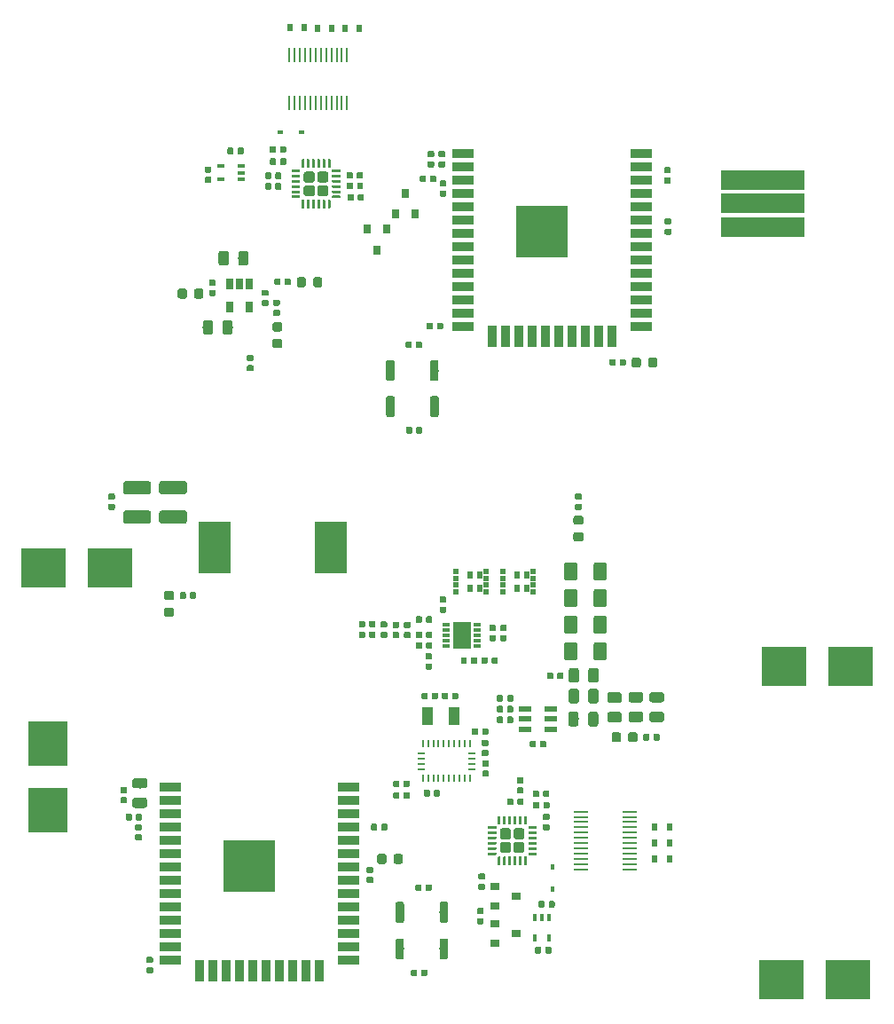
<source format=gbr>
G04 #@! TF.GenerationSoftware,KiCad,Pcbnew,5.1.4-e60b266~84~ubuntu18.04.1*
G04 #@! TF.CreationDate,2019-10-17T22:07:23-04:00*
G04 #@! TF.ProjectId,SmallKat v2,536d616c-6c4b-4617-9420-76322e6b6963,rev?*
G04 #@! TF.SameCoordinates,Original*
G04 #@! TF.FileFunction,Paste,Top*
G04 #@! TF.FilePolarity,Positive*
%FSLAX46Y46*%
G04 Gerber Fmt 4.6, Leading zero omitted, Abs format (unit mm)*
G04 Created by KiCad (PCBNEW 5.1.4-e60b266~84~ubuntu18.04.1) date 2019-10-17 22:07:23*
%MOMM*%
%LPD*%
G04 APERTURE LIST*
%ADD10R,4.240000X3.810000*%
%ADD11R,3.810000X4.240000*%
%ADD12R,8.000000X1.880000*%
%ADD13C,0.100000*%
%ADD14C,0.800000*%
%ADD15R,0.270000X1.400000*%
%ADD16R,1.400000X0.270000*%
%ADD17R,1.000000X1.800000*%
%ADD18C,0.250000*%
%ADD19C,1.050000*%
%ADD20R,2.000000X0.900000*%
%ADD21R,0.900000X2.000000*%
%ADD22R,5.000000X5.000000*%
%ADD23R,0.650000X0.400000*%
%ADD24R,0.650000X1.060000*%
%ADD25R,0.400000X0.650000*%
%ADD26R,0.675000X0.254000*%
%ADD27R,0.254000X0.675000*%
%ADD28C,0.590000*%
%ADD29R,0.800000X0.900000*%
%ADD30R,0.900000X0.800000*%
%ADD31R,0.570000X0.738000*%
%ADD32R,0.630000X0.500000*%
%ADD33R,3.100000X5.000000*%
%ADD34C,0.975000*%
%ADD35R,1.750000X2.500000*%
%ADD36R,0.800000X0.300000*%
%ADD37R,1.250000X0.600000*%
%ADD38R,0.600000X0.700000*%
%ADD39R,0.600000X0.450000*%
%ADD40C,0.875000*%
%ADD41R,0.450000X0.600000*%
%ADD42C,1.250000*%
G04 APERTURE END LIST*
D10*
X175798800Y-105968800D03*
X182168800Y-105968800D03*
X175544800Y-135839200D03*
X181914800Y-135839200D03*
X111480600Y-96545400D03*
X105110600Y-96545400D03*
D11*
X105537000Y-113324800D03*
X105537000Y-119694800D03*
D12*
X173795000Y-64040500D03*
X173795000Y-61785500D03*
X173795000Y-59530500D03*
X173795000Y-59530500D03*
X173795000Y-64040500D03*
D13*
G36*
X142637403Y-76724963D02*
G01*
X142656818Y-76727843D01*
X142675857Y-76732612D01*
X142694337Y-76739224D01*
X142712079Y-76747616D01*
X142728914Y-76757706D01*
X142744679Y-76769398D01*
X142759221Y-76782579D01*
X142772402Y-76797121D01*
X142784094Y-76812886D01*
X142794184Y-76829721D01*
X142802576Y-76847463D01*
X142809188Y-76865943D01*
X142813957Y-76884982D01*
X142816837Y-76904397D01*
X142817800Y-76924000D01*
X142817800Y-78524000D01*
X142816837Y-78543603D01*
X142813957Y-78563018D01*
X142809188Y-78582057D01*
X142802576Y-78600537D01*
X142794184Y-78618279D01*
X142784094Y-78635114D01*
X142772402Y-78650879D01*
X142759221Y-78665421D01*
X142744679Y-78678602D01*
X142728914Y-78690294D01*
X142712079Y-78700384D01*
X142694337Y-78708776D01*
X142675857Y-78715388D01*
X142656818Y-78720157D01*
X142637403Y-78723037D01*
X142617800Y-78724000D01*
X142217800Y-78724000D01*
X142198197Y-78723037D01*
X142178782Y-78720157D01*
X142159743Y-78715388D01*
X142141263Y-78708776D01*
X142123521Y-78700384D01*
X142106686Y-78690294D01*
X142090921Y-78678602D01*
X142076379Y-78665421D01*
X142063198Y-78650879D01*
X142051506Y-78635114D01*
X142041416Y-78618279D01*
X142033024Y-78600537D01*
X142026412Y-78582057D01*
X142021643Y-78563018D01*
X142018763Y-78543603D01*
X142017800Y-78524000D01*
X142017800Y-76924000D01*
X142018763Y-76904397D01*
X142021643Y-76884982D01*
X142026412Y-76865943D01*
X142033024Y-76847463D01*
X142041416Y-76829721D01*
X142051506Y-76812886D01*
X142063198Y-76797121D01*
X142076379Y-76782579D01*
X142090921Y-76769398D01*
X142106686Y-76757706D01*
X142123521Y-76747616D01*
X142141263Y-76739224D01*
X142159743Y-76732612D01*
X142178782Y-76727843D01*
X142198197Y-76724963D01*
X142217800Y-76724000D01*
X142617800Y-76724000D01*
X142637403Y-76724963D01*
X142637403Y-76724963D01*
G37*
D14*
X142417800Y-77724000D03*
D13*
G36*
X138437403Y-76724963D02*
G01*
X138456818Y-76727843D01*
X138475857Y-76732612D01*
X138494337Y-76739224D01*
X138512079Y-76747616D01*
X138528914Y-76757706D01*
X138544679Y-76769398D01*
X138559221Y-76782579D01*
X138572402Y-76797121D01*
X138584094Y-76812886D01*
X138594184Y-76829721D01*
X138602576Y-76847463D01*
X138609188Y-76865943D01*
X138613957Y-76884982D01*
X138616837Y-76904397D01*
X138617800Y-76924000D01*
X138617800Y-78524000D01*
X138616837Y-78543603D01*
X138613957Y-78563018D01*
X138609188Y-78582057D01*
X138602576Y-78600537D01*
X138594184Y-78618279D01*
X138584094Y-78635114D01*
X138572402Y-78650879D01*
X138559221Y-78665421D01*
X138544679Y-78678602D01*
X138528914Y-78690294D01*
X138512079Y-78700384D01*
X138494337Y-78708776D01*
X138475857Y-78715388D01*
X138456818Y-78720157D01*
X138437403Y-78723037D01*
X138417800Y-78724000D01*
X138017800Y-78724000D01*
X137998197Y-78723037D01*
X137978782Y-78720157D01*
X137959743Y-78715388D01*
X137941263Y-78708776D01*
X137923521Y-78700384D01*
X137906686Y-78690294D01*
X137890921Y-78678602D01*
X137876379Y-78665421D01*
X137863198Y-78650879D01*
X137851506Y-78635114D01*
X137841416Y-78618279D01*
X137833024Y-78600537D01*
X137826412Y-78582057D01*
X137821643Y-78563018D01*
X137818763Y-78543603D01*
X137817800Y-78524000D01*
X137817800Y-76924000D01*
X137818763Y-76904397D01*
X137821643Y-76884982D01*
X137826412Y-76865943D01*
X137833024Y-76847463D01*
X137841416Y-76829721D01*
X137851506Y-76812886D01*
X137863198Y-76797121D01*
X137876379Y-76782579D01*
X137890921Y-76769398D01*
X137906686Y-76757706D01*
X137923521Y-76747616D01*
X137941263Y-76739224D01*
X137959743Y-76732612D01*
X137978782Y-76727843D01*
X137998197Y-76724963D01*
X138017800Y-76724000D01*
X138417800Y-76724000D01*
X138437403Y-76724963D01*
X138437403Y-76724963D01*
G37*
D14*
X138217800Y-77724000D03*
D13*
G36*
X138446403Y-80153963D02*
G01*
X138465818Y-80156843D01*
X138484857Y-80161612D01*
X138503337Y-80168224D01*
X138521079Y-80176616D01*
X138537914Y-80186706D01*
X138553679Y-80198398D01*
X138568221Y-80211579D01*
X138581402Y-80226121D01*
X138593094Y-80241886D01*
X138603184Y-80258721D01*
X138611576Y-80276463D01*
X138618188Y-80294943D01*
X138622957Y-80313982D01*
X138625837Y-80333397D01*
X138626800Y-80353000D01*
X138626800Y-81953000D01*
X138625837Y-81972603D01*
X138622957Y-81992018D01*
X138618188Y-82011057D01*
X138611576Y-82029537D01*
X138603184Y-82047279D01*
X138593094Y-82064114D01*
X138581402Y-82079879D01*
X138568221Y-82094421D01*
X138553679Y-82107602D01*
X138537914Y-82119294D01*
X138521079Y-82129384D01*
X138503337Y-82137776D01*
X138484857Y-82144388D01*
X138465818Y-82149157D01*
X138446403Y-82152037D01*
X138426800Y-82153000D01*
X138026800Y-82153000D01*
X138007197Y-82152037D01*
X137987782Y-82149157D01*
X137968743Y-82144388D01*
X137950263Y-82137776D01*
X137932521Y-82129384D01*
X137915686Y-82119294D01*
X137899921Y-82107602D01*
X137885379Y-82094421D01*
X137872198Y-82079879D01*
X137860506Y-82064114D01*
X137850416Y-82047279D01*
X137842024Y-82029537D01*
X137835412Y-82011057D01*
X137830643Y-81992018D01*
X137827763Y-81972603D01*
X137826800Y-81953000D01*
X137826800Y-80353000D01*
X137827763Y-80333397D01*
X137830643Y-80313982D01*
X137835412Y-80294943D01*
X137842024Y-80276463D01*
X137850416Y-80258721D01*
X137860506Y-80241886D01*
X137872198Y-80226121D01*
X137885379Y-80211579D01*
X137899921Y-80198398D01*
X137915686Y-80186706D01*
X137932521Y-80176616D01*
X137950263Y-80168224D01*
X137968743Y-80161612D01*
X137987782Y-80156843D01*
X138007197Y-80153963D01*
X138026800Y-80153000D01*
X138426800Y-80153000D01*
X138446403Y-80153963D01*
X138446403Y-80153963D01*
G37*
D14*
X138226800Y-81153000D03*
D13*
G36*
X142646403Y-80153963D02*
G01*
X142665818Y-80156843D01*
X142684857Y-80161612D01*
X142703337Y-80168224D01*
X142721079Y-80176616D01*
X142737914Y-80186706D01*
X142753679Y-80198398D01*
X142768221Y-80211579D01*
X142781402Y-80226121D01*
X142793094Y-80241886D01*
X142803184Y-80258721D01*
X142811576Y-80276463D01*
X142818188Y-80294943D01*
X142822957Y-80313982D01*
X142825837Y-80333397D01*
X142826800Y-80353000D01*
X142826800Y-81953000D01*
X142825837Y-81972603D01*
X142822957Y-81992018D01*
X142818188Y-82011057D01*
X142811576Y-82029537D01*
X142803184Y-82047279D01*
X142793094Y-82064114D01*
X142781402Y-82079879D01*
X142768221Y-82094421D01*
X142753679Y-82107602D01*
X142737914Y-82119294D01*
X142721079Y-82129384D01*
X142703337Y-82137776D01*
X142684857Y-82144388D01*
X142665818Y-82149157D01*
X142646403Y-82152037D01*
X142626800Y-82153000D01*
X142226800Y-82153000D01*
X142207197Y-82152037D01*
X142187782Y-82149157D01*
X142168743Y-82144388D01*
X142150263Y-82137776D01*
X142132521Y-82129384D01*
X142115686Y-82119294D01*
X142099921Y-82107602D01*
X142085379Y-82094421D01*
X142072198Y-82079879D01*
X142060506Y-82064114D01*
X142050416Y-82047279D01*
X142042024Y-82029537D01*
X142035412Y-82011057D01*
X142030643Y-81992018D01*
X142027763Y-81972603D01*
X142026800Y-81953000D01*
X142026800Y-80353000D01*
X142027763Y-80333397D01*
X142030643Y-80313982D01*
X142035412Y-80294943D01*
X142042024Y-80276463D01*
X142050416Y-80258721D01*
X142060506Y-80241886D01*
X142072198Y-80226121D01*
X142085379Y-80211579D01*
X142099921Y-80198398D01*
X142115686Y-80186706D01*
X142132521Y-80176616D01*
X142150263Y-80168224D01*
X142168743Y-80161612D01*
X142187782Y-80156843D01*
X142207197Y-80153963D01*
X142226800Y-80153000D01*
X142626800Y-80153000D01*
X142646403Y-80153963D01*
X142646403Y-80153963D01*
G37*
D14*
X142426800Y-81153000D03*
D13*
G36*
X139343603Y-128413963D02*
G01*
X139363018Y-128416843D01*
X139382057Y-128421612D01*
X139400537Y-128428224D01*
X139418279Y-128436616D01*
X139435114Y-128446706D01*
X139450879Y-128458398D01*
X139465421Y-128471579D01*
X139478602Y-128486121D01*
X139490294Y-128501886D01*
X139500384Y-128518721D01*
X139508776Y-128536463D01*
X139515388Y-128554943D01*
X139520157Y-128573982D01*
X139523037Y-128593397D01*
X139524000Y-128613000D01*
X139524000Y-130213000D01*
X139523037Y-130232603D01*
X139520157Y-130252018D01*
X139515388Y-130271057D01*
X139508776Y-130289537D01*
X139500384Y-130307279D01*
X139490294Y-130324114D01*
X139478602Y-130339879D01*
X139465421Y-130354421D01*
X139450879Y-130367602D01*
X139435114Y-130379294D01*
X139418279Y-130389384D01*
X139400537Y-130397776D01*
X139382057Y-130404388D01*
X139363018Y-130409157D01*
X139343603Y-130412037D01*
X139324000Y-130413000D01*
X138924000Y-130413000D01*
X138904397Y-130412037D01*
X138884982Y-130409157D01*
X138865943Y-130404388D01*
X138847463Y-130397776D01*
X138829721Y-130389384D01*
X138812886Y-130379294D01*
X138797121Y-130367602D01*
X138782579Y-130354421D01*
X138769398Y-130339879D01*
X138757706Y-130324114D01*
X138747616Y-130307279D01*
X138739224Y-130289537D01*
X138732612Y-130271057D01*
X138727843Y-130252018D01*
X138724963Y-130232603D01*
X138724000Y-130213000D01*
X138724000Y-128613000D01*
X138724963Y-128593397D01*
X138727843Y-128573982D01*
X138732612Y-128554943D01*
X138739224Y-128536463D01*
X138747616Y-128518721D01*
X138757706Y-128501886D01*
X138769398Y-128486121D01*
X138782579Y-128471579D01*
X138797121Y-128458398D01*
X138812886Y-128446706D01*
X138829721Y-128436616D01*
X138847463Y-128428224D01*
X138865943Y-128421612D01*
X138884982Y-128416843D01*
X138904397Y-128413963D01*
X138924000Y-128413000D01*
X139324000Y-128413000D01*
X139343603Y-128413963D01*
X139343603Y-128413963D01*
G37*
D14*
X139124000Y-129413000D03*
D13*
G36*
X143543603Y-128413963D02*
G01*
X143563018Y-128416843D01*
X143582057Y-128421612D01*
X143600537Y-128428224D01*
X143618279Y-128436616D01*
X143635114Y-128446706D01*
X143650879Y-128458398D01*
X143665421Y-128471579D01*
X143678602Y-128486121D01*
X143690294Y-128501886D01*
X143700384Y-128518721D01*
X143708776Y-128536463D01*
X143715388Y-128554943D01*
X143720157Y-128573982D01*
X143723037Y-128593397D01*
X143724000Y-128613000D01*
X143724000Y-130213000D01*
X143723037Y-130232603D01*
X143720157Y-130252018D01*
X143715388Y-130271057D01*
X143708776Y-130289537D01*
X143700384Y-130307279D01*
X143690294Y-130324114D01*
X143678602Y-130339879D01*
X143665421Y-130354421D01*
X143650879Y-130367602D01*
X143635114Y-130379294D01*
X143618279Y-130389384D01*
X143600537Y-130397776D01*
X143582057Y-130404388D01*
X143563018Y-130409157D01*
X143543603Y-130412037D01*
X143524000Y-130413000D01*
X143124000Y-130413000D01*
X143104397Y-130412037D01*
X143084982Y-130409157D01*
X143065943Y-130404388D01*
X143047463Y-130397776D01*
X143029721Y-130389384D01*
X143012886Y-130379294D01*
X142997121Y-130367602D01*
X142982579Y-130354421D01*
X142969398Y-130339879D01*
X142957706Y-130324114D01*
X142947616Y-130307279D01*
X142939224Y-130289537D01*
X142932612Y-130271057D01*
X142927843Y-130252018D01*
X142924963Y-130232603D01*
X142924000Y-130213000D01*
X142924000Y-128613000D01*
X142924963Y-128593397D01*
X142927843Y-128573982D01*
X142932612Y-128554943D01*
X142939224Y-128536463D01*
X142947616Y-128518721D01*
X142957706Y-128501886D01*
X142969398Y-128486121D01*
X142982579Y-128471579D01*
X142997121Y-128458398D01*
X143012886Y-128446706D01*
X143029721Y-128436616D01*
X143047463Y-128428224D01*
X143065943Y-128421612D01*
X143084982Y-128416843D01*
X143104397Y-128413963D01*
X143124000Y-128413000D01*
X143524000Y-128413000D01*
X143543603Y-128413963D01*
X143543603Y-128413963D01*
G37*
D14*
X143324000Y-129413000D03*
D13*
G36*
X139339103Y-131906463D02*
G01*
X139358518Y-131909343D01*
X139377557Y-131914112D01*
X139396037Y-131920724D01*
X139413779Y-131929116D01*
X139430614Y-131939206D01*
X139446379Y-131950898D01*
X139460921Y-131964079D01*
X139474102Y-131978621D01*
X139485794Y-131994386D01*
X139495884Y-132011221D01*
X139504276Y-132028963D01*
X139510888Y-132047443D01*
X139515657Y-132066482D01*
X139518537Y-132085897D01*
X139519500Y-132105500D01*
X139519500Y-133705500D01*
X139518537Y-133725103D01*
X139515657Y-133744518D01*
X139510888Y-133763557D01*
X139504276Y-133782037D01*
X139495884Y-133799779D01*
X139485794Y-133816614D01*
X139474102Y-133832379D01*
X139460921Y-133846921D01*
X139446379Y-133860102D01*
X139430614Y-133871794D01*
X139413779Y-133881884D01*
X139396037Y-133890276D01*
X139377557Y-133896888D01*
X139358518Y-133901657D01*
X139339103Y-133904537D01*
X139319500Y-133905500D01*
X138919500Y-133905500D01*
X138899897Y-133904537D01*
X138880482Y-133901657D01*
X138861443Y-133896888D01*
X138842963Y-133890276D01*
X138825221Y-133881884D01*
X138808386Y-133871794D01*
X138792621Y-133860102D01*
X138778079Y-133846921D01*
X138764898Y-133832379D01*
X138753206Y-133816614D01*
X138743116Y-133799779D01*
X138734724Y-133782037D01*
X138728112Y-133763557D01*
X138723343Y-133744518D01*
X138720463Y-133725103D01*
X138719500Y-133705500D01*
X138719500Y-132105500D01*
X138720463Y-132085897D01*
X138723343Y-132066482D01*
X138728112Y-132047443D01*
X138734724Y-132028963D01*
X138743116Y-132011221D01*
X138753206Y-131994386D01*
X138764898Y-131978621D01*
X138778079Y-131964079D01*
X138792621Y-131950898D01*
X138808386Y-131939206D01*
X138825221Y-131929116D01*
X138842963Y-131920724D01*
X138861443Y-131914112D01*
X138880482Y-131909343D01*
X138899897Y-131906463D01*
X138919500Y-131905500D01*
X139319500Y-131905500D01*
X139339103Y-131906463D01*
X139339103Y-131906463D01*
G37*
D14*
X139119500Y-132905500D03*
D13*
G36*
X143539103Y-131906463D02*
G01*
X143558518Y-131909343D01*
X143577557Y-131914112D01*
X143596037Y-131920724D01*
X143613779Y-131929116D01*
X143630614Y-131939206D01*
X143646379Y-131950898D01*
X143660921Y-131964079D01*
X143674102Y-131978621D01*
X143685794Y-131994386D01*
X143695884Y-132011221D01*
X143704276Y-132028963D01*
X143710888Y-132047443D01*
X143715657Y-132066482D01*
X143718537Y-132085897D01*
X143719500Y-132105500D01*
X143719500Y-133705500D01*
X143718537Y-133725103D01*
X143715657Y-133744518D01*
X143710888Y-133763557D01*
X143704276Y-133782037D01*
X143695884Y-133799779D01*
X143685794Y-133816614D01*
X143674102Y-133832379D01*
X143660921Y-133846921D01*
X143646379Y-133860102D01*
X143630614Y-133871794D01*
X143613779Y-133881884D01*
X143596037Y-133890276D01*
X143577557Y-133896888D01*
X143558518Y-133901657D01*
X143539103Y-133904537D01*
X143519500Y-133905500D01*
X143119500Y-133905500D01*
X143099897Y-133904537D01*
X143080482Y-133901657D01*
X143061443Y-133896888D01*
X143042963Y-133890276D01*
X143025221Y-133881884D01*
X143008386Y-133871794D01*
X142992621Y-133860102D01*
X142978079Y-133846921D01*
X142964898Y-133832379D01*
X142953206Y-133816614D01*
X142943116Y-133799779D01*
X142934724Y-133782037D01*
X142928112Y-133763557D01*
X142923343Y-133744518D01*
X142920463Y-133725103D01*
X142919500Y-133705500D01*
X142919500Y-132105500D01*
X142920463Y-132085897D01*
X142923343Y-132066482D01*
X142928112Y-132047443D01*
X142934724Y-132028963D01*
X142943116Y-132011221D01*
X142953206Y-131994386D01*
X142964898Y-131978621D01*
X142978079Y-131964079D01*
X142992621Y-131950898D01*
X143008386Y-131939206D01*
X143025221Y-131929116D01*
X143042963Y-131920724D01*
X143061443Y-131914112D01*
X143080482Y-131909343D01*
X143099897Y-131906463D01*
X143119500Y-131905500D01*
X143519500Y-131905500D01*
X143539103Y-131906463D01*
X143539103Y-131906463D01*
G37*
D14*
X143319500Y-132905500D03*
D15*
X134093400Y-47611000D03*
X133593400Y-47611000D03*
X133093400Y-47611000D03*
X132593400Y-47611000D03*
X132093400Y-47611000D03*
X131593400Y-47611000D03*
X131093400Y-47611000D03*
X130593400Y-47611000D03*
X130093400Y-47611000D03*
X129593400Y-47611000D03*
X129093400Y-47611000D03*
X128593400Y-47611000D03*
X129093400Y-52211000D03*
X130593400Y-52211000D03*
X130093400Y-52211000D03*
X129593400Y-52211000D03*
X128593400Y-52211000D03*
X131093400Y-52211000D03*
X131593400Y-52211000D03*
X132093400Y-52211000D03*
X132593400Y-52211000D03*
X133093400Y-52211000D03*
X133593400Y-52211000D03*
X134093400Y-52211000D03*
D16*
X161050000Y-125305000D03*
X161050000Y-124805000D03*
X161050000Y-124305000D03*
X161050000Y-123805000D03*
X161050000Y-123305000D03*
X161050000Y-122805000D03*
X161050000Y-122305000D03*
X161050000Y-121805000D03*
X161050000Y-121305000D03*
X161050000Y-120805000D03*
X161050000Y-120305000D03*
X161050000Y-119805000D03*
X156450000Y-120305000D03*
X156450000Y-121805000D03*
X156450000Y-121305000D03*
X156450000Y-120805000D03*
X156450000Y-119805000D03*
X156450000Y-122305000D03*
X156450000Y-122805000D03*
X156450000Y-123305000D03*
X156450000Y-123805000D03*
X156450000Y-124305000D03*
X156450000Y-124805000D03*
X156450000Y-125305000D03*
D17*
X141795500Y-110680500D03*
X144295500Y-110680500D03*
D13*
G36*
X133418826Y-58533501D02*
G01*
X133424893Y-58534401D01*
X133430843Y-58535891D01*
X133436618Y-58537958D01*
X133442162Y-58540580D01*
X133447423Y-58543733D01*
X133452350Y-58547387D01*
X133456894Y-58551506D01*
X133461013Y-58556050D01*
X133464667Y-58560977D01*
X133467820Y-58566238D01*
X133470442Y-58571782D01*
X133472509Y-58577557D01*
X133473999Y-58583507D01*
X133474899Y-58589574D01*
X133475200Y-58595700D01*
X133475200Y-58720700D01*
X133474899Y-58726826D01*
X133473999Y-58732893D01*
X133472509Y-58738843D01*
X133470442Y-58744618D01*
X133467820Y-58750162D01*
X133464667Y-58755423D01*
X133461013Y-58760350D01*
X133456894Y-58764894D01*
X133452350Y-58769013D01*
X133447423Y-58772667D01*
X133442162Y-58775820D01*
X133436618Y-58778442D01*
X133430843Y-58780509D01*
X133424893Y-58781999D01*
X133418826Y-58782899D01*
X133412700Y-58783200D01*
X132712700Y-58783200D01*
X132706574Y-58782899D01*
X132700507Y-58781999D01*
X132694557Y-58780509D01*
X132688782Y-58778442D01*
X132683238Y-58775820D01*
X132677977Y-58772667D01*
X132673050Y-58769013D01*
X132668506Y-58764894D01*
X132664387Y-58760350D01*
X132660733Y-58755423D01*
X132657580Y-58750162D01*
X132654958Y-58744618D01*
X132652891Y-58738843D01*
X132651401Y-58732893D01*
X132650501Y-58726826D01*
X132650200Y-58720700D01*
X132650200Y-58595700D01*
X132650501Y-58589574D01*
X132651401Y-58583507D01*
X132652891Y-58577557D01*
X132654958Y-58571782D01*
X132657580Y-58566238D01*
X132660733Y-58560977D01*
X132664387Y-58556050D01*
X132668506Y-58551506D01*
X132673050Y-58547387D01*
X132677977Y-58543733D01*
X132683238Y-58540580D01*
X132688782Y-58537958D01*
X132694557Y-58535891D01*
X132700507Y-58534401D01*
X132706574Y-58533501D01*
X132712700Y-58533200D01*
X133412700Y-58533200D01*
X133418826Y-58533501D01*
X133418826Y-58533501D01*
G37*
D18*
X133062700Y-58658200D03*
D13*
G36*
X133418826Y-59033501D02*
G01*
X133424893Y-59034401D01*
X133430843Y-59035891D01*
X133436618Y-59037958D01*
X133442162Y-59040580D01*
X133447423Y-59043733D01*
X133452350Y-59047387D01*
X133456894Y-59051506D01*
X133461013Y-59056050D01*
X133464667Y-59060977D01*
X133467820Y-59066238D01*
X133470442Y-59071782D01*
X133472509Y-59077557D01*
X133473999Y-59083507D01*
X133474899Y-59089574D01*
X133475200Y-59095700D01*
X133475200Y-59220700D01*
X133474899Y-59226826D01*
X133473999Y-59232893D01*
X133472509Y-59238843D01*
X133470442Y-59244618D01*
X133467820Y-59250162D01*
X133464667Y-59255423D01*
X133461013Y-59260350D01*
X133456894Y-59264894D01*
X133452350Y-59269013D01*
X133447423Y-59272667D01*
X133442162Y-59275820D01*
X133436618Y-59278442D01*
X133430843Y-59280509D01*
X133424893Y-59281999D01*
X133418826Y-59282899D01*
X133412700Y-59283200D01*
X132712700Y-59283200D01*
X132706574Y-59282899D01*
X132700507Y-59281999D01*
X132694557Y-59280509D01*
X132688782Y-59278442D01*
X132683238Y-59275820D01*
X132677977Y-59272667D01*
X132673050Y-59269013D01*
X132668506Y-59264894D01*
X132664387Y-59260350D01*
X132660733Y-59255423D01*
X132657580Y-59250162D01*
X132654958Y-59244618D01*
X132652891Y-59238843D01*
X132651401Y-59232893D01*
X132650501Y-59226826D01*
X132650200Y-59220700D01*
X132650200Y-59095700D01*
X132650501Y-59089574D01*
X132651401Y-59083507D01*
X132652891Y-59077557D01*
X132654958Y-59071782D01*
X132657580Y-59066238D01*
X132660733Y-59060977D01*
X132664387Y-59056050D01*
X132668506Y-59051506D01*
X132673050Y-59047387D01*
X132677977Y-59043733D01*
X132683238Y-59040580D01*
X132688782Y-59037958D01*
X132694557Y-59035891D01*
X132700507Y-59034401D01*
X132706574Y-59033501D01*
X132712700Y-59033200D01*
X133412700Y-59033200D01*
X133418826Y-59033501D01*
X133418826Y-59033501D01*
G37*
D18*
X133062700Y-59158200D03*
D13*
G36*
X133418826Y-59533501D02*
G01*
X133424893Y-59534401D01*
X133430843Y-59535891D01*
X133436618Y-59537958D01*
X133442162Y-59540580D01*
X133447423Y-59543733D01*
X133452350Y-59547387D01*
X133456894Y-59551506D01*
X133461013Y-59556050D01*
X133464667Y-59560977D01*
X133467820Y-59566238D01*
X133470442Y-59571782D01*
X133472509Y-59577557D01*
X133473999Y-59583507D01*
X133474899Y-59589574D01*
X133475200Y-59595700D01*
X133475200Y-59720700D01*
X133474899Y-59726826D01*
X133473999Y-59732893D01*
X133472509Y-59738843D01*
X133470442Y-59744618D01*
X133467820Y-59750162D01*
X133464667Y-59755423D01*
X133461013Y-59760350D01*
X133456894Y-59764894D01*
X133452350Y-59769013D01*
X133447423Y-59772667D01*
X133442162Y-59775820D01*
X133436618Y-59778442D01*
X133430843Y-59780509D01*
X133424893Y-59781999D01*
X133418826Y-59782899D01*
X133412700Y-59783200D01*
X132712700Y-59783200D01*
X132706574Y-59782899D01*
X132700507Y-59781999D01*
X132694557Y-59780509D01*
X132688782Y-59778442D01*
X132683238Y-59775820D01*
X132677977Y-59772667D01*
X132673050Y-59769013D01*
X132668506Y-59764894D01*
X132664387Y-59760350D01*
X132660733Y-59755423D01*
X132657580Y-59750162D01*
X132654958Y-59744618D01*
X132652891Y-59738843D01*
X132651401Y-59732893D01*
X132650501Y-59726826D01*
X132650200Y-59720700D01*
X132650200Y-59595700D01*
X132650501Y-59589574D01*
X132651401Y-59583507D01*
X132652891Y-59577557D01*
X132654958Y-59571782D01*
X132657580Y-59566238D01*
X132660733Y-59560977D01*
X132664387Y-59556050D01*
X132668506Y-59551506D01*
X132673050Y-59547387D01*
X132677977Y-59543733D01*
X132683238Y-59540580D01*
X132688782Y-59537958D01*
X132694557Y-59535891D01*
X132700507Y-59534401D01*
X132706574Y-59533501D01*
X132712700Y-59533200D01*
X133412700Y-59533200D01*
X133418826Y-59533501D01*
X133418826Y-59533501D01*
G37*
D18*
X133062700Y-59658200D03*
D13*
G36*
X133418826Y-60033501D02*
G01*
X133424893Y-60034401D01*
X133430843Y-60035891D01*
X133436618Y-60037958D01*
X133442162Y-60040580D01*
X133447423Y-60043733D01*
X133452350Y-60047387D01*
X133456894Y-60051506D01*
X133461013Y-60056050D01*
X133464667Y-60060977D01*
X133467820Y-60066238D01*
X133470442Y-60071782D01*
X133472509Y-60077557D01*
X133473999Y-60083507D01*
X133474899Y-60089574D01*
X133475200Y-60095700D01*
X133475200Y-60220700D01*
X133474899Y-60226826D01*
X133473999Y-60232893D01*
X133472509Y-60238843D01*
X133470442Y-60244618D01*
X133467820Y-60250162D01*
X133464667Y-60255423D01*
X133461013Y-60260350D01*
X133456894Y-60264894D01*
X133452350Y-60269013D01*
X133447423Y-60272667D01*
X133442162Y-60275820D01*
X133436618Y-60278442D01*
X133430843Y-60280509D01*
X133424893Y-60281999D01*
X133418826Y-60282899D01*
X133412700Y-60283200D01*
X132712700Y-60283200D01*
X132706574Y-60282899D01*
X132700507Y-60281999D01*
X132694557Y-60280509D01*
X132688782Y-60278442D01*
X132683238Y-60275820D01*
X132677977Y-60272667D01*
X132673050Y-60269013D01*
X132668506Y-60264894D01*
X132664387Y-60260350D01*
X132660733Y-60255423D01*
X132657580Y-60250162D01*
X132654958Y-60244618D01*
X132652891Y-60238843D01*
X132651401Y-60232893D01*
X132650501Y-60226826D01*
X132650200Y-60220700D01*
X132650200Y-60095700D01*
X132650501Y-60089574D01*
X132651401Y-60083507D01*
X132652891Y-60077557D01*
X132654958Y-60071782D01*
X132657580Y-60066238D01*
X132660733Y-60060977D01*
X132664387Y-60056050D01*
X132668506Y-60051506D01*
X132673050Y-60047387D01*
X132677977Y-60043733D01*
X132683238Y-60040580D01*
X132688782Y-60037958D01*
X132694557Y-60035891D01*
X132700507Y-60034401D01*
X132706574Y-60033501D01*
X132712700Y-60033200D01*
X133412700Y-60033200D01*
X133418826Y-60033501D01*
X133418826Y-60033501D01*
G37*
D18*
X133062700Y-60158200D03*
D13*
G36*
X133418826Y-60533501D02*
G01*
X133424893Y-60534401D01*
X133430843Y-60535891D01*
X133436618Y-60537958D01*
X133442162Y-60540580D01*
X133447423Y-60543733D01*
X133452350Y-60547387D01*
X133456894Y-60551506D01*
X133461013Y-60556050D01*
X133464667Y-60560977D01*
X133467820Y-60566238D01*
X133470442Y-60571782D01*
X133472509Y-60577557D01*
X133473999Y-60583507D01*
X133474899Y-60589574D01*
X133475200Y-60595700D01*
X133475200Y-60720700D01*
X133474899Y-60726826D01*
X133473999Y-60732893D01*
X133472509Y-60738843D01*
X133470442Y-60744618D01*
X133467820Y-60750162D01*
X133464667Y-60755423D01*
X133461013Y-60760350D01*
X133456894Y-60764894D01*
X133452350Y-60769013D01*
X133447423Y-60772667D01*
X133442162Y-60775820D01*
X133436618Y-60778442D01*
X133430843Y-60780509D01*
X133424893Y-60781999D01*
X133418826Y-60782899D01*
X133412700Y-60783200D01*
X132712700Y-60783200D01*
X132706574Y-60782899D01*
X132700507Y-60781999D01*
X132694557Y-60780509D01*
X132688782Y-60778442D01*
X132683238Y-60775820D01*
X132677977Y-60772667D01*
X132673050Y-60769013D01*
X132668506Y-60764894D01*
X132664387Y-60760350D01*
X132660733Y-60755423D01*
X132657580Y-60750162D01*
X132654958Y-60744618D01*
X132652891Y-60738843D01*
X132651401Y-60732893D01*
X132650501Y-60726826D01*
X132650200Y-60720700D01*
X132650200Y-60595700D01*
X132650501Y-60589574D01*
X132651401Y-60583507D01*
X132652891Y-60577557D01*
X132654958Y-60571782D01*
X132657580Y-60566238D01*
X132660733Y-60560977D01*
X132664387Y-60556050D01*
X132668506Y-60551506D01*
X132673050Y-60547387D01*
X132677977Y-60543733D01*
X132683238Y-60540580D01*
X132688782Y-60537958D01*
X132694557Y-60535891D01*
X132700507Y-60534401D01*
X132706574Y-60533501D01*
X132712700Y-60533200D01*
X133412700Y-60533200D01*
X133418826Y-60533501D01*
X133418826Y-60533501D01*
G37*
D18*
X133062700Y-60658200D03*
D13*
G36*
X133418826Y-61033501D02*
G01*
X133424893Y-61034401D01*
X133430843Y-61035891D01*
X133436618Y-61037958D01*
X133442162Y-61040580D01*
X133447423Y-61043733D01*
X133452350Y-61047387D01*
X133456894Y-61051506D01*
X133461013Y-61056050D01*
X133464667Y-61060977D01*
X133467820Y-61066238D01*
X133470442Y-61071782D01*
X133472509Y-61077557D01*
X133473999Y-61083507D01*
X133474899Y-61089574D01*
X133475200Y-61095700D01*
X133475200Y-61220700D01*
X133474899Y-61226826D01*
X133473999Y-61232893D01*
X133472509Y-61238843D01*
X133470442Y-61244618D01*
X133467820Y-61250162D01*
X133464667Y-61255423D01*
X133461013Y-61260350D01*
X133456894Y-61264894D01*
X133452350Y-61269013D01*
X133447423Y-61272667D01*
X133442162Y-61275820D01*
X133436618Y-61278442D01*
X133430843Y-61280509D01*
X133424893Y-61281999D01*
X133418826Y-61282899D01*
X133412700Y-61283200D01*
X132712700Y-61283200D01*
X132706574Y-61282899D01*
X132700507Y-61281999D01*
X132694557Y-61280509D01*
X132688782Y-61278442D01*
X132683238Y-61275820D01*
X132677977Y-61272667D01*
X132673050Y-61269013D01*
X132668506Y-61264894D01*
X132664387Y-61260350D01*
X132660733Y-61255423D01*
X132657580Y-61250162D01*
X132654958Y-61244618D01*
X132652891Y-61238843D01*
X132651401Y-61232893D01*
X132650501Y-61226826D01*
X132650200Y-61220700D01*
X132650200Y-61095700D01*
X132650501Y-61089574D01*
X132651401Y-61083507D01*
X132652891Y-61077557D01*
X132654958Y-61071782D01*
X132657580Y-61066238D01*
X132660733Y-61060977D01*
X132664387Y-61056050D01*
X132668506Y-61051506D01*
X132673050Y-61047387D01*
X132677977Y-61043733D01*
X132683238Y-61040580D01*
X132688782Y-61037958D01*
X132694557Y-61035891D01*
X132700507Y-61034401D01*
X132706574Y-61033501D01*
X132712700Y-61033200D01*
X133412700Y-61033200D01*
X133418826Y-61033501D01*
X133418826Y-61033501D01*
G37*
D18*
X133062700Y-61158200D03*
D13*
G36*
X132443826Y-61433501D02*
G01*
X132449893Y-61434401D01*
X132455843Y-61435891D01*
X132461618Y-61437958D01*
X132467162Y-61440580D01*
X132472423Y-61443733D01*
X132477350Y-61447387D01*
X132481894Y-61451506D01*
X132486013Y-61456050D01*
X132489667Y-61460977D01*
X132492820Y-61466238D01*
X132495442Y-61471782D01*
X132497509Y-61477557D01*
X132498999Y-61483507D01*
X132499899Y-61489574D01*
X132500200Y-61495700D01*
X132500200Y-62195700D01*
X132499899Y-62201826D01*
X132498999Y-62207893D01*
X132497509Y-62213843D01*
X132495442Y-62219618D01*
X132492820Y-62225162D01*
X132489667Y-62230423D01*
X132486013Y-62235350D01*
X132481894Y-62239894D01*
X132477350Y-62244013D01*
X132472423Y-62247667D01*
X132467162Y-62250820D01*
X132461618Y-62253442D01*
X132455843Y-62255509D01*
X132449893Y-62256999D01*
X132443826Y-62257899D01*
X132437700Y-62258200D01*
X132312700Y-62258200D01*
X132306574Y-62257899D01*
X132300507Y-62256999D01*
X132294557Y-62255509D01*
X132288782Y-62253442D01*
X132283238Y-62250820D01*
X132277977Y-62247667D01*
X132273050Y-62244013D01*
X132268506Y-62239894D01*
X132264387Y-62235350D01*
X132260733Y-62230423D01*
X132257580Y-62225162D01*
X132254958Y-62219618D01*
X132252891Y-62213843D01*
X132251401Y-62207893D01*
X132250501Y-62201826D01*
X132250200Y-62195700D01*
X132250200Y-61495700D01*
X132250501Y-61489574D01*
X132251401Y-61483507D01*
X132252891Y-61477557D01*
X132254958Y-61471782D01*
X132257580Y-61466238D01*
X132260733Y-61460977D01*
X132264387Y-61456050D01*
X132268506Y-61451506D01*
X132273050Y-61447387D01*
X132277977Y-61443733D01*
X132283238Y-61440580D01*
X132288782Y-61437958D01*
X132294557Y-61435891D01*
X132300507Y-61434401D01*
X132306574Y-61433501D01*
X132312700Y-61433200D01*
X132437700Y-61433200D01*
X132443826Y-61433501D01*
X132443826Y-61433501D01*
G37*
D18*
X132375200Y-61845700D03*
D13*
G36*
X131943826Y-61433501D02*
G01*
X131949893Y-61434401D01*
X131955843Y-61435891D01*
X131961618Y-61437958D01*
X131967162Y-61440580D01*
X131972423Y-61443733D01*
X131977350Y-61447387D01*
X131981894Y-61451506D01*
X131986013Y-61456050D01*
X131989667Y-61460977D01*
X131992820Y-61466238D01*
X131995442Y-61471782D01*
X131997509Y-61477557D01*
X131998999Y-61483507D01*
X131999899Y-61489574D01*
X132000200Y-61495700D01*
X132000200Y-62195700D01*
X131999899Y-62201826D01*
X131998999Y-62207893D01*
X131997509Y-62213843D01*
X131995442Y-62219618D01*
X131992820Y-62225162D01*
X131989667Y-62230423D01*
X131986013Y-62235350D01*
X131981894Y-62239894D01*
X131977350Y-62244013D01*
X131972423Y-62247667D01*
X131967162Y-62250820D01*
X131961618Y-62253442D01*
X131955843Y-62255509D01*
X131949893Y-62256999D01*
X131943826Y-62257899D01*
X131937700Y-62258200D01*
X131812700Y-62258200D01*
X131806574Y-62257899D01*
X131800507Y-62256999D01*
X131794557Y-62255509D01*
X131788782Y-62253442D01*
X131783238Y-62250820D01*
X131777977Y-62247667D01*
X131773050Y-62244013D01*
X131768506Y-62239894D01*
X131764387Y-62235350D01*
X131760733Y-62230423D01*
X131757580Y-62225162D01*
X131754958Y-62219618D01*
X131752891Y-62213843D01*
X131751401Y-62207893D01*
X131750501Y-62201826D01*
X131750200Y-62195700D01*
X131750200Y-61495700D01*
X131750501Y-61489574D01*
X131751401Y-61483507D01*
X131752891Y-61477557D01*
X131754958Y-61471782D01*
X131757580Y-61466238D01*
X131760733Y-61460977D01*
X131764387Y-61456050D01*
X131768506Y-61451506D01*
X131773050Y-61447387D01*
X131777977Y-61443733D01*
X131783238Y-61440580D01*
X131788782Y-61437958D01*
X131794557Y-61435891D01*
X131800507Y-61434401D01*
X131806574Y-61433501D01*
X131812700Y-61433200D01*
X131937700Y-61433200D01*
X131943826Y-61433501D01*
X131943826Y-61433501D01*
G37*
D18*
X131875200Y-61845700D03*
D13*
G36*
X131443826Y-61433501D02*
G01*
X131449893Y-61434401D01*
X131455843Y-61435891D01*
X131461618Y-61437958D01*
X131467162Y-61440580D01*
X131472423Y-61443733D01*
X131477350Y-61447387D01*
X131481894Y-61451506D01*
X131486013Y-61456050D01*
X131489667Y-61460977D01*
X131492820Y-61466238D01*
X131495442Y-61471782D01*
X131497509Y-61477557D01*
X131498999Y-61483507D01*
X131499899Y-61489574D01*
X131500200Y-61495700D01*
X131500200Y-62195700D01*
X131499899Y-62201826D01*
X131498999Y-62207893D01*
X131497509Y-62213843D01*
X131495442Y-62219618D01*
X131492820Y-62225162D01*
X131489667Y-62230423D01*
X131486013Y-62235350D01*
X131481894Y-62239894D01*
X131477350Y-62244013D01*
X131472423Y-62247667D01*
X131467162Y-62250820D01*
X131461618Y-62253442D01*
X131455843Y-62255509D01*
X131449893Y-62256999D01*
X131443826Y-62257899D01*
X131437700Y-62258200D01*
X131312700Y-62258200D01*
X131306574Y-62257899D01*
X131300507Y-62256999D01*
X131294557Y-62255509D01*
X131288782Y-62253442D01*
X131283238Y-62250820D01*
X131277977Y-62247667D01*
X131273050Y-62244013D01*
X131268506Y-62239894D01*
X131264387Y-62235350D01*
X131260733Y-62230423D01*
X131257580Y-62225162D01*
X131254958Y-62219618D01*
X131252891Y-62213843D01*
X131251401Y-62207893D01*
X131250501Y-62201826D01*
X131250200Y-62195700D01*
X131250200Y-61495700D01*
X131250501Y-61489574D01*
X131251401Y-61483507D01*
X131252891Y-61477557D01*
X131254958Y-61471782D01*
X131257580Y-61466238D01*
X131260733Y-61460977D01*
X131264387Y-61456050D01*
X131268506Y-61451506D01*
X131273050Y-61447387D01*
X131277977Y-61443733D01*
X131283238Y-61440580D01*
X131288782Y-61437958D01*
X131294557Y-61435891D01*
X131300507Y-61434401D01*
X131306574Y-61433501D01*
X131312700Y-61433200D01*
X131437700Y-61433200D01*
X131443826Y-61433501D01*
X131443826Y-61433501D01*
G37*
D18*
X131375200Y-61845700D03*
D13*
G36*
X130943826Y-61433501D02*
G01*
X130949893Y-61434401D01*
X130955843Y-61435891D01*
X130961618Y-61437958D01*
X130967162Y-61440580D01*
X130972423Y-61443733D01*
X130977350Y-61447387D01*
X130981894Y-61451506D01*
X130986013Y-61456050D01*
X130989667Y-61460977D01*
X130992820Y-61466238D01*
X130995442Y-61471782D01*
X130997509Y-61477557D01*
X130998999Y-61483507D01*
X130999899Y-61489574D01*
X131000200Y-61495700D01*
X131000200Y-62195700D01*
X130999899Y-62201826D01*
X130998999Y-62207893D01*
X130997509Y-62213843D01*
X130995442Y-62219618D01*
X130992820Y-62225162D01*
X130989667Y-62230423D01*
X130986013Y-62235350D01*
X130981894Y-62239894D01*
X130977350Y-62244013D01*
X130972423Y-62247667D01*
X130967162Y-62250820D01*
X130961618Y-62253442D01*
X130955843Y-62255509D01*
X130949893Y-62256999D01*
X130943826Y-62257899D01*
X130937700Y-62258200D01*
X130812700Y-62258200D01*
X130806574Y-62257899D01*
X130800507Y-62256999D01*
X130794557Y-62255509D01*
X130788782Y-62253442D01*
X130783238Y-62250820D01*
X130777977Y-62247667D01*
X130773050Y-62244013D01*
X130768506Y-62239894D01*
X130764387Y-62235350D01*
X130760733Y-62230423D01*
X130757580Y-62225162D01*
X130754958Y-62219618D01*
X130752891Y-62213843D01*
X130751401Y-62207893D01*
X130750501Y-62201826D01*
X130750200Y-62195700D01*
X130750200Y-61495700D01*
X130750501Y-61489574D01*
X130751401Y-61483507D01*
X130752891Y-61477557D01*
X130754958Y-61471782D01*
X130757580Y-61466238D01*
X130760733Y-61460977D01*
X130764387Y-61456050D01*
X130768506Y-61451506D01*
X130773050Y-61447387D01*
X130777977Y-61443733D01*
X130783238Y-61440580D01*
X130788782Y-61437958D01*
X130794557Y-61435891D01*
X130800507Y-61434401D01*
X130806574Y-61433501D01*
X130812700Y-61433200D01*
X130937700Y-61433200D01*
X130943826Y-61433501D01*
X130943826Y-61433501D01*
G37*
D18*
X130875200Y-61845700D03*
D13*
G36*
X130443826Y-61433501D02*
G01*
X130449893Y-61434401D01*
X130455843Y-61435891D01*
X130461618Y-61437958D01*
X130467162Y-61440580D01*
X130472423Y-61443733D01*
X130477350Y-61447387D01*
X130481894Y-61451506D01*
X130486013Y-61456050D01*
X130489667Y-61460977D01*
X130492820Y-61466238D01*
X130495442Y-61471782D01*
X130497509Y-61477557D01*
X130498999Y-61483507D01*
X130499899Y-61489574D01*
X130500200Y-61495700D01*
X130500200Y-62195700D01*
X130499899Y-62201826D01*
X130498999Y-62207893D01*
X130497509Y-62213843D01*
X130495442Y-62219618D01*
X130492820Y-62225162D01*
X130489667Y-62230423D01*
X130486013Y-62235350D01*
X130481894Y-62239894D01*
X130477350Y-62244013D01*
X130472423Y-62247667D01*
X130467162Y-62250820D01*
X130461618Y-62253442D01*
X130455843Y-62255509D01*
X130449893Y-62256999D01*
X130443826Y-62257899D01*
X130437700Y-62258200D01*
X130312700Y-62258200D01*
X130306574Y-62257899D01*
X130300507Y-62256999D01*
X130294557Y-62255509D01*
X130288782Y-62253442D01*
X130283238Y-62250820D01*
X130277977Y-62247667D01*
X130273050Y-62244013D01*
X130268506Y-62239894D01*
X130264387Y-62235350D01*
X130260733Y-62230423D01*
X130257580Y-62225162D01*
X130254958Y-62219618D01*
X130252891Y-62213843D01*
X130251401Y-62207893D01*
X130250501Y-62201826D01*
X130250200Y-62195700D01*
X130250200Y-61495700D01*
X130250501Y-61489574D01*
X130251401Y-61483507D01*
X130252891Y-61477557D01*
X130254958Y-61471782D01*
X130257580Y-61466238D01*
X130260733Y-61460977D01*
X130264387Y-61456050D01*
X130268506Y-61451506D01*
X130273050Y-61447387D01*
X130277977Y-61443733D01*
X130283238Y-61440580D01*
X130288782Y-61437958D01*
X130294557Y-61435891D01*
X130300507Y-61434401D01*
X130306574Y-61433501D01*
X130312700Y-61433200D01*
X130437700Y-61433200D01*
X130443826Y-61433501D01*
X130443826Y-61433501D01*
G37*
D18*
X130375200Y-61845700D03*
D13*
G36*
X129943826Y-61433501D02*
G01*
X129949893Y-61434401D01*
X129955843Y-61435891D01*
X129961618Y-61437958D01*
X129967162Y-61440580D01*
X129972423Y-61443733D01*
X129977350Y-61447387D01*
X129981894Y-61451506D01*
X129986013Y-61456050D01*
X129989667Y-61460977D01*
X129992820Y-61466238D01*
X129995442Y-61471782D01*
X129997509Y-61477557D01*
X129998999Y-61483507D01*
X129999899Y-61489574D01*
X130000200Y-61495700D01*
X130000200Y-62195700D01*
X129999899Y-62201826D01*
X129998999Y-62207893D01*
X129997509Y-62213843D01*
X129995442Y-62219618D01*
X129992820Y-62225162D01*
X129989667Y-62230423D01*
X129986013Y-62235350D01*
X129981894Y-62239894D01*
X129977350Y-62244013D01*
X129972423Y-62247667D01*
X129967162Y-62250820D01*
X129961618Y-62253442D01*
X129955843Y-62255509D01*
X129949893Y-62256999D01*
X129943826Y-62257899D01*
X129937700Y-62258200D01*
X129812700Y-62258200D01*
X129806574Y-62257899D01*
X129800507Y-62256999D01*
X129794557Y-62255509D01*
X129788782Y-62253442D01*
X129783238Y-62250820D01*
X129777977Y-62247667D01*
X129773050Y-62244013D01*
X129768506Y-62239894D01*
X129764387Y-62235350D01*
X129760733Y-62230423D01*
X129757580Y-62225162D01*
X129754958Y-62219618D01*
X129752891Y-62213843D01*
X129751401Y-62207893D01*
X129750501Y-62201826D01*
X129750200Y-62195700D01*
X129750200Y-61495700D01*
X129750501Y-61489574D01*
X129751401Y-61483507D01*
X129752891Y-61477557D01*
X129754958Y-61471782D01*
X129757580Y-61466238D01*
X129760733Y-61460977D01*
X129764387Y-61456050D01*
X129768506Y-61451506D01*
X129773050Y-61447387D01*
X129777977Y-61443733D01*
X129783238Y-61440580D01*
X129788782Y-61437958D01*
X129794557Y-61435891D01*
X129800507Y-61434401D01*
X129806574Y-61433501D01*
X129812700Y-61433200D01*
X129937700Y-61433200D01*
X129943826Y-61433501D01*
X129943826Y-61433501D01*
G37*
D18*
X129875200Y-61845700D03*
D13*
G36*
X129543826Y-61033501D02*
G01*
X129549893Y-61034401D01*
X129555843Y-61035891D01*
X129561618Y-61037958D01*
X129567162Y-61040580D01*
X129572423Y-61043733D01*
X129577350Y-61047387D01*
X129581894Y-61051506D01*
X129586013Y-61056050D01*
X129589667Y-61060977D01*
X129592820Y-61066238D01*
X129595442Y-61071782D01*
X129597509Y-61077557D01*
X129598999Y-61083507D01*
X129599899Y-61089574D01*
X129600200Y-61095700D01*
X129600200Y-61220700D01*
X129599899Y-61226826D01*
X129598999Y-61232893D01*
X129597509Y-61238843D01*
X129595442Y-61244618D01*
X129592820Y-61250162D01*
X129589667Y-61255423D01*
X129586013Y-61260350D01*
X129581894Y-61264894D01*
X129577350Y-61269013D01*
X129572423Y-61272667D01*
X129567162Y-61275820D01*
X129561618Y-61278442D01*
X129555843Y-61280509D01*
X129549893Y-61281999D01*
X129543826Y-61282899D01*
X129537700Y-61283200D01*
X128837700Y-61283200D01*
X128831574Y-61282899D01*
X128825507Y-61281999D01*
X128819557Y-61280509D01*
X128813782Y-61278442D01*
X128808238Y-61275820D01*
X128802977Y-61272667D01*
X128798050Y-61269013D01*
X128793506Y-61264894D01*
X128789387Y-61260350D01*
X128785733Y-61255423D01*
X128782580Y-61250162D01*
X128779958Y-61244618D01*
X128777891Y-61238843D01*
X128776401Y-61232893D01*
X128775501Y-61226826D01*
X128775200Y-61220700D01*
X128775200Y-61095700D01*
X128775501Y-61089574D01*
X128776401Y-61083507D01*
X128777891Y-61077557D01*
X128779958Y-61071782D01*
X128782580Y-61066238D01*
X128785733Y-61060977D01*
X128789387Y-61056050D01*
X128793506Y-61051506D01*
X128798050Y-61047387D01*
X128802977Y-61043733D01*
X128808238Y-61040580D01*
X128813782Y-61037958D01*
X128819557Y-61035891D01*
X128825507Y-61034401D01*
X128831574Y-61033501D01*
X128837700Y-61033200D01*
X129537700Y-61033200D01*
X129543826Y-61033501D01*
X129543826Y-61033501D01*
G37*
D18*
X129187700Y-61158200D03*
D13*
G36*
X129543826Y-60533501D02*
G01*
X129549893Y-60534401D01*
X129555843Y-60535891D01*
X129561618Y-60537958D01*
X129567162Y-60540580D01*
X129572423Y-60543733D01*
X129577350Y-60547387D01*
X129581894Y-60551506D01*
X129586013Y-60556050D01*
X129589667Y-60560977D01*
X129592820Y-60566238D01*
X129595442Y-60571782D01*
X129597509Y-60577557D01*
X129598999Y-60583507D01*
X129599899Y-60589574D01*
X129600200Y-60595700D01*
X129600200Y-60720700D01*
X129599899Y-60726826D01*
X129598999Y-60732893D01*
X129597509Y-60738843D01*
X129595442Y-60744618D01*
X129592820Y-60750162D01*
X129589667Y-60755423D01*
X129586013Y-60760350D01*
X129581894Y-60764894D01*
X129577350Y-60769013D01*
X129572423Y-60772667D01*
X129567162Y-60775820D01*
X129561618Y-60778442D01*
X129555843Y-60780509D01*
X129549893Y-60781999D01*
X129543826Y-60782899D01*
X129537700Y-60783200D01*
X128837700Y-60783200D01*
X128831574Y-60782899D01*
X128825507Y-60781999D01*
X128819557Y-60780509D01*
X128813782Y-60778442D01*
X128808238Y-60775820D01*
X128802977Y-60772667D01*
X128798050Y-60769013D01*
X128793506Y-60764894D01*
X128789387Y-60760350D01*
X128785733Y-60755423D01*
X128782580Y-60750162D01*
X128779958Y-60744618D01*
X128777891Y-60738843D01*
X128776401Y-60732893D01*
X128775501Y-60726826D01*
X128775200Y-60720700D01*
X128775200Y-60595700D01*
X128775501Y-60589574D01*
X128776401Y-60583507D01*
X128777891Y-60577557D01*
X128779958Y-60571782D01*
X128782580Y-60566238D01*
X128785733Y-60560977D01*
X128789387Y-60556050D01*
X128793506Y-60551506D01*
X128798050Y-60547387D01*
X128802977Y-60543733D01*
X128808238Y-60540580D01*
X128813782Y-60537958D01*
X128819557Y-60535891D01*
X128825507Y-60534401D01*
X128831574Y-60533501D01*
X128837700Y-60533200D01*
X129537700Y-60533200D01*
X129543826Y-60533501D01*
X129543826Y-60533501D01*
G37*
D18*
X129187700Y-60658200D03*
D13*
G36*
X129543826Y-60033501D02*
G01*
X129549893Y-60034401D01*
X129555843Y-60035891D01*
X129561618Y-60037958D01*
X129567162Y-60040580D01*
X129572423Y-60043733D01*
X129577350Y-60047387D01*
X129581894Y-60051506D01*
X129586013Y-60056050D01*
X129589667Y-60060977D01*
X129592820Y-60066238D01*
X129595442Y-60071782D01*
X129597509Y-60077557D01*
X129598999Y-60083507D01*
X129599899Y-60089574D01*
X129600200Y-60095700D01*
X129600200Y-60220700D01*
X129599899Y-60226826D01*
X129598999Y-60232893D01*
X129597509Y-60238843D01*
X129595442Y-60244618D01*
X129592820Y-60250162D01*
X129589667Y-60255423D01*
X129586013Y-60260350D01*
X129581894Y-60264894D01*
X129577350Y-60269013D01*
X129572423Y-60272667D01*
X129567162Y-60275820D01*
X129561618Y-60278442D01*
X129555843Y-60280509D01*
X129549893Y-60281999D01*
X129543826Y-60282899D01*
X129537700Y-60283200D01*
X128837700Y-60283200D01*
X128831574Y-60282899D01*
X128825507Y-60281999D01*
X128819557Y-60280509D01*
X128813782Y-60278442D01*
X128808238Y-60275820D01*
X128802977Y-60272667D01*
X128798050Y-60269013D01*
X128793506Y-60264894D01*
X128789387Y-60260350D01*
X128785733Y-60255423D01*
X128782580Y-60250162D01*
X128779958Y-60244618D01*
X128777891Y-60238843D01*
X128776401Y-60232893D01*
X128775501Y-60226826D01*
X128775200Y-60220700D01*
X128775200Y-60095700D01*
X128775501Y-60089574D01*
X128776401Y-60083507D01*
X128777891Y-60077557D01*
X128779958Y-60071782D01*
X128782580Y-60066238D01*
X128785733Y-60060977D01*
X128789387Y-60056050D01*
X128793506Y-60051506D01*
X128798050Y-60047387D01*
X128802977Y-60043733D01*
X128808238Y-60040580D01*
X128813782Y-60037958D01*
X128819557Y-60035891D01*
X128825507Y-60034401D01*
X128831574Y-60033501D01*
X128837700Y-60033200D01*
X129537700Y-60033200D01*
X129543826Y-60033501D01*
X129543826Y-60033501D01*
G37*
D18*
X129187700Y-60158200D03*
D13*
G36*
X129543826Y-59533501D02*
G01*
X129549893Y-59534401D01*
X129555843Y-59535891D01*
X129561618Y-59537958D01*
X129567162Y-59540580D01*
X129572423Y-59543733D01*
X129577350Y-59547387D01*
X129581894Y-59551506D01*
X129586013Y-59556050D01*
X129589667Y-59560977D01*
X129592820Y-59566238D01*
X129595442Y-59571782D01*
X129597509Y-59577557D01*
X129598999Y-59583507D01*
X129599899Y-59589574D01*
X129600200Y-59595700D01*
X129600200Y-59720700D01*
X129599899Y-59726826D01*
X129598999Y-59732893D01*
X129597509Y-59738843D01*
X129595442Y-59744618D01*
X129592820Y-59750162D01*
X129589667Y-59755423D01*
X129586013Y-59760350D01*
X129581894Y-59764894D01*
X129577350Y-59769013D01*
X129572423Y-59772667D01*
X129567162Y-59775820D01*
X129561618Y-59778442D01*
X129555843Y-59780509D01*
X129549893Y-59781999D01*
X129543826Y-59782899D01*
X129537700Y-59783200D01*
X128837700Y-59783200D01*
X128831574Y-59782899D01*
X128825507Y-59781999D01*
X128819557Y-59780509D01*
X128813782Y-59778442D01*
X128808238Y-59775820D01*
X128802977Y-59772667D01*
X128798050Y-59769013D01*
X128793506Y-59764894D01*
X128789387Y-59760350D01*
X128785733Y-59755423D01*
X128782580Y-59750162D01*
X128779958Y-59744618D01*
X128777891Y-59738843D01*
X128776401Y-59732893D01*
X128775501Y-59726826D01*
X128775200Y-59720700D01*
X128775200Y-59595700D01*
X128775501Y-59589574D01*
X128776401Y-59583507D01*
X128777891Y-59577557D01*
X128779958Y-59571782D01*
X128782580Y-59566238D01*
X128785733Y-59560977D01*
X128789387Y-59556050D01*
X128793506Y-59551506D01*
X128798050Y-59547387D01*
X128802977Y-59543733D01*
X128808238Y-59540580D01*
X128813782Y-59537958D01*
X128819557Y-59535891D01*
X128825507Y-59534401D01*
X128831574Y-59533501D01*
X128837700Y-59533200D01*
X129537700Y-59533200D01*
X129543826Y-59533501D01*
X129543826Y-59533501D01*
G37*
D18*
X129187700Y-59658200D03*
D13*
G36*
X129543826Y-59033501D02*
G01*
X129549893Y-59034401D01*
X129555843Y-59035891D01*
X129561618Y-59037958D01*
X129567162Y-59040580D01*
X129572423Y-59043733D01*
X129577350Y-59047387D01*
X129581894Y-59051506D01*
X129586013Y-59056050D01*
X129589667Y-59060977D01*
X129592820Y-59066238D01*
X129595442Y-59071782D01*
X129597509Y-59077557D01*
X129598999Y-59083507D01*
X129599899Y-59089574D01*
X129600200Y-59095700D01*
X129600200Y-59220700D01*
X129599899Y-59226826D01*
X129598999Y-59232893D01*
X129597509Y-59238843D01*
X129595442Y-59244618D01*
X129592820Y-59250162D01*
X129589667Y-59255423D01*
X129586013Y-59260350D01*
X129581894Y-59264894D01*
X129577350Y-59269013D01*
X129572423Y-59272667D01*
X129567162Y-59275820D01*
X129561618Y-59278442D01*
X129555843Y-59280509D01*
X129549893Y-59281999D01*
X129543826Y-59282899D01*
X129537700Y-59283200D01*
X128837700Y-59283200D01*
X128831574Y-59282899D01*
X128825507Y-59281999D01*
X128819557Y-59280509D01*
X128813782Y-59278442D01*
X128808238Y-59275820D01*
X128802977Y-59272667D01*
X128798050Y-59269013D01*
X128793506Y-59264894D01*
X128789387Y-59260350D01*
X128785733Y-59255423D01*
X128782580Y-59250162D01*
X128779958Y-59244618D01*
X128777891Y-59238843D01*
X128776401Y-59232893D01*
X128775501Y-59226826D01*
X128775200Y-59220700D01*
X128775200Y-59095700D01*
X128775501Y-59089574D01*
X128776401Y-59083507D01*
X128777891Y-59077557D01*
X128779958Y-59071782D01*
X128782580Y-59066238D01*
X128785733Y-59060977D01*
X128789387Y-59056050D01*
X128793506Y-59051506D01*
X128798050Y-59047387D01*
X128802977Y-59043733D01*
X128808238Y-59040580D01*
X128813782Y-59037958D01*
X128819557Y-59035891D01*
X128825507Y-59034401D01*
X128831574Y-59033501D01*
X128837700Y-59033200D01*
X129537700Y-59033200D01*
X129543826Y-59033501D01*
X129543826Y-59033501D01*
G37*
D18*
X129187700Y-59158200D03*
D13*
G36*
X129543826Y-58533501D02*
G01*
X129549893Y-58534401D01*
X129555843Y-58535891D01*
X129561618Y-58537958D01*
X129567162Y-58540580D01*
X129572423Y-58543733D01*
X129577350Y-58547387D01*
X129581894Y-58551506D01*
X129586013Y-58556050D01*
X129589667Y-58560977D01*
X129592820Y-58566238D01*
X129595442Y-58571782D01*
X129597509Y-58577557D01*
X129598999Y-58583507D01*
X129599899Y-58589574D01*
X129600200Y-58595700D01*
X129600200Y-58720700D01*
X129599899Y-58726826D01*
X129598999Y-58732893D01*
X129597509Y-58738843D01*
X129595442Y-58744618D01*
X129592820Y-58750162D01*
X129589667Y-58755423D01*
X129586013Y-58760350D01*
X129581894Y-58764894D01*
X129577350Y-58769013D01*
X129572423Y-58772667D01*
X129567162Y-58775820D01*
X129561618Y-58778442D01*
X129555843Y-58780509D01*
X129549893Y-58781999D01*
X129543826Y-58782899D01*
X129537700Y-58783200D01*
X128837700Y-58783200D01*
X128831574Y-58782899D01*
X128825507Y-58781999D01*
X128819557Y-58780509D01*
X128813782Y-58778442D01*
X128808238Y-58775820D01*
X128802977Y-58772667D01*
X128798050Y-58769013D01*
X128793506Y-58764894D01*
X128789387Y-58760350D01*
X128785733Y-58755423D01*
X128782580Y-58750162D01*
X128779958Y-58744618D01*
X128777891Y-58738843D01*
X128776401Y-58732893D01*
X128775501Y-58726826D01*
X128775200Y-58720700D01*
X128775200Y-58595700D01*
X128775501Y-58589574D01*
X128776401Y-58583507D01*
X128777891Y-58577557D01*
X128779958Y-58571782D01*
X128782580Y-58566238D01*
X128785733Y-58560977D01*
X128789387Y-58556050D01*
X128793506Y-58551506D01*
X128798050Y-58547387D01*
X128802977Y-58543733D01*
X128808238Y-58540580D01*
X128813782Y-58537958D01*
X128819557Y-58535891D01*
X128825507Y-58534401D01*
X128831574Y-58533501D01*
X128837700Y-58533200D01*
X129537700Y-58533200D01*
X129543826Y-58533501D01*
X129543826Y-58533501D01*
G37*
D18*
X129187700Y-58658200D03*
D13*
G36*
X129943826Y-57558501D02*
G01*
X129949893Y-57559401D01*
X129955843Y-57560891D01*
X129961618Y-57562958D01*
X129967162Y-57565580D01*
X129972423Y-57568733D01*
X129977350Y-57572387D01*
X129981894Y-57576506D01*
X129986013Y-57581050D01*
X129989667Y-57585977D01*
X129992820Y-57591238D01*
X129995442Y-57596782D01*
X129997509Y-57602557D01*
X129998999Y-57608507D01*
X129999899Y-57614574D01*
X130000200Y-57620700D01*
X130000200Y-58320700D01*
X129999899Y-58326826D01*
X129998999Y-58332893D01*
X129997509Y-58338843D01*
X129995442Y-58344618D01*
X129992820Y-58350162D01*
X129989667Y-58355423D01*
X129986013Y-58360350D01*
X129981894Y-58364894D01*
X129977350Y-58369013D01*
X129972423Y-58372667D01*
X129967162Y-58375820D01*
X129961618Y-58378442D01*
X129955843Y-58380509D01*
X129949893Y-58381999D01*
X129943826Y-58382899D01*
X129937700Y-58383200D01*
X129812700Y-58383200D01*
X129806574Y-58382899D01*
X129800507Y-58381999D01*
X129794557Y-58380509D01*
X129788782Y-58378442D01*
X129783238Y-58375820D01*
X129777977Y-58372667D01*
X129773050Y-58369013D01*
X129768506Y-58364894D01*
X129764387Y-58360350D01*
X129760733Y-58355423D01*
X129757580Y-58350162D01*
X129754958Y-58344618D01*
X129752891Y-58338843D01*
X129751401Y-58332893D01*
X129750501Y-58326826D01*
X129750200Y-58320700D01*
X129750200Y-57620700D01*
X129750501Y-57614574D01*
X129751401Y-57608507D01*
X129752891Y-57602557D01*
X129754958Y-57596782D01*
X129757580Y-57591238D01*
X129760733Y-57585977D01*
X129764387Y-57581050D01*
X129768506Y-57576506D01*
X129773050Y-57572387D01*
X129777977Y-57568733D01*
X129783238Y-57565580D01*
X129788782Y-57562958D01*
X129794557Y-57560891D01*
X129800507Y-57559401D01*
X129806574Y-57558501D01*
X129812700Y-57558200D01*
X129937700Y-57558200D01*
X129943826Y-57558501D01*
X129943826Y-57558501D01*
G37*
D18*
X129875200Y-57970700D03*
D13*
G36*
X130443826Y-57558501D02*
G01*
X130449893Y-57559401D01*
X130455843Y-57560891D01*
X130461618Y-57562958D01*
X130467162Y-57565580D01*
X130472423Y-57568733D01*
X130477350Y-57572387D01*
X130481894Y-57576506D01*
X130486013Y-57581050D01*
X130489667Y-57585977D01*
X130492820Y-57591238D01*
X130495442Y-57596782D01*
X130497509Y-57602557D01*
X130498999Y-57608507D01*
X130499899Y-57614574D01*
X130500200Y-57620700D01*
X130500200Y-58320700D01*
X130499899Y-58326826D01*
X130498999Y-58332893D01*
X130497509Y-58338843D01*
X130495442Y-58344618D01*
X130492820Y-58350162D01*
X130489667Y-58355423D01*
X130486013Y-58360350D01*
X130481894Y-58364894D01*
X130477350Y-58369013D01*
X130472423Y-58372667D01*
X130467162Y-58375820D01*
X130461618Y-58378442D01*
X130455843Y-58380509D01*
X130449893Y-58381999D01*
X130443826Y-58382899D01*
X130437700Y-58383200D01*
X130312700Y-58383200D01*
X130306574Y-58382899D01*
X130300507Y-58381999D01*
X130294557Y-58380509D01*
X130288782Y-58378442D01*
X130283238Y-58375820D01*
X130277977Y-58372667D01*
X130273050Y-58369013D01*
X130268506Y-58364894D01*
X130264387Y-58360350D01*
X130260733Y-58355423D01*
X130257580Y-58350162D01*
X130254958Y-58344618D01*
X130252891Y-58338843D01*
X130251401Y-58332893D01*
X130250501Y-58326826D01*
X130250200Y-58320700D01*
X130250200Y-57620700D01*
X130250501Y-57614574D01*
X130251401Y-57608507D01*
X130252891Y-57602557D01*
X130254958Y-57596782D01*
X130257580Y-57591238D01*
X130260733Y-57585977D01*
X130264387Y-57581050D01*
X130268506Y-57576506D01*
X130273050Y-57572387D01*
X130277977Y-57568733D01*
X130283238Y-57565580D01*
X130288782Y-57562958D01*
X130294557Y-57560891D01*
X130300507Y-57559401D01*
X130306574Y-57558501D01*
X130312700Y-57558200D01*
X130437700Y-57558200D01*
X130443826Y-57558501D01*
X130443826Y-57558501D01*
G37*
D18*
X130375200Y-57970700D03*
D13*
G36*
X130943826Y-57558501D02*
G01*
X130949893Y-57559401D01*
X130955843Y-57560891D01*
X130961618Y-57562958D01*
X130967162Y-57565580D01*
X130972423Y-57568733D01*
X130977350Y-57572387D01*
X130981894Y-57576506D01*
X130986013Y-57581050D01*
X130989667Y-57585977D01*
X130992820Y-57591238D01*
X130995442Y-57596782D01*
X130997509Y-57602557D01*
X130998999Y-57608507D01*
X130999899Y-57614574D01*
X131000200Y-57620700D01*
X131000200Y-58320700D01*
X130999899Y-58326826D01*
X130998999Y-58332893D01*
X130997509Y-58338843D01*
X130995442Y-58344618D01*
X130992820Y-58350162D01*
X130989667Y-58355423D01*
X130986013Y-58360350D01*
X130981894Y-58364894D01*
X130977350Y-58369013D01*
X130972423Y-58372667D01*
X130967162Y-58375820D01*
X130961618Y-58378442D01*
X130955843Y-58380509D01*
X130949893Y-58381999D01*
X130943826Y-58382899D01*
X130937700Y-58383200D01*
X130812700Y-58383200D01*
X130806574Y-58382899D01*
X130800507Y-58381999D01*
X130794557Y-58380509D01*
X130788782Y-58378442D01*
X130783238Y-58375820D01*
X130777977Y-58372667D01*
X130773050Y-58369013D01*
X130768506Y-58364894D01*
X130764387Y-58360350D01*
X130760733Y-58355423D01*
X130757580Y-58350162D01*
X130754958Y-58344618D01*
X130752891Y-58338843D01*
X130751401Y-58332893D01*
X130750501Y-58326826D01*
X130750200Y-58320700D01*
X130750200Y-57620700D01*
X130750501Y-57614574D01*
X130751401Y-57608507D01*
X130752891Y-57602557D01*
X130754958Y-57596782D01*
X130757580Y-57591238D01*
X130760733Y-57585977D01*
X130764387Y-57581050D01*
X130768506Y-57576506D01*
X130773050Y-57572387D01*
X130777977Y-57568733D01*
X130783238Y-57565580D01*
X130788782Y-57562958D01*
X130794557Y-57560891D01*
X130800507Y-57559401D01*
X130806574Y-57558501D01*
X130812700Y-57558200D01*
X130937700Y-57558200D01*
X130943826Y-57558501D01*
X130943826Y-57558501D01*
G37*
D18*
X130875200Y-57970700D03*
D13*
G36*
X131443826Y-57558501D02*
G01*
X131449893Y-57559401D01*
X131455843Y-57560891D01*
X131461618Y-57562958D01*
X131467162Y-57565580D01*
X131472423Y-57568733D01*
X131477350Y-57572387D01*
X131481894Y-57576506D01*
X131486013Y-57581050D01*
X131489667Y-57585977D01*
X131492820Y-57591238D01*
X131495442Y-57596782D01*
X131497509Y-57602557D01*
X131498999Y-57608507D01*
X131499899Y-57614574D01*
X131500200Y-57620700D01*
X131500200Y-58320700D01*
X131499899Y-58326826D01*
X131498999Y-58332893D01*
X131497509Y-58338843D01*
X131495442Y-58344618D01*
X131492820Y-58350162D01*
X131489667Y-58355423D01*
X131486013Y-58360350D01*
X131481894Y-58364894D01*
X131477350Y-58369013D01*
X131472423Y-58372667D01*
X131467162Y-58375820D01*
X131461618Y-58378442D01*
X131455843Y-58380509D01*
X131449893Y-58381999D01*
X131443826Y-58382899D01*
X131437700Y-58383200D01*
X131312700Y-58383200D01*
X131306574Y-58382899D01*
X131300507Y-58381999D01*
X131294557Y-58380509D01*
X131288782Y-58378442D01*
X131283238Y-58375820D01*
X131277977Y-58372667D01*
X131273050Y-58369013D01*
X131268506Y-58364894D01*
X131264387Y-58360350D01*
X131260733Y-58355423D01*
X131257580Y-58350162D01*
X131254958Y-58344618D01*
X131252891Y-58338843D01*
X131251401Y-58332893D01*
X131250501Y-58326826D01*
X131250200Y-58320700D01*
X131250200Y-57620700D01*
X131250501Y-57614574D01*
X131251401Y-57608507D01*
X131252891Y-57602557D01*
X131254958Y-57596782D01*
X131257580Y-57591238D01*
X131260733Y-57585977D01*
X131264387Y-57581050D01*
X131268506Y-57576506D01*
X131273050Y-57572387D01*
X131277977Y-57568733D01*
X131283238Y-57565580D01*
X131288782Y-57562958D01*
X131294557Y-57560891D01*
X131300507Y-57559401D01*
X131306574Y-57558501D01*
X131312700Y-57558200D01*
X131437700Y-57558200D01*
X131443826Y-57558501D01*
X131443826Y-57558501D01*
G37*
D18*
X131375200Y-57970700D03*
D13*
G36*
X131943826Y-57558501D02*
G01*
X131949893Y-57559401D01*
X131955843Y-57560891D01*
X131961618Y-57562958D01*
X131967162Y-57565580D01*
X131972423Y-57568733D01*
X131977350Y-57572387D01*
X131981894Y-57576506D01*
X131986013Y-57581050D01*
X131989667Y-57585977D01*
X131992820Y-57591238D01*
X131995442Y-57596782D01*
X131997509Y-57602557D01*
X131998999Y-57608507D01*
X131999899Y-57614574D01*
X132000200Y-57620700D01*
X132000200Y-58320700D01*
X131999899Y-58326826D01*
X131998999Y-58332893D01*
X131997509Y-58338843D01*
X131995442Y-58344618D01*
X131992820Y-58350162D01*
X131989667Y-58355423D01*
X131986013Y-58360350D01*
X131981894Y-58364894D01*
X131977350Y-58369013D01*
X131972423Y-58372667D01*
X131967162Y-58375820D01*
X131961618Y-58378442D01*
X131955843Y-58380509D01*
X131949893Y-58381999D01*
X131943826Y-58382899D01*
X131937700Y-58383200D01*
X131812700Y-58383200D01*
X131806574Y-58382899D01*
X131800507Y-58381999D01*
X131794557Y-58380509D01*
X131788782Y-58378442D01*
X131783238Y-58375820D01*
X131777977Y-58372667D01*
X131773050Y-58369013D01*
X131768506Y-58364894D01*
X131764387Y-58360350D01*
X131760733Y-58355423D01*
X131757580Y-58350162D01*
X131754958Y-58344618D01*
X131752891Y-58338843D01*
X131751401Y-58332893D01*
X131750501Y-58326826D01*
X131750200Y-58320700D01*
X131750200Y-57620700D01*
X131750501Y-57614574D01*
X131751401Y-57608507D01*
X131752891Y-57602557D01*
X131754958Y-57596782D01*
X131757580Y-57591238D01*
X131760733Y-57585977D01*
X131764387Y-57581050D01*
X131768506Y-57576506D01*
X131773050Y-57572387D01*
X131777977Y-57568733D01*
X131783238Y-57565580D01*
X131788782Y-57562958D01*
X131794557Y-57560891D01*
X131800507Y-57559401D01*
X131806574Y-57558501D01*
X131812700Y-57558200D01*
X131937700Y-57558200D01*
X131943826Y-57558501D01*
X131943826Y-57558501D01*
G37*
D18*
X131875200Y-57970700D03*
D13*
G36*
X132443826Y-57558501D02*
G01*
X132449893Y-57559401D01*
X132455843Y-57560891D01*
X132461618Y-57562958D01*
X132467162Y-57565580D01*
X132472423Y-57568733D01*
X132477350Y-57572387D01*
X132481894Y-57576506D01*
X132486013Y-57581050D01*
X132489667Y-57585977D01*
X132492820Y-57591238D01*
X132495442Y-57596782D01*
X132497509Y-57602557D01*
X132498999Y-57608507D01*
X132499899Y-57614574D01*
X132500200Y-57620700D01*
X132500200Y-58320700D01*
X132499899Y-58326826D01*
X132498999Y-58332893D01*
X132497509Y-58338843D01*
X132495442Y-58344618D01*
X132492820Y-58350162D01*
X132489667Y-58355423D01*
X132486013Y-58360350D01*
X132481894Y-58364894D01*
X132477350Y-58369013D01*
X132472423Y-58372667D01*
X132467162Y-58375820D01*
X132461618Y-58378442D01*
X132455843Y-58380509D01*
X132449893Y-58381999D01*
X132443826Y-58382899D01*
X132437700Y-58383200D01*
X132312700Y-58383200D01*
X132306574Y-58382899D01*
X132300507Y-58381999D01*
X132294557Y-58380509D01*
X132288782Y-58378442D01*
X132283238Y-58375820D01*
X132277977Y-58372667D01*
X132273050Y-58369013D01*
X132268506Y-58364894D01*
X132264387Y-58360350D01*
X132260733Y-58355423D01*
X132257580Y-58350162D01*
X132254958Y-58344618D01*
X132252891Y-58338843D01*
X132251401Y-58332893D01*
X132250501Y-58326826D01*
X132250200Y-58320700D01*
X132250200Y-57620700D01*
X132250501Y-57614574D01*
X132251401Y-57608507D01*
X132252891Y-57602557D01*
X132254958Y-57596782D01*
X132257580Y-57591238D01*
X132260733Y-57585977D01*
X132264387Y-57581050D01*
X132268506Y-57576506D01*
X132273050Y-57572387D01*
X132277977Y-57568733D01*
X132283238Y-57565580D01*
X132288782Y-57562958D01*
X132294557Y-57560891D01*
X132300507Y-57559401D01*
X132306574Y-57558501D01*
X132312700Y-57558200D01*
X132437700Y-57558200D01*
X132443826Y-57558501D01*
X132443826Y-57558501D01*
G37*
D18*
X132375200Y-57970700D03*
D13*
G36*
X130774705Y-60034404D02*
G01*
X130798973Y-60038004D01*
X130822772Y-60043965D01*
X130845871Y-60052230D01*
X130868050Y-60062720D01*
X130889093Y-60075332D01*
X130908799Y-60089947D01*
X130926977Y-60106423D01*
X130943453Y-60124601D01*
X130958068Y-60144307D01*
X130970680Y-60165350D01*
X130981170Y-60187529D01*
X130989435Y-60210628D01*
X130995396Y-60234427D01*
X130998996Y-60258695D01*
X131000200Y-60283199D01*
X131000200Y-60833201D01*
X130998996Y-60857705D01*
X130995396Y-60881973D01*
X130989435Y-60905772D01*
X130981170Y-60928871D01*
X130970680Y-60951050D01*
X130958068Y-60972093D01*
X130943453Y-60991799D01*
X130926977Y-61009977D01*
X130908799Y-61026453D01*
X130889093Y-61041068D01*
X130868050Y-61053680D01*
X130845871Y-61064170D01*
X130822772Y-61072435D01*
X130798973Y-61078396D01*
X130774705Y-61081996D01*
X130750201Y-61083200D01*
X130200199Y-61083200D01*
X130175695Y-61081996D01*
X130151427Y-61078396D01*
X130127628Y-61072435D01*
X130104529Y-61064170D01*
X130082350Y-61053680D01*
X130061307Y-61041068D01*
X130041601Y-61026453D01*
X130023423Y-61009977D01*
X130006947Y-60991799D01*
X129992332Y-60972093D01*
X129979720Y-60951050D01*
X129969230Y-60928871D01*
X129960965Y-60905772D01*
X129955004Y-60881973D01*
X129951404Y-60857705D01*
X129950200Y-60833201D01*
X129950200Y-60283199D01*
X129951404Y-60258695D01*
X129955004Y-60234427D01*
X129960965Y-60210628D01*
X129969230Y-60187529D01*
X129979720Y-60165350D01*
X129992332Y-60144307D01*
X130006947Y-60124601D01*
X130023423Y-60106423D01*
X130041601Y-60089947D01*
X130061307Y-60075332D01*
X130082350Y-60062720D01*
X130104529Y-60052230D01*
X130127628Y-60043965D01*
X130151427Y-60038004D01*
X130175695Y-60034404D01*
X130200199Y-60033200D01*
X130750201Y-60033200D01*
X130774705Y-60034404D01*
X130774705Y-60034404D01*
G37*
D19*
X130475200Y-60558200D03*
D13*
G36*
X132074705Y-60034404D02*
G01*
X132098973Y-60038004D01*
X132122772Y-60043965D01*
X132145871Y-60052230D01*
X132168050Y-60062720D01*
X132189093Y-60075332D01*
X132208799Y-60089947D01*
X132226977Y-60106423D01*
X132243453Y-60124601D01*
X132258068Y-60144307D01*
X132270680Y-60165350D01*
X132281170Y-60187529D01*
X132289435Y-60210628D01*
X132295396Y-60234427D01*
X132298996Y-60258695D01*
X132300200Y-60283199D01*
X132300200Y-60833201D01*
X132298996Y-60857705D01*
X132295396Y-60881973D01*
X132289435Y-60905772D01*
X132281170Y-60928871D01*
X132270680Y-60951050D01*
X132258068Y-60972093D01*
X132243453Y-60991799D01*
X132226977Y-61009977D01*
X132208799Y-61026453D01*
X132189093Y-61041068D01*
X132168050Y-61053680D01*
X132145871Y-61064170D01*
X132122772Y-61072435D01*
X132098973Y-61078396D01*
X132074705Y-61081996D01*
X132050201Y-61083200D01*
X131500199Y-61083200D01*
X131475695Y-61081996D01*
X131451427Y-61078396D01*
X131427628Y-61072435D01*
X131404529Y-61064170D01*
X131382350Y-61053680D01*
X131361307Y-61041068D01*
X131341601Y-61026453D01*
X131323423Y-61009977D01*
X131306947Y-60991799D01*
X131292332Y-60972093D01*
X131279720Y-60951050D01*
X131269230Y-60928871D01*
X131260965Y-60905772D01*
X131255004Y-60881973D01*
X131251404Y-60857705D01*
X131250200Y-60833201D01*
X131250200Y-60283199D01*
X131251404Y-60258695D01*
X131255004Y-60234427D01*
X131260965Y-60210628D01*
X131269230Y-60187529D01*
X131279720Y-60165350D01*
X131292332Y-60144307D01*
X131306947Y-60124601D01*
X131323423Y-60106423D01*
X131341601Y-60089947D01*
X131361307Y-60075332D01*
X131382350Y-60062720D01*
X131404529Y-60052230D01*
X131427628Y-60043965D01*
X131451427Y-60038004D01*
X131475695Y-60034404D01*
X131500199Y-60033200D01*
X132050201Y-60033200D01*
X132074705Y-60034404D01*
X132074705Y-60034404D01*
G37*
D19*
X131775200Y-60558200D03*
D13*
G36*
X130774705Y-58734404D02*
G01*
X130798973Y-58738004D01*
X130822772Y-58743965D01*
X130845871Y-58752230D01*
X130868050Y-58762720D01*
X130889093Y-58775332D01*
X130908799Y-58789947D01*
X130926977Y-58806423D01*
X130943453Y-58824601D01*
X130958068Y-58844307D01*
X130970680Y-58865350D01*
X130981170Y-58887529D01*
X130989435Y-58910628D01*
X130995396Y-58934427D01*
X130998996Y-58958695D01*
X131000200Y-58983199D01*
X131000200Y-59533201D01*
X130998996Y-59557705D01*
X130995396Y-59581973D01*
X130989435Y-59605772D01*
X130981170Y-59628871D01*
X130970680Y-59651050D01*
X130958068Y-59672093D01*
X130943453Y-59691799D01*
X130926977Y-59709977D01*
X130908799Y-59726453D01*
X130889093Y-59741068D01*
X130868050Y-59753680D01*
X130845871Y-59764170D01*
X130822772Y-59772435D01*
X130798973Y-59778396D01*
X130774705Y-59781996D01*
X130750201Y-59783200D01*
X130200199Y-59783200D01*
X130175695Y-59781996D01*
X130151427Y-59778396D01*
X130127628Y-59772435D01*
X130104529Y-59764170D01*
X130082350Y-59753680D01*
X130061307Y-59741068D01*
X130041601Y-59726453D01*
X130023423Y-59709977D01*
X130006947Y-59691799D01*
X129992332Y-59672093D01*
X129979720Y-59651050D01*
X129969230Y-59628871D01*
X129960965Y-59605772D01*
X129955004Y-59581973D01*
X129951404Y-59557705D01*
X129950200Y-59533201D01*
X129950200Y-58983199D01*
X129951404Y-58958695D01*
X129955004Y-58934427D01*
X129960965Y-58910628D01*
X129969230Y-58887529D01*
X129979720Y-58865350D01*
X129992332Y-58844307D01*
X130006947Y-58824601D01*
X130023423Y-58806423D01*
X130041601Y-58789947D01*
X130061307Y-58775332D01*
X130082350Y-58762720D01*
X130104529Y-58752230D01*
X130127628Y-58743965D01*
X130151427Y-58738004D01*
X130175695Y-58734404D01*
X130200199Y-58733200D01*
X130750201Y-58733200D01*
X130774705Y-58734404D01*
X130774705Y-58734404D01*
G37*
D19*
X130475200Y-59258200D03*
D13*
G36*
X132074705Y-58734404D02*
G01*
X132098973Y-58738004D01*
X132122772Y-58743965D01*
X132145871Y-58752230D01*
X132168050Y-58762720D01*
X132189093Y-58775332D01*
X132208799Y-58789947D01*
X132226977Y-58806423D01*
X132243453Y-58824601D01*
X132258068Y-58844307D01*
X132270680Y-58865350D01*
X132281170Y-58887529D01*
X132289435Y-58910628D01*
X132295396Y-58934427D01*
X132298996Y-58958695D01*
X132300200Y-58983199D01*
X132300200Y-59533201D01*
X132298996Y-59557705D01*
X132295396Y-59581973D01*
X132289435Y-59605772D01*
X132281170Y-59628871D01*
X132270680Y-59651050D01*
X132258068Y-59672093D01*
X132243453Y-59691799D01*
X132226977Y-59709977D01*
X132208799Y-59726453D01*
X132189093Y-59741068D01*
X132168050Y-59753680D01*
X132145871Y-59764170D01*
X132122772Y-59772435D01*
X132098973Y-59778396D01*
X132074705Y-59781996D01*
X132050201Y-59783200D01*
X131500199Y-59783200D01*
X131475695Y-59781996D01*
X131451427Y-59778396D01*
X131427628Y-59772435D01*
X131404529Y-59764170D01*
X131382350Y-59753680D01*
X131361307Y-59741068D01*
X131341601Y-59726453D01*
X131323423Y-59709977D01*
X131306947Y-59691799D01*
X131292332Y-59672093D01*
X131279720Y-59651050D01*
X131269230Y-59628871D01*
X131260965Y-59605772D01*
X131255004Y-59581973D01*
X131251404Y-59557705D01*
X131250200Y-59533201D01*
X131250200Y-58983199D01*
X131251404Y-58958695D01*
X131255004Y-58934427D01*
X131260965Y-58910628D01*
X131269230Y-58887529D01*
X131279720Y-58865350D01*
X131292332Y-58844307D01*
X131306947Y-58824601D01*
X131323423Y-58806423D01*
X131341601Y-58789947D01*
X131361307Y-58775332D01*
X131382350Y-58762720D01*
X131404529Y-58752230D01*
X131427628Y-58743965D01*
X131451427Y-58738004D01*
X131475695Y-58734404D01*
X131500199Y-58733200D01*
X132050201Y-58733200D01*
X132074705Y-58734404D01*
X132074705Y-58734404D01*
G37*
D19*
X131775200Y-59258200D03*
D20*
X162195400Y-56972200D03*
X162195400Y-58242200D03*
X162195400Y-59512200D03*
X162195400Y-60782200D03*
X162195400Y-62052200D03*
X162195400Y-63322200D03*
X162195400Y-64592200D03*
X162195400Y-65862200D03*
X162195400Y-67132200D03*
X162195400Y-68402200D03*
X162195400Y-69672200D03*
X162195400Y-70942200D03*
X162195400Y-72212200D03*
X162195400Y-73482200D03*
D21*
X159410400Y-74482200D03*
X158140400Y-74482200D03*
X156870400Y-74482200D03*
X155600400Y-74482200D03*
X154330400Y-74482200D03*
X153060400Y-74482200D03*
X151790400Y-74482200D03*
X150520400Y-74482200D03*
X149250400Y-74482200D03*
X147980400Y-74482200D03*
D20*
X145195400Y-73482200D03*
X145195400Y-72212200D03*
X145195400Y-70942200D03*
X145195400Y-69672200D03*
X145195400Y-68402200D03*
X145195400Y-67132200D03*
X145195400Y-65862200D03*
X145195400Y-64592200D03*
X145195400Y-63322200D03*
X145195400Y-62052200D03*
X145195400Y-60782200D03*
X145195400Y-59512200D03*
X145195400Y-58242200D03*
X145195400Y-56972200D03*
D22*
X152695400Y-64472200D03*
D23*
X122052000Y-59486800D03*
X122052000Y-58186800D03*
X123952000Y-58836800D03*
X123952000Y-58186800D03*
X123952000Y-59486800D03*
D24*
X124785200Y-71643600D03*
X122885200Y-71643600D03*
X122885200Y-69443600D03*
X123835200Y-69443600D03*
X124785200Y-69443600D03*
D13*
G36*
X151178626Y-124095301D02*
G01*
X151184693Y-124096201D01*
X151190643Y-124097691D01*
X151196418Y-124099758D01*
X151201962Y-124102380D01*
X151207223Y-124105533D01*
X151212150Y-124109187D01*
X151216694Y-124113306D01*
X151220813Y-124117850D01*
X151224467Y-124122777D01*
X151227620Y-124128038D01*
X151230242Y-124133582D01*
X151232309Y-124139357D01*
X151233799Y-124145307D01*
X151234699Y-124151374D01*
X151235000Y-124157500D01*
X151235000Y-124857500D01*
X151234699Y-124863626D01*
X151233799Y-124869693D01*
X151232309Y-124875643D01*
X151230242Y-124881418D01*
X151227620Y-124886962D01*
X151224467Y-124892223D01*
X151220813Y-124897150D01*
X151216694Y-124901694D01*
X151212150Y-124905813D01*
X151207223Y-124909467D01*
X151201962Y-124912620D01*
X151196418Y-124915242D01*
X151190643Y-124917309D01*
X151184693Y-124918799D01*
X151178626Y-124919699D01*
X151172500Y-124920000D01*
X151047500Y-124920000D01*
X151041374Y-124919699D01*
X151035307Y-124918799D01*
X151029357Y-124917309D01*
X151023582Y-124915242D01*
X151018038Y-124912620D01*
X151012777Y-124909467D01*
X151007850Y-124905813D01*
X151003306Y-124901694D01*
X150999187Y-124897150D01*
X150995533Y-124892223D01*
X150992380Y-124886962D01*
X150989758Y-124881418D01*
X150987691Y-124875643D01*
X150986201Y-124869693D01*
X150985301Y-124863626D01*
X150985000Y-124857500D01*
X150985000Y-124157500D01*
X150985301Y-124151374D01*
X150986201Y-124145307D01*
X150987691Y-124139357D01*
X150989758Y-124133582D01*
X150992380Y-124128038D01*
X150995533Y-124122777D01*
X150999187Y-124117850D01*
X151003306Y-124113306D01*
X151007850Y-124109187D01*
X151012777Y-124105533D01*
X151018038Y-124102380D01*
X151023582Y-124099758D01*
X151029357Y-124097691D01*
X151035307Y-124096201D01*
X151041374Y-124095301D01*
X151047500Y-124095000D01*
X151172500Y-124095000D01*
X151178626Y-124095301D01*
X151178626Y-124095301D01*
G37*
D18*
X151110000Y-124507500D03*
D13*
G36*
X150678626Y-124095301D02*
G01*
X150684693Y-124096201D01*
X150690643Y-124097691D01*
X150696418Y-124099758D01*
X150701962Y-124102380D01*
X150707223Y-124105533D01*
X150712150Y-124109187D01*
X150716694Y-124113306D01*
X150720813Y-124117850D01*
X150724467Y-124122777D01*
X150727620Y-124128038D01*
X150730242Y-124133582D01*
X150732309Y-124139357D01*
X150733799Y-124145307D01*
X150734699Y-124151374D01*
X150735000Y-124157500D01*
X150735000Y-124857500D01*
X150734699Y-124863626D01*
X150733799Y-124869693D01*
X150732309Y-124875643D01*
X150730242Y-124881418D01*
X150727620Y-124886962D01*
X150724467Y-124892223D01*
X150720813Y-124897150D01*
X150716694Y-124901694D01*
X150712150Y-124905813D01*
X150707223Y-124909467D01*
X150701962Y-124912620D01*
X150696418Y-124915242D01*
X150690643Y-124917309D01*
X150684693Y-124918799D01*
X150678626Y-124919699D01*
X150672500Y-124920000D01*
X150547500Y-124920000D01*
X150541374Y-124919699D01*
X150535307Y-124918799D01*
X150529357Y-124917309D01*
X150523582Y-124915242D01*
X150518038Y-124912620D01*
X150512777Y-124909467D01*
X150507850Y-124905813D01*
X150503306Y-124901694D01*
X150499187Y-124897150D01*
X150495533Y-124892223D01*
X150492380Y-124886962D01*
X150489758Y-124881418D01*
X150487691Y-124875643D01*
X150486201Y-124869693D01*
X150485301Y-124863626D01*
X150485000Y-124857500D01*
X150485000Y-124157500D01*
X150485301Y-124151374D01*
X150486201Y-124145307D01*
X150487691Y-124139357D01*
X150489758Y-124133582D01*
X150492380Y-124128038D01*
X150495533Y-124122777D01*
X150499187Y-124117850D01*
X150503306Y-124113306D01*
X150507850Y-124109187D01*
X150512777Y-124105533D01*
X150518038Y-124102380D01*
X150523582Y-124099758D01*
X150529357Y-124097691D01*
X150535307Y-124096201D01*
X150541374Y-124095301D01*
X150547500Y-124095000D01*
X150672500Y-124095000D01*
X150678626Y-124095301D01*
X150678626Y-124095301D01*
G37*
D18*
X150610000Y-124507500D03*
D13*
G36*
X150178626Y-124095301D02*
G01*
X150184693Y-124096201D01*
X150190643Y-124097691D01*
X150196418Y-124099758D01*
X150201962Y-124102380D01*
X150207223Y-124105533D01*
X150212150Y-124109187D01*
X150216694Y-124113306D01*
X150220813Y-124117850D01*
X150224467Y-124122777D01*
X150227620Y-124128038D01*
X150230242Y-124133582D01*
X150232309Y-124139357D01*
X150233799Y-124145307D01*
X150234699Y-124151374D01*
X150235000Y-124157500D01*
X150235000Y-124857500D01*
X150234699Y-124863626D01*
X150233799Y-124869693D01*
X150232309Y-124875643D01*
X150230242Y-124881418D01*
X150227620Y-124886962D01*
X150224467Y-124892223D01*
X150220813Y-124897150D01*
X150216694Y-124901694D01*
X150212150Y-124905813D01*
X150207223Y-124909467D01*
X150201962Y-124912620D01*
X150196418Y-124915242D01*
X150190643Y-124917309D01*
X150184693Y-124918799D01*
X150178626Y-124919699D01*
X150172500Y-124920000D01*
X150047500Y-124920000D01*
X150041374Y-124919699D01*
X150035307Y-124918799D01*
X150029357Y-124917309D01*
X150023582Y-124915242D01*
X150018038Y-124912620D01*
X150012777Y-124909467D01*
X150007850Y-124905813D01*
X150003306Y-124901694D01*
X149999187Y-124897150D01*
X149995533Y-124892223D01*
X149992380Y-124886962D01*
X149989758Y-124881418D01*
X149987691Y-124875643D01*
X149986201Y-124869693D01*
X149985301Y-124863626D01*
X149985000Y-124857500D01*
X149985000Y-124157500D01*
X149985301Y-124151374D01*
X149986201Y-124145307D01*
X149987691Y-124139357D01*
X149989758Y-124133582D01*
X149992380Y-124128038D01*
X149995533Y-124122777D01*
X149999187Y-124117850D01*
X150003306Y-124113306D01*
X150007850Y-124109187D01*
X150012777Y-124105533D01*
X150018038Y-124102380D01*
X150023582Y-124099758D01*
X150029357Y-124097691D01*
X150035307Y-124096201D01*
X150041374Y-124095301D01*
X150047500Y-124095000D01*
X150172500Y-124095000D01*
X150178626Y-124095301D01*
X150178626Y-124095301D01*
G37*
D18*
X150110000Y-124507500D03*
D13*
G36*
X149678626Y-124095301D02*
G01*
X149684693Y-124096201D01*
X149690643Y-124097691D01*
X149696418Y-124099758D01*
X149701962Y-124102380D01*
X149707223Y-124105533D01*
X149712150Y-124109187D01*
X149716694Y-124113306D01*
X149720813Y-124117850D01*
X149724467Y-124122777D01*
X149727620Y-124128038D01*
X149730242Y-124133582D01*
X149732309Y-124139357D01*
X149733799Y-124145307D01*
X149734699Y-124151374D01*
X149735000Y-124157500D01*
X149735000Y-124857500D01*
X149734699Y-124863626D01*
X149733799Y-124869693D01*
X149732309Y-124875643D01*
X149730242Y-124881418D01*
X149727620Y-124886962D01*
X149724467Y-124892223D01*
X149720813Y-124897150D01*
X149716694Y-124901694D01*
X149712150Y-124905813D01*
X149707223Y-124909467D01*
X149701962Y-124912620D01*
X149696418Y-124915242D01*
X149690643Y-124917309D01*
X149684693Y-124918799D01*
X149678626Y-124919699D01*
X149672500Y-124920000D01*
X149547500Y-124920000D01*
X149541374Y-124919699D01*
X149535307Y-124918799D01*
X149529357Y-124917309D01*
X149523582Y-124915242D01*
X149518038Y-124912620D01*
X149512777Y-124909467D01*
X149507850Y-124905813D01*
X149503306Y-124901694D01*
X149499187Y-124897150D01*
X149495533Y-124892223D01*
X149492380Y-124886962D01*
X149489758Y-124881418D01*
X149487691Y-124875643D01*
X149486201Y-124869693D01*
X149485301Y-124863626D01*
X149485000Y-124857500D01*
X149485000Y-124157500D01*
X149485301Y-124151374D01*
X149486201Y-124145307D01*
X149487691Y-124139357D01*
X149489758Y-124133582D01*
X149492380Y-124128038D01*
X149495533Y-124122777D01*
X149499187Y-124117850D01*
X149503306Y-124113306D01*
X149507850Y-124109187D01*
X149512777Y-124105533D01*
X149518038Y-124102380D01*
X149523582Y-124099758D01*
X149529357Y-124097691D01*
X149535307Y-124096201D01*
X149541374Y-124095301D01*
X149547500Y-124095000D01*
X149672500Y-124095000D01*
X149678626Y-124095301D01*
X149678626Y-124095301D01*
G37*
D18*
X149610000Y-124507500D03*
D13*
G36*
X149178626Y-124095301D02*
G01*
X149184693Y-124096201D01*
X149190643Y-124097691D01*
X149196418Y-124099758D01*
X149201962Y-124102380D01*
X149207223Y-124105533D01*
X149212150Y-124109187D01*
X149216694Y-124113306D01*
X149220813Y-124117850D01*
X149224467Y-124122777D01*
X149227620Y-124128038D01*
X149230242Y-124133582D01*
X149232309Y-124139357D01*
X149233799Y-124145307D01*
X149234699Y-124151374D01*
X149235000Y-124157500D01*
X149235000Y-124857500D01*
X149234699Y-124863626D01*
X149233799Y-124869693D01*
X149232309Y-124875643D01*
X149230242Y-124881418D01*
X149227620Y-124886962D01*
X149224467Y-124892223D01*
X149220813Y-124897150D01*
X149216694Y-124901694D01*
X149212150Y-124905813D01*
X149207223Y-124909467D01*
X149201962Y-124912620D01*
X149196418Y-124915242D01*
X149190643Y-124917309D01*
X149184693Y-124918799D01*
X149178626Y-124919699D01*
X149172500Y-124920000D01*
X149047500Y-124920000D01*
X149041374Y-124919699D01*
X149035307Y-124918799D01*
X149029357Y-124917309D01*
X149023582Y-124915242D01*
X149018038Y-124912620D01*
X149012777Y-124909467D01*
X149007850Y-124905813D01*
X149003306Y-124901694D01*
X148999187Y-124897150D01*
X148995533Y-124892223D01*
X148992380Y-124886962D01*
X148989758Y-124881418D01*
X148987691Y-124875643D01*
X148986201Y-124869693D01*
X148985301Y-124863626D01*
X148985000Y-124857500D01*
X148985000Y-124157500D01*
X148985301Y-124151374D01*
X148986201Y-124145307D01*
X148987691Y-124139357D01*
X148989758Y-124133582D01*
X148992380Y-124128038D01*
X148995533Y-124122777D01*
X148999187Y-124117850D01*
X149003306Y-124113306D01*
X149007850Y-124109187D01*
X149012777Y-124105533D01*
X149018038Y-124102380D01*
X149023582Y-124099758D01*
X149029357Y-124097691D01*
X149035307Y-124096201D01*
X149041374Y-124095301D01*
X149047500Y-124095000D01*
X149172500Y-124095000D01*
X149178626Y-124095301D01*
X149178626Y-124095301D01*
G37*
D18*
X149110000Y-124507500D03*
D13*
G36*
X148678626Y-124095301D02*
G01*
X148684693Y-124096201D01*
X148690643Y-124097691D01*
X148696418Y-124099758D01*
X148701962Y-124102380D01*
X148707223Y-124105533D01*
X148712150Y-124109187D01*
X148716694Y-124113306D01*
X148720813Y-124117850D01*
X148724467Y-124122777D01*
X148727620Y-124128038D01*
X148730242Y-124133582D01*
X148732309Y-124139357D01*
X148733799Y-124145307D01*
X148734699Y-124151374D01*
X148735000Y-124157500D01*
X148735000Y-124857500D01*
X148734699Y-124863626D01*
X148733799Y-124869693D01*
X148732309Y-124875643D01*
X148730242Y-124881418D01*
X148727620Y-124886962D01*
X148724467Y-124892223D01*
X148720813Y-124897150D01*
X148716694Y-124901694D01*
X148712150Y-124905813D01*
X148707223Y-124909467D01*
X148701962Y-124912620D01*
X148696418Y-124915242D01*
X148690643Y-124917309D01*
X148684693Y-124918799D01*
X148678626Y-124919699D01*
X148672500Y-124920000D01*
X148547500Y-124920000D01*
X148541374Y-124919699D01*
X148535307Y-124918799D01*
X148529357Y-124917309D01*
X148523582Y-124915242D01*
X148518038Y-124912620D01*
X148512777Y-124909467D01*
X148507850Y-124905813D01*
X148503306Y-124901694D01*
X148499187Y-124897150D01*
X148495533Y-124892223D01*
X148492380Y-124886962D01*
X148489758Y-124881418D01*
X148487691Y-124875643D01*
X148486201Y-124869693D01*
X148485301Y-124863626D01*
X148485000Y-124857500D01*
X148485000Y-124157500D01*
X148485301Y-124151374D01*
X148486201Y-124145307D01*
X148487691Y-124139357D01*
X148489758Y-124133582D01*
X148492380Y-124128038D01*
X148495533Y-124122777D01*
X148499187Y-124117850D01*
X148503306Y-124113306D01*
X148507850Y-124109187D01*
X148512777Y-124105533D01*
X148518038Y-124102380D01*
X148523582Y-124099758D01*
X148529357Y-124097691D01*
X148535307Y-124096201D01*
X148541374Y-124095301D01*
X148547500Y-124095000D01*
X148672500Y-124095000D01*
X148678626Y-124095301D01*
X148678626Y-124095301D01*
G37*
D18*
X148610000Y-124507500D03*
D13*
G36*
X148278626Y-123695301D02*
G01*
X148284693Y-123696201D01*
X148290643Y-123697691D01*
X148296418Y-123699758D01*
X148301962Y-123702380D01*
X148307223Y-123705533D01*
X148312150Y-123709187D01*
X148316694Y-123713306D01*
X148320813Y-123717850D01*
X148324467Y-123722777D01*
X148327620Y-123728038D01*
X148330242Y-123733582D01*
X148332309Y-123739357D01*
X148333799Y-123745307D01*
X148334699Y-123751374D01*
X148335000Y-123757500D01*
X148335000Y-123882500D01*
X148334699Y-123888626D01*
X148333799Y-123894693D01*
X148332309Y-123900643D01*
X148330242Y-123906418D01*
X148327620Y-123911962D01*
X148324467Y-123917223D01*
X148320813Y-123922150D01*
X148316694Y-123926694D01*
X148312150Y-123930813D01*
X148307223Y-123934467D01*
X148301962Y-123937620D01*
X148296418Y-123940242D01*
X148290643Y-123942309D01*
X148284693Y-123943799D01*
X148278626Y-123944699D01*
X148272500Y-123945000D01*
X147572500Y-123945000D01*
X147566374Y-123944699D01*
X147560307Y-123943799D01*
X147554357Y-123942309D01*
X147548582Y-123940242D01*
X147543038Y-123937620D01*
X147537777Y-123934467D01*
X147532850Y-123930813D01*
X147528306Y-123926694D01*
X147524187Y-123922150D01*
X147520533Y-123917223D01*
X147517380Y-123911962D01*
X147514758Y-123906418D01*
X147512691Y-123900643D01*
X147511201Y-123894693D01*
X147510301Y-123888626D01*
X147510000Y-123882500D01*
X147510000Y-123757500D01*
X147510301Y-123751374D01*
X147511201Y-123745307D01*
X147512691Y-123739357D01*
X147514758Y-123733582D01*
X147517380Y-123728038D01*
X147520533Y-123722777D01*
X147524187Y-123717850D01*
X147528306Y-123713306D01*
X147532850Y-123709187D01*
X147537777Y-123705533D01*
X147543038Y-123702380D01*
X147548582Y-123699758D01*
X147554357Y-123697691D01*
X147560307Y-123696201D01*
X147566374Y-123695301D01*
X147572500Y-123695000D01*
X148272500Y-123695000D01*
X148278626Y-123695301D01*
X148278626Y-123695301D01*
G37*
D18*
X147922500Y-123820000D03*
D13*
G36*
X148278626Y-123195301D02*
G01*
X148284693Y-123196201D01*
X148290643Y-123197691D01*
X148296418Y-123199758D01*
X148301962Y-123202380D01*
X148307223Y-123205533D01*
X148312150Y-123209187D01*
X148316694Y-123213306D01*
X148320813Y-123217850D01*
X148324467Y-123222777D01*
X148327620Y-123228038D01*
X148330242Y-123233582D01*
X148332309Y-123239357D01*
X148333799Y-123245307D01*
X148334699Y-123251374D01*
X148335000Y-123257500D01*
X148335000Y-123382500D01*
X148334699Y-123388626D01*
X148333799Y-123394693D01*
X148332309Y-123400643D01*
X148330242Y-123406418D01*
X148327620Y-123411962D01*
X148324467Y-123417223D01*
X148320813Y-123422150D01*
X148316694Y-123426694D01*
X148312150Y-123430813D01*
X148307223Y-123434467D01*
X148301962Y-123437620D01*
X148296418Y-123440242D01*
X148290643Y-123442309D01*
X148284693Y-123443799D01*
X148278626Y-123444699D01*
X148272500Y-123445000D01*
X147572500Y-123445000D01*
X147566374Y-123444699D01*
X147560307Y-123443799D01*
X147554357Y-123442309D01*
X147548582Y-123440242D01*
X147543038Y-123437620D01*
X147537777Y-123434467D01*
X147532850Y-123430813D01*
X147528306Y-123426694D01*
X147524187Y-123422150D01*
X147520533Y-123417223D01*
X147517380Y-123411962D01*
X147514758Y-123406418D01*
X147512691Y-123400643D01*
X147511201Y-123394693D01*
X147510301Y-123388626D01*
X147510000Y-123382500D01*
X147510000Y-123257500D01*
X147510301Y-123251374D01*
X147511201Y-123245307D01*
X147512691Y-123239357D01*
X147514758Y-123233582D01*
X147517380Y-123228038D01*
X147520533Y-123222777D01*
X147524187Y-123217850D01*
X147528306Y-123213306D01*
X147532850Y-123209187D01*
X147537777Y-123205533D01*
X147543038Y-123202380D01*
X147548582Y-123199758D01*
X147554357Y-123197691D01*
X147560307Y-123196201D01*
X147566374Y-123195301D01*
X147572500Y-123195000D01*
X148272500Y-123195000D01*
X148278626Y-123195301D01*
X148278626Y-123195301D01*
G37*
D18*
X147922500Y-123320000D03*
D13*
G36*
X148278626Y-122695301D02*
G01*
X148284693Y-122696201D01*
X148290643Y-122697691D01*
X148296418Y-122699758D01*
X148301962Y-122702380D01*
X148307223Y-122705533D01*
X148312150Y-122709187D01*
X148316694Y-122713306D01*
X148320813Y-122717850D01*
X148324467Y-122722777D01*
X148327620Y-122728038D01*
X148330242Y-122733582D01*
X148332309Y-122739357D01*
X148333799Y-122745307D01*
X148334699Y-122751374D01*
X148335000Y-122757500D01*
X148335000Y-122882500D01*
X148334699Y-122888626D01*
X148333799Y-122894693D01*
X148332309Y-122900643D01*
X148330242Y-122906418D01*
X148327620Y-122911962D01*
X148324467Y-122917223D01*
X148320813Y-122922150D01*
X148316694Y-122926694D01*
X148312150Y-122930813D01*
X148307223Y-122934467D01*
X148301962Y-122937620D01*
X148296418Y-122940242D01*
X148290643Y-122942309D01*
X148284693Y-122943799D01*
X148278626Y-122944699D01*
X148272500Y-122945000D01*
X147572500Y-122945000D01*
X147566374Y-122944699D01*
X147560307Y-122943799D01*
X147554357Y-122942309D01*
X147548582Y-122940242D01*
X147543038Y-122937620D01*
X147537777Y-122934467D01*
X147532850Y-122930813D01*
X147528306Y-122926694D01*
X147524187Y-122922150D01*
X147520533Y-122917223D01*
X147517380Y-122911962D01*
X147514758Y-122906418D01*
X147512691Y-122900643D01*
X147511201Y-122894693D01*
X147510301Y-122888626D01*
X147510000Y-122882500D01*
X147510000Y-122757500D01*
X147510301Y-122751374D01*
X147511201Y-122745307D01*
X147512691Y-122739357D01*
X147514758Y-122733582D01*
X147517380Y-122728038D01*
X147520533Y-122722777D01*
X147524187Y-122717850D01*
X147528306Y-122713306D01*
X147532850Y-122709187D01*
X147537777Y-122705533D01*
X147543038Y-122702380D01*
X147548582Y-122699758D01*
X147554357Y-122697691D01*
X147560307Y-122696201D01*
X147566374Y-122695301D01*
X147572500Y-122695000D01*
X148272500Y-122695000D01*
X148278626Y-122695301D01*
X148278626Y-122695301D01*
G37*
D18*
X147922500Y-122820000D03*
D13*
G36*
X148278626Y-122195301D02*
G01*
X148284693Y-122196201D01*
X148290643Y-122197691D01*
X148296418Y-122199758D01*
X148301962Y-122202380D01*
X148307223Y-122205533D01*
X148312150Y-122209187D01*
X148316694Y-122213306D01*
X148320813Y-122217850D01*
X148324467Y-122222777D01*
X148327620Y-122228038D01*
X148330242Y-122233582D01*
X148332309Y-122239357D01*
X148333799Y-122245307D01*
X148334699Y-122251374D01*
X148335000Y-122257500D01*
X148335000Y-122382500D01*
X148334699Y-122388626D01*
X148333799Y-122394693D01*
X148332309Y-122400643D01*
X148330242Y-122406418D01*
X148327620Y-122411962D01*
X148324467Y-122417223D01*
X148320813Y-122422150D01*
X148316694Y-122426694D01*
X148312150Y-122430813D01*
X148307223Y-122434467D01*
X148301962Y-122437620D01*
X148296418Y-122440242D01*
X148290643Y-122442309D01*
X148284693Y-122443799D01*
X148278626Y-122444699D01*
X148272500Y-122445000D01*
X147572500Y-122445000D01*
X147566374Y-122444699D01*
X147560307Y-122443799D01*
X147554357Y-122442309D01*
X147548582Y-122440242D01*
X147543038Y-122437620D01*
X147537777Y-122434467D01*
X147532850Y-122430813D01*
X147528306Y-122426694D01*
X147524187Y-122422150D01*
X147520533Y-122417223D01*
X147517380Y-122411962D01*
X147514758Y-122406418D01*
X147512691Y-122400643D01*
X147511201Y-122394693D01*
X147510301Y-122388626D01*
X147510000Y-122382500D01*
X147510000Y-122257500D01*
X147510301Y-122251374D01*
X147511201Y-122245307D01*
X147512691Y-122239357D01*
X147514758Y-122233582D01*
X147517380Y-122228038D01*
X147520533Y-122222777D01*
X147524187Y-122217850D01*
X147528306Y-122213306D01*
X147532850Y-122209187D01*
X147537777Y-122205533D01*
X147543038Y-122202380D01*
X147548582Y-122199758D01*
X147554357Y-122197691D01*
X147560307Y-122196201D01*
X147566374Y-122195301D01*
X147572500Y-122195000D01*
X148272500Y-122195000D01*
X148278626Y-122195301D01*
X148278626Y-122195301D01*
G37*
D18*
X147922500Y-122320000D03*
D13*
G36*
X148278626Y-121695301D02*
G01*
X148284693Y-121696201D01*
X148290643Y-121697691D01*
X148296418Y-121699758D01*
X148301962Y-121702380D01*
X148307223Y-121705533D01*
X148312150Y-121709187D01*
X148316694Y-121713306D01*
X148320813Y-121717850D01*
X148324467Y-121722777D01*
X148327620Y-121728038D01*
X148330242Y-121733582D01*
X148332309Y-121739357D01*
X148333799Y-121745307D01*
X148334699Y-121751374D01*
X148335000Y-121757500D01*
X148335000Y-121882500D01*
X148334699Y-121888626D01*
X148333799Y-121894693D01*
X148332309Y-121900643D01*
X148330242Y-121906418D01*
X148327620Y-121911962D01*
X148324467Y-121917223D01*
X148320813Y-121922150D01*
X148316694Y-121926694D01*
X148312150Y-121930813D01*
X148307223Y-121934467D01*
X148301962Y-121937620D01*
X148296418Y-121940242D01*
X148290643Y-121942309D01*
X148284693Y-121943799D01*
X148278626Y-121944699D01*
X148272500Y-121945000D01*
X147572500Y-121945000D01*
X147566374Y-121944699D01*
X147560307Y-121943799D01*
X147554357Y-121942309D01*
X147548582Y-121940242D01*
X147543038Y-121937620D01*
X147537777Y-121934467D01*
X147532850Y-121930813D01*
X147528306Y-121926694D01*
X147524187Y-121922150D01*
X147520533Y-121917223D01*
X147517380Y-121911962D01*
X147514758Y-121906418D01*
X147512691Y-121900643D01*
X147511201Y-121894693D01*
X147510301Y-121888626D01*
X147510000Y-121882500D01*
X147510000Y-121757500D01*
X147510301Y-121751374D01*
X147511201Y-121745307D01*
X147512691Y-121739357D01*
X147514758Y-121733582D01*
X147517380Y-121728038D01*
X147520533Y-121722777D01*
X147524187Y-121717850D01*
X147528306Y-121713306D01*
X147532850Y-121709187D01*
X147537777Y-121705533D01*
X147543038Y-121702380D01*
X147548582Y-121699758D01*
X147554357Y-121697691D01*
X147560307Y-121696201D01*
X147566374Y-121695301D01*
X147572500Y-121695000D01*
X148272500Y-121695000D01*
X148278626Y-121695301D01*
X148278626Y-121695301D01*
G37*
D18*
X147922500Y-121820000D03*
D13*
G36*
X148278626Y-121195301D02*
G01*
X148284693Y-121196201D01*
X148290643Y-121197691D01*
X148296418Y-121199758D01*
X148301962Y-121202380D01*
X148307223Y-121205533D01*
X148312150Y-121209187D01*
X148316694Y-121213306D01*
X148320813Y-121217850D01*
X148324467Y-121222777D01*
X148327620Y-121228038D01*
X148330242Y-121233582D01*
X148332309Y-121239357D01*
X148333799Y-121245307D01*
X148334699Y-121251374D01*
X148335000Y-121257500D01*
X148335000Y-121382500D01*
X148334699Y-121388626D01*
X148333799Y-121394693D01*
X148332309Y-121400643D01*
X148330242Y-121406418D01*
X148327620Y-121411962D01*
X148324467Y-121417223D01*
X148320813Y-121422150D01*
X148316694Y-121426694D01*
X148312150Y-121430813D01*
X148307223Y-121434467D01*
X148301962Y-121437620D01*
X148296418Y-121440242D01*
X148290643Y-121442309D01*
X148284693Y-121443799D01*
X148278626Y-121444699D01*
X148272500Y-121445000D01*
X147572500Y-121445000D01*
X147566374Y-121444699D01*
X147560307Y-121443799D01*
X147554357Y-121442309D01*
X147548582Y-121440242D01*
X147543038Y-121437620D01*
X147537777Y-121434467D01*
X147532850Y-121430813D01*
X147528306Y-121426694D01*
X147524187Y-121422150D01*
X147520533Y-121417223D01*
X147517380Y-121411962D01*
X147514758Y-121406418D01*
X147512691Y-121400643D01*
X147511201Y-121394693D01*
X147510301Y-121388626D01*
X147510000Y-121382500D01*
X147510000Y-121257500D01*
X147510301Y-121251374D01*
X147511201Y-121245307D01*
X147512691Y-121239357D01*
X147514758Y-121233582D01*
X147517380Y-121228038D01*
X147520533Y-121222777D01*
X147524187Y-121217850D01*
X147528306Y-121213306D01*
X147532850Y-121209187D01*
X147537777Y-121205533D01*
X147543038Y-121202380D01*
X147548582Y-121199758D01*
X147554357Y-121197691D01*
X147560307Y-121196201D01*
X147566374Y-121195301D01*
X147572500Y-121195000D01*
X148272500Y-121195000D01*
X148278626Y-121195301D01*
X148278626Y-121195301D01*
G37*
D18*
X147922500Y-121320000D03*
D13*
G36*
X148678626Y-120220301D02*
G01*
X148684693Y-120221201D01*
X148690643Y-120222691D01*
X148696418Y-120224758D01*
X148701962Y-120227380D01*
X148707223Y-120230533D01*
X148712150Y-120234187D01*
X148716694Y-120238306D01*
X148720813Y-120242850D01*
X148724467Y-120247777D01*
X148727620Y-120253038D01*
X148730242Y-120258582D01*
X148732309Y-120264357D01*
X148733799Y-120270307D01*
X148734699Y-120276374D01*
X148735000Y-120282500D01*
X148735000Y-120982500D01*
X148734699Y-120988626D01*
X148733799Y-120994693D01*
X148732309Y-121000643D01*
X148730242Y-121006418D01*
X148727620Y-121011962D01*
X148724467Y-121017223D01*
X148720813Y-121022150D01*
X148716694Y-121026694D01*
X148712150Y-121030813D01*
X148707223Y-121034467D01*
X148701962Y-121037620D01*
X148696418Y-121040242D01*
X148690643Y-121042309D01*
X148684693Y-121043799D01*
X148678626Y-121044699D01*
X148672500Y-121045000D01*
X148547500Y-121045000D01*
X148541374Y-121044699D01*
X148535307Y-121043799D01*
X148529357Y-121042309D01*
X148523582Y-121040242D01*
X148518038Y-121037620D01*
X148512777Y-121034467D01*
X148507850Y-121030813D01*
X148503306Y-121026694D01*
X148499187Y-121022150D01*
X148495533Y-121017223D01*
X148492380Y-121011962D01*
X148489758Y-121006418D01*
X148487691Y-121000643D01*
X148486201Y-120994693D01*
X148485301Y-120988626D01*
X148485000Y-120982500D01*
X148485000Y-120282500D01*
X148485301Y-120276374D01*
X148486201Y-120270307D01*
X148487691Y-120264357D01*
X148489758Y-120258582D01*
X148492380Y-120253038D01*
X148495533Y-120247777D01*
X148499187Y-120242850D01*
X148503306Y-120238306D01*
X148507850Y-120234187D01*
X148512777Y-120230533D01*
X148518038Y-120227380D01*
X148523582Y-120224758D01*
X148529357Y-120222691D01*
X148535307Y-120221201D01*
X148541374Y-120220301D01*
X148547500Y-120220000D01*
X148672500Y-120220000D01*
X148678626Y-120220301D01*
X148678626Y-120220301D01*
G37*
D18*
X148610000Y-120632500D03*
D13*
G36*
X149178626Y-120220301D02*
G01*
X149184693Y-120221201D01*
X149190643Y-120222691D01*
X149196418Y-120224758D01*
X149201962Y-120227380D01*
X149207223Y-120230533D01*
X149212150Y-120234187D01*
X149216694Y-120238306D01*
X149220813Y-120242850D01*
X149224467Y-120247777D01*
X149227620Y-120253038D01*
X149230242Y-120258582D01*
X149232309Y-120264357D01*
X149233799Y-120270307D01*
X149234699Y-120276374D01*
X149235000Y-120282500D01*
X149235000Y-120982500D01*
X149234699Y-120988626D01*
X149233799Y-120994693D01*
X149232309Y-121000643D01*
X149230242Y-121006418D01*
X149227620Y-121011962D01*
X149224467Y-121017223D01*
X149220813Y-121022150D01*
X149216694Y-121026694D01*
X149212150Y-121030813D01*
X149207223Y-121034467D01*
X149201962Y-121037620D01*
X149196418Y-121040242D01*
X149190643Y-121042309D01*
X149184693Y-121043799D01*
X149178626Y-121044699D01*
X149172500Y-121045000D01*
X149047500Y-121045000D01*
X149041374Y-121044699D01*
X149035307Y-121043799D01*
X149029357Y-121042309D01*
X149023582Y-121040242D01*
X149018038Y-121037620D01*
X149012777Y-121034467D01*
X149007850Y-121030813D01*
X149003306Y-121026694D01*
X148999187Y-121022150D01*
X148995533Y-121017223D01*
X148992380Y-121011962D01*
X148989758Y-121006418D01*
X148987691Y-121000643D01*
X148986201Y-120994693D01*
X148985301Y-120988626D01*
X148985000Y-120982500D01*
X148985000Y-120282500D01*
X148985301Y-120276374D01*
X148986201Y-120270307D01*
X148987691Y-120264357D01*
X148989758Y-120258582D01*
X148992380Y-120253038D01*
X148995533Y-120247777D01*
X148999187Y-120242850D01*
X149003306Y-120238306D01*
X149007850Y-120234187D01*
X149012777Y-120230533D01*
X149018038Y-120227380D01*
X149023582Y-120224758D01*
X149029357Y-120222691D01*
X149035307Y-120221201D01*
X149041374Y-120220301D01*
X149047500Y-120220000D01*
X149172500Y-120220000D01*
X149178626Y-120220301D01*
X149178626Y-120220301D01*
G37*
D18*
X149110000Y-120632500D03*
D13*
G36*
X149678626Y-120220301D02*
G01*
X149684693Y-120221201D01*
X149690643Y-120222691D01*
X149696418Y-120224758D01*
X149701962Y-120227380D01*
X149707223Y-120230533D01*
X149712150Y-120234187D01*
X149716694Y-120238306D01*
X149720813Y-120242850D01*
X149724467Y-120247777D01*
X149727620Y-120253038D01*
X149730242Y-120258582D01*
X149732309Y-120264357D01*
X149733799Y-120270307D01*
X149734699Y-120276374D01*
X149735000Y-120282500D01*
X149735000Y-120982500D01*
X149734699Y-120988626D01*
X149733799Y-120994693D01*
X149732309Y-121000643D01*
X149730242Y-121006418D01*
X149727620Y-121011962D01*
X149724467Y-121017223D01*
X149720813Y-121022150D01*
X149716694Y-121026694D01*
X149712150Y-121030813D01*
X149707223Y-121034467D01*
X149701962Y-121037620D01*
X149696418Y-121040242D01*
X149690643Y-121042309D01*
X149684693Y-121043799D01*
X149678626Y-121044699D01*
X149672500Y-121045000D01*
X149547500Y-121045000D01*
X149541374Y-121044699D01*
X149535307Y-121043799D01*
X149529357Y-121042309D01*
X149523582Y-121040242D01*
X149518038Y-121037620D01*
X149512777Y-121034467D01*
X149507850Y-121030813D01*
X149503306Y-121026694D01*
X149499187Y-121022150D01*
X149495533Y-121017223D01*
X149492380Y-121011962D01*
X149489758Y-121006418D01*
X149487691Y-121000643D01*
X149486201Y-120994693D01*
X149485301Y-120988626D01*
X149485000Y-120982500D01*
X149485000Y-120282500D01*
X149485301Y-120276374D01*
X149486201Y-120270307D01*
X149487691Y-120264357D01*
X149489758Y-120258582D01*
X149492380Y-120253038D01*
X149495533Y-120247777D01*
X149499187Y-120242850D01*
X149503306Y-120238306D01*
X149507850Y-120234187D01*
X149512777Y-120230533D01*
X149518038Y-120227380D01*
X149523582Y-120224758D01*
X149529357Y-120222691D01*
X149535307Y-120221201D01*
X149541374Y-120220301D01*
X149547500Y-120220000D01*
X149672500Y-120220000D01*
X149678626Y-120220301D01*
X149678626Y-120220301D01*
G37*
D18*
X149610000Y-120632500D03*
D13*
G36*
X150178626Y-120220301D02*
G01*
X150184693Y-120221201D01*
X150190643Y-120222691D01*
X150196418Y-120224758D01*
X150201962Y-120227380D01*
X150207223Y-120230533D01*
X150212150Y-120234187D01*
X150216694Y-120238306D01*
X150220813Y-120242850D01*
X150224467Y-120247777D01*
X150227620Y-120253038D01*
X150230242Y-120258582D01*
X150232309Y-120264357D01*
X150233799Y-120270307D01*
X150234699Y-120276374D01*
X150235000Y-120282500D01*
X150235000Y-120982500D01*
X150234699Y-120988626D01*
X150233799Y-120994693D01*
X150232309Y-121000643D01*
X150230242Y-121006418D01*
X150227620Y-121011962D01*
X150224467Y-121017223D01*
X150220813Y-121022150D01*
X150216694Y-121026694D01*
X150212150Y-121030813D01*
X150207223Y-121034467D01*
X150201962Y-121037620D01*
X150196418Y-121040242D01*
X150190643Y-121042309D01*
X150184693Y-121043799D01*
X150178626Y-121044699D01*
X150172500Y-121045000D01*
X150047500Y-121045000D01*
X150041374Y-121044699D01*
X150035307Y-121043799D01*
X150029357Y-121042309D01*
X150023582Y-121040242D01*
X150018038Y-121037620D01*
X150012777Y-121034467D01*
X150007850Y-121030813D01*
X150003306Y-121026694D01*
X149999187Y-121022150D01*
X149995533Y-121017223D01*
X149992380Y-121011962D01*
X149989758Y-121006418D01*
X149987691Y-121000643D01*
X149986201Y-120994693D01*
X149985301Y-120988626D01*
X149985000Y-120982500D01*
X149985000Y-120282500D01*
X149985301Y-120276374D01*
X149986201Y-120270307D01*
X149987691Y-120264357D01*
X149989758Y-120258582D01*
X149992380Y-120253038D01*
X149995533Y-120247777D01*
X149999187Y-120242850D01*
X150003306Y-120238306D01*
X150007850Y-120234187D01*
X150012777Y-120230533D01*
X150018038Y-120227380D01*
X150023582Y-120224758D01*
X150029357Y-120222691D01*
X150035307Y-120221201D01*
X150041374Y-120220301D01*
X150047500Y-120220000D01*
X150172500Y-120220000D01*
X150178626Y-120220301D01*
X150178626Y-120220301D01*
G37*
D18*
X150110000Y-120632500D03*
D13*
G36*
X150678626Y-120220301D02*
G01*
X150684693Y-120221201D01*
X150690643Y-120222691D01*
X150696418Y-120224758D01*
X150701962Y-120227380D01*
X150707223Y-120230533D01*
X150712150Y-120234187D01*
X150716694Y-120238306D01*
X150720813Y-120242850D01*
X150724467Y-120247777D01*
X150727620Y-120253038D01*
X150730242Y-120258582D01*
X150732309Y-120264357D01*
X150733799Y-120270307D01*
X150734699Y-120276374D01*
X150735000Y-120282500D01*
X150735000Y-120982500D01*
X150734699Y-120988626D01*
X150733799Y-120994693D01*
X150732309Y-121000643D01*
X150730242Y-121006418D01*
X150727620Y-121011962D01*
X150724467Y-121017223D01*
X150720813Y-121022150D01*
X150716694Y-121026694D01*
X150712150Y-121030813D01*
X150707223Y-121034467D01*
X150701962Y-121037620D01*
X150696418Y-121040242D01*
X150690643Y-121042309D01*
X150684693Y-121043799D01*
X150678626Y-121044699D01*
X150672500Y-121045000D01*
X150547500Y-121045000D01*
X150541374Y-121044699D01*
X150535307Y-121043799D01*
X150529357Y-121042309D01*
X150523582Y-121040242D01*
X150518038Y-121037620D01*
X150512777Y-121034467D01*
X150507850Y-121030813D01*
X150503306Y-121026694D01*
X150499187Y-121022150D01*
X150495533Y-121017223D01*
X150492380Y-121011962D01*
X150489758Y-121006418D01*
X150487691Y-121000643D01*
X150486201Y-120994693D01*
X150485301Y-120988626D01*
X150485000Y-120982500D01*
X150485000Y-120282500D01*
X150485301Y-120276374D01*
X150486201Y-120270307D01*
X150487691Y-120264357D01*
X150489758Y-120258582D01*
X150492380Y-120253038D01*
X150495533Y-120247777D01*
X150499187Y-120242850D01*
X150503306Y-120238306D01*
X150507850Y-120234187D01*
X150512777Y-120230533D01*
X150518038Y-120227380D01*
X150523582Y-120224758D01*
X150529357Y-120222691D01*
X150535307Y-120221201D01*
X150541374Y-120220301D01*
X150547500Y-120220000D01*
X150672500Y-120220000D01*
X150678626Y-120220301D01*
X150678626Y-120220301D01*
G37*
D18*
X150610000Y-120632500D03*
D13*
G36*
X151178626Y-120220301D02*
G01*
X151184693Y-120221201D01*
X151190643Y-120222691D01*
X151196418Y-120224758D01*
X151201962Y-120227380D01*
X151207223Y-120230533D01*
X151212150Y-120234187D01*
X151216694Y-120238306D01*
X151220813Y-120242850D01*
X151224467Y-120247777D01*
X151227620Y-120253038D01*
X151230242Y-120258582D01*
X151232309Y-120264357D01*
X151233799Y-120270307D01*
X151234699Y-120276374D01*
X151235000Y-120282500D01*
X151235000Y-120982500D01*
X151234699Y-120988626D01*
X151233799Y-120994693D01*
X151232309Y-121000643D01*
X151230242Y-121006418D01*
X151227620Y-121011962D01*
X151224467Y-121017223D01*
X151220813Y-121022150D01*
X151216694Y-121026694D01*
X151212150Y-121030813D01*
X151207223Y-121034467D01*
X151201962Y-121037620D01*
X151196418Y-121040242D01*
X151190643Y-121042309D01*
X151184693Y-121043799D01*
X151178626Y-121044699D01*
X151172500Y-121045000D01*
X151047500Y-121045000D01*
X151041374Y-121044699D01*
X151035307Y-121043799D01*
X151029357Y-121042309D01*
X151023582Y-121040242D01*
X151018038Y-121037620D01*
X151012777Y-121034467D01*
X151007850Y-121030813D01*
X151003306Y-121026694D01*
X150999187Y-121022150D01*
X150995533Y-121017223D01*
X150992380Y-121011962D01*
X150989758Y-121006418D01*
X150987691Y-121000643D01*
X150986201Y-120994693D01*
X150985301Y-120988626D01*
X150985000Y-120982500D01*
X150985000Y-120282500D01*
X150985301Y-120276374D01*
X150986201Y-120270307D01*
X150987691Y-120264357D01*
X150989758Y-120258582D01*
X150992380Y-120253038D01*
X150995533Y-120247777D01*
X150999187Y-120242850D01*
X151003306Y-120238306D01*
X151007850Y-120234187D01*
X151012777Y-120230533D01*
X151018038Y-120227380D01*
X151023582Y-120224758D01*
X151029357Y-120222691D01*
X151035307Y-120221201D01*
X151041374Y-120220301D01*
X151047500Y-120220000D01*
X151172500Y-120220000D01*
X151178626Y-120220301D01*
X151178626Y-120220301D01*
G37*
D18*
X151110000Y-120632500D03*
D13*
G36*
X152153626Y-121195301D02*
G01*
X152159693Y-121196201D01*
X152165643Y-121197691D01*
X152171418Y-121199758D01*
X152176962Y-121202380D01*
X152182223Y-121205533D01*
X152187150Y-121209187D01*
X152191694Y-121213306D01*
X152195813Y-121217850D01*
X152199467Y-121222777D01*
X152202620Y-121228038D01*
X152205242Y-121233582D01*
X152207309Y-121239357D01*
X152208799Y-121245307D01*
X152209699Y-121251374D01*
X152210000Y-121257500D01*
X152210000Y-121382500D01*
X152209699Y-121388626D01*
X152208799Y-121394693D01*
X152207309Y-121400643D01*
X152205242Y-121406418D01*
X152202620Y-121411962D01*
X152199467Y-121417223D01*
X152195813Y-121422150D01*
X152191694Y-121426694D01*
X152187150Y-121430813D01*
X152182223Y-121434467D01*
X152176962Y-121437620D01*
X152171418Y-121440242D01*
X152165643Y-121442309D01*
X152159693Y-121443799D01*
X152153626Y-121444699D01*
X152147500Y-121445000D01*
X151447500Y-121445000D01*
X151441374Y-121444699D01*
X151435307Y-121443799D01*
X151429357Y-121442309D01*
X151423582Y-121440242D01*
X151418038Y-121437620D01*
X151412777Y-121434467D01*
X151407850Y-121430813D01*
X151403306Y-121426694D01*
X151399187Y-121422150D01*
X151395533Y-121417223D01*
X151392380Y-121411962D01*
X151389758Y-121406418D01*
X151387691Y-121400643D01*
X151386201Y-121394693D01*
X151385301Y-121388626D01*
X151385000Y-121382500D01*
X151385000Y-121257500D01*
X151385301Y-121251374D01*
X151386201Y-121245307D01*
X151387691Y-121239357D01*
X151389758Y-121233582D01*
X151392380Y-121228038D01*
X151395533Y-121222777D01*
X151399187Y-121217850D01*
X151403306Y-121213306D01*
X151407850Y-121209187D01*
X151412777Y-121205533D01*
X151418038Y-121202380D01*
X151423582Y-121199758D01*
X151429357Y-121197691D01*
X151435307Y-121196201D01*
X151441374Y-121195301D01*
X151447500Y-121195000D01*
X152147500Y-121195000D01*
X152153626Y-121195301D01*
X152153626Y-121195301D01*
G37*
D18*
X151797500Y-121320000D03*
D13*
G36*
X152153626Y-121695301D02*
G01*
X152159693Y-121696201D01*
X152165643Y-121697691D01*
X152171418Y-121699758D01*
X152176962Y-121702380D01*
X152182223Y-121705533D01*
X152187150Y-121709187D01*
X152191694Y-121713306D01*
X152195813Y-121717850D01*
X152199467Y-121722777D01*
X152202620Y-121728038D01*
X152205242Y-121733582D01*
X152207309Y-121739357D01*
X152208799Y-121745307D01*
X152209699Y-121751374D01*
X152210000Y-121757500D01*
X152210000Y-121882500D01*
X152209699Y-121888626D01*
X152208799Y-121894693D01*
X152207309Y-121900643D01*
X152205242Y-121906418D01*
X152202620Y-121911962D01*
X152199467Y-121917223D01*
X152195813Y-121922150D01*
X152191694Y-121926694D01*
X152187150Y-121930813D01*
X152182223Y-121934467D01*
X152176962Y-121937620D01*
X152171418Y-121940242D01*
X152165643Y-121942309D01*
X152159693Y-121943799D01*
X152153626Y-121944699D01*
X152147500Y-121945000D01*
X151447500Y-121945000D01*
X151441374Y-121944699D01*
X151435307Y-121943799D01*
X151429357Y-121942309D01*
X151423582Y-121940242D01*
X151418038Y-121937620D01*
X151412777Y-121934467D01*
X151407850Y-121930813D01*
X151403306Y-121926694D01*
X151399187Y-121922150D01*
X151395533Y-121917223D01*
X151392380Y-121911962D01*
X151389758Y-121906418D01*
X151387691Y-121900643D01*
X151386201Y-121894693D01*
X151385301Y-121888626D01*
X151385000Y-121882500D01*
X151385000Y-121757500D01*
X151385301Y-121751374D01*
X151386201Y-121745307D01*
X151387691Y-121739357D01*
X151389758Y-121733582D01*
X151392380Y-121728038D01*
X151395533Y-121722777D01*
X151399187Y-121717850D01*
X151403306Y-121713306D01*
X151407850Y-121709187D01*
X151412777Y-121705533D01*
X151418038Y-121702380D01*
X151423582Y-121699758D01*
X151429357Y-121697691D01*
X151435307Y-121696201D01*
X151441374Y-121695301D01*
X151447500Y-121695000D01*
X152147500Y-121695000D01*
X152153626Y-121695301D01*
X152153626Y-121695301D01*
G37*
D18*
X151797500Y-121820000D03*
D13*
G36*
X152153626Y-122195301D02*
G01*
X152159693Y-122196201D01*
X152165643Y-122197691D01*
X152171418Y-122199758D01*
X152176962Y-122202380D01*
X152182223Y-122205533D01*
X152187150Y-122209187D01*
X152191694Y-122213306D01*
X152195813Y-122217850D01*
X152199467Y-122222777D01*
X152202620Y-122228038D01*
X152205242Y-122233582D01*
X152207309Y-122239357D01*
X152208799Y-122245307D01*
X152209699Y-122251374D01*
X152210000Y-122257500D01*
X152210000Y-122382500D01*
X152209699Y-122388626D01*
X152208799Y-122394693D01*
X152207309Y-122400643D01*
X152205242Y-122406418D01*
X152202620Y-122411962D01*
X152199467Y-122417223D01*
X152195813Y-122422150D01*
X152191694Y-122426694D01*
X152187150Y-122430813D01*
X152182223Y-122434467D01*
X152176962Y-122437620D01*
X152171418Y-122440242D01*
X152165643Y-122442309D01*
X152159693Y-122443799D01*
X152153626Y-122444699D01*
X152147500Y-122445000D01*
X151447500Y-122445000D01*
X151441374Y-122444699D01*
X151435307Y-122443799D01*
X151429357Y-122442309D01*
X151423582Y-122440242D01*
X151418038Y-122437620D01*
X151412777Y-122434467D01*
X151407850Y-122430813D01*
X151403306Y-122426694D01*
X151399187Y-122422150D01*
X151395533Y-122417223D01*
X151392380Y-122411962D01*
X151389758Y-122406418D01*
X151387691Y-122400643D01*
X151386201Y-122394693D01*
X151385301Y-122388626D01*
X151385000Y-122382500D01*
X151385000Y-122257500D01*
X151385301Y-122251374D01*
X151386201Y-122245307D01*
X151387691Y-122239357D01*
X151389758Y-122233582D01*
X151392380Y-122228038D01*
X151395533Y-122222777D01*
X151399187Y-122217850D01*
X151403306Y-122213306D01*
X151407850Y-122209187D01*
X151412777Y-122205533D01*
X151418038Y-122202380D01*
X151423582Y-122199758D01*
X151429357Y-122197691D01*
X151435307Y-122196201D01*
X151441374Y-122195301D01*
X151447500Y-122195000D01*
X152147500Y-122195000D01*
X152153626Y-122195301D01*
X152153626Y-122195301D01*
G37*
D18*
X151797500Y-122320000D03*
D13*
G36*
X152153626Y-122695301D02*
G01*
X152159693Y-122696201D01*
X152165643Y-122697691D01*
X152171418Y-122699758D01*
X152176962Y-122702380D01*
X152182223Y-122705533D01*
X152187150Y-122709187D01*
X152191694Y-122713306D01*
X152195813Y-122717850D01*
X152199467Y-122722777D01*
X152202620Y-122728038D01*
X152205242Y-122733582D01*
X152207309Y-122739357D01*
X152208799Y-122745307D01*
X152209699Y-122751374D01*
X152210000Y-122757500D01*
X152210000Y-122882500D01*
X152209699Y-122888626D01*
X152208799Y-122894693D01*
X152207309Y-122900643D01*
X152205242Y-122906418D01*
X152202620Y-122911962D01*
X152199467Y-122917223D01*
X152195813Y-122922150D01*
X152191694Y-122926694D01*
X152187150Y-122930813D01*
X152182223Y-122934467D01*
X152176962Y-122937620D01*
X152171418Y-122940242D01*
X152165643Y-122942309D01*
X152159693Y-122943799D01*
X152153626Y-122944699D01*
X152147500Y-122945000D01*
X151447500Y-122945000D01*
X151441374Y-122944699D01*
X151435307Y-122943799D01*
X151429357Y-122942309D01*
X151423582Y-122940242D01*
X151418038Y-122937620D01*
X151412777Y-122934467D01*
X151407850Y-122930813D01*
X151403306Y-122926694D01*
X151399187Y-122922150D01*
X151395533Y-122917223D01*
X151392380Y-122911962D01*
X151389758Y-122906418D01*
X151387691Y-122900643D01*
X151386201Y-122894693D01*
X151385301Y-122888626D01*
X151385000Y-122882500D01*
X151385000Y-122757500D01*
X151385301Y-122751374D01*
X151386201Y-122745307D01*
X151387691Y-122739357D01*
X151389758Y-122733582D01*
X151392380Y-122728038D01*
X151395533Y-122722777D01*
X151399187Y-122717850D01*
X151403306Y-122713306D01*
X151407850Y-122709187D01*
X151412777Y-122705533D01*
X151418038Y-122702380D01*
X151423582Y-122699758D01*
X151429357Y-122697691D01*
X151435307Y-122696201D01*
X151441374Y-122695301D01*
X151447500Y-122695000D01*
X152147500Y-122695000D01*
X152153626Y-122695301D01*
X152153626Y-122695301D01*
G37*
D18*
X151797500Y-122820000D03*
D13*
G36*
X152153626Y-123195301D02*
G01*
X152159693Y-123196201D01*
X152165643Y-123197691D01*
X152171418Y-123199758D01*
X152176962Y-123202380D01*
X152182223Y-123205533D01*
X152187150Y-123209187D01*
X152191694Y-123213306D01*
X152195813Y-123217850D01*
X152199467Y-123222777D01*
X152202620Y-123228038D01*
X152205242Y-123233582D01*
X152207309Y-123239357D01*
X152208799Y-123245307D01*
X152209699Y-123251374D01*
X152210000Y-123257500D01*
X152210000Y-123382500D01*
X152209699Y-123388626D01*
X152208799Y-123394693D01*
X152207309Y-123400643D01*
X152205242Y-123406418D01*
X152202620Y-123411962D01*
X152199467Y-123417223D01*
X152195813Y-123422150D01*
X152191694Y-123426694D01*
X152187150Y-123430813D01*
X152182223Y-123434467D01*
X152176962Y-123437620D01*
X152171418Y-123440242D01*
X152165643Y-123442309D01*
X152159693Y-123443799D01*
X152153626Y-123444699D01*
X152147500Y-123445000D01*
X151447500Y-123445000D01*
X151441374Y-123444699D01*
X151435307Y-123443799D01*
X151429357Y-123442309D01*
X151423582Y-123440242D01*
X151418038Y-123437620D01*
X151412777Y-123434467D01*
X151407850Y-123430813D01*
X151403306Y-123426694D01*
X151399187Y-123422150D01*
X151395533Y-123417223D01*
X151392380Y-123411962D01*
X151389758Y-123406418D01*
X151387691Y-123400643D01*
X151386201Y-123394693D01*
X151385301Y-123388626D01*
X151385000Y-123382500D01*
X151385000Y-123257500D01*
X151385301Y-123251374D01*
X151386201Y-123245307D01*
X151387691Y-123239357D01*
X151389758Y-123233582D01*
X151392380Y-123228038D01*
X151395533Y-123222777D01*
X151399187Y-123217850D01*
X151403306Y-123213306D01*
X151407850Y-123209187D01*
X151412777Y-123205533D01*
X151418038Y-123202380D01*
X151423582Y-123199758D01*
X151429357Y-123197691D01*
X151435307Y-123196201D01*
X151441374Y-123195301D01*
X151447500Y-123195000D01*
X152147500Y-123195000D01*
X152153626Y-123195301D01*
X152153626Y-123195301D01*
G37*
D18*
X151797500Y-123320000D03*
D13*
G36*
X152153626Y-123695301D02*
G01*
X152159693Y-123696201D01*
X152165643Y-123697691D01*
X152171418Y-123699758D01*
X152176962Y-123702380D01*
X152182223Y-123705533D01*
X152187150Y-123709187D01*
X152191694Y-123713306D01*
X152195813Y-123717850D01*
X152199467Y-123722777D01*
X152202620Y-123728038D01*
X152205242Y-123733582D01*
X152207309Y-123739357D01*
X152208799Y-123745307D01*
X152209699Y-123751374D01*
X152210000Y-123757500D01*
X152210000Y-123882500D01*
X152209699Y-123888626D01*
X152208799Y-123894693D01*
X152207309Y-123900643D01*
X152205242Y-123906418D01*
X152202620Y-123911962D01*
X152199467Y-123917223D01*
X152195813Y-123922150D01*
X152191694Y-123926694D01*
X152187150Y-123930813D01*
X152182223Y-123934467D01*
X152176962Y-123937620D01*
X152171418Y-123940242D01*
X152165643Y-123942309D01*
X152159693Y-123943799D01*
X152153626Y-123944699D01*
X152147500Y-123945000D01*
X151447500Y-123945000D01*
X151441374Y-123944699D01*
X151435307Y-123943799D01*
X151429357Y-123942309D01*
X151423582Y-123940242D01*
X151418038Y-123937620D01*
X151412777Y-123934467D01*
X151407850Y-123930813D01*
X151403306Y-123926694D01*
X151399187Y-123922150D01*
X151395533Y-123917223D01*
X151392380Y-123911962D01*
X151389758Y-123906418D01*
X151387691Y-123900643D01*
X151386201Y-123894693D01*
X151385301Y-123888626D01*
X151385000Y-123882500D01*
X151385000Y-123757500D01*
X151385301Y-123751374D01*
X151386201Y-123745307D01*
X151387691Y-123739357D01*
X151389758Y-123733582D01*
X151392380Y-123728038D01*
X151395533Y-123722777D01*
X151399187Y-123717850D01*
X151403306Y-123713306D01*
X151407850Y-123709187D01*
X151412777Y-123705533D01*
X151418038Y-123702380D01*
X151423582Y-123699758D01*
X151429357Y-123697691D01*
X151435307Y-123696201D01*
X151441374Y-123695301D01*
X151447500Y-123695000D01*
X152147500Y-123695000D01*
X152153626Y-123695301D01*
X152153626Y-123695301D01*
G37*
D18*
X151797500Y-123820000D03*
D13*
G36*
X149509505Y-121396204D02*
G01*
X149533773Y-121399804D01*
X149557572Y-121405765D01*
X149580671Y-121414030D01*
X149602850Y-121424520D01*
X149623893Y-121437132D01*
X149643599Y-121451747D01*
X149661777Y-121468223D01*
X149678253Y-121486401D01*
X149692868Y-121506107D01*
X149705480Y-121527150D01*
X149715970Y-121549329D01*
X149724235Y-121572428D01*
X149730196Y-121596227D01*
X149733796Y-121620495D01*
X149735000Y-121644999D01*
X149735000Y-122195001D01*
X149733796Y-122219505D01*
X149730196Y-122243773D01*
X149724235Y-122267572D01*
X149715970Y-122290671D01*
X149705480Y-122312850D01*
X149692868Y-122333893D01*
X149678253Y-122353599D01*
X149661777Y-122371777D01*
X149643599Y-122388253D01*
X149623893Y-122402868D01*
X149602850Y-122415480D01*
X149580671Y-122425970D01*
X149557572Y-122434235D01*
X149533773Y-122440196D01*
X149509505Y-122443796D01*
X149485001Y-122445000D01*
X148934999Y-122445000D01*
X148910495Y-122443796D01*
X148886227Y-122440196D01*
X148862428Y-122434235D01*
X148839329Y-122425970D01*
X148817150Y-122415480D01*
X148796107Y-122402868D01*
X148776401Y-122388253D01*
X148758223Y-122371777D01*
X148741747Y-122353599D01*
X148727132Y-122333893D01*
X148714520Y-122312850D01*
X148704030Y-122290671D01*
X148695765Y-122267572D01*
X148689804Y-122243773D01*
X148686204Y-122219505D01*
X148685000Y-122195001D01*
X148685000Y-121644999D01*
X148686204Y-121620495D01*
X148689804Y-121596227D01*
X148695765Y-121572428D01*
X148704030Y-121549329D01*
X148714520Y-121527150D01*
X148727132Y-121506107D01*
X148741747Y-121486401D01*
X148758223Y-121468223D01*
X148776401Y-121451747D01*
X148796107Y-121437132D01*
X148817150Y-121424520D01*
X148839329Y-121414030D01*
X148862428Y-121405765D01*
X148886227Y-121399804D01*
X148910495Y-121396204D01*
X148934999Y-121395000D01*
X149485001Y-121395000D01*
X149509505Y-121396204D01*
X149509505Y-121396204D01*
G37*
D19*
X149210000Y-121920000D03*
D13*
G36*
X149509505Y-122696204D02*
G01*
X149533773Y-122699804D01*
X149557572Y-122705765D01*
X149580671Y-122714030D01*
X149602850Y-122724520D01*
X149623893Y-122737132D01*
X149643599Y-122751747D01*
X149661777Y-122768223D01*
X149678253Y-122786401D01*
X149692868Y-122806107D01*
X149705480Y-122827150D01*
X149715970Y-122849329D01*
X149724235Y-122872428D01*
X149730196Y-122896227D01*
X149733796Y-122920495D01*
X149735000Y-122944999D01*
X149735000Y-123495001D01*
X149733796Y-123519505D01*
X149730196Y-123543773D01*
X149724235Y-123567572D01*
X149715970Y-123590671D01*
X149705480Y-123612850D01*
X149692868Y-123633893D01*
X149678253Y-123653599D01*
X149661777Y-123671777D01*
X149643599Y-123688253D01*
X149623893Y-123702868D01*
X149602850Y-123715480D01*
X149580671Y-123725970D01*
X149557572Y-123734235D01*
X149533773Y-123740196D01*
X149509505Y-123743796D01*
X149485001Y-123745000D01*
X148934999Y-123745000D01*
X148910495Y-123743796D01*
X148886227Y-123740196D01*
X148862428Y-123734235D01*
X148839329Y-123725970D01*
X148817150Y-123715480D01*
X148796107Y-123702868D01*
X148776401Y-123688253D01*
X148758223Y-123671777D01*
X148741747Y-123653599D01*
X148727132Y-123633893D01*
X148714520Y-123612850D01*
X148704030Y-123590671D01*
X148695765Y-123567572D01*
X148689804Y-123543773D01*
X148686204Y-123519505D01*
X148685000Y-123495001D01*
X148685000Y-122944999D01*
X148686204Y-122920495D01*
X148689804Y-122896227D01*
X148695765Y-122872428D01*
X148704030Y-122849329D01*
X148714520Y-122827150D01*
X148727132Y-122806107D01*
X148741747Y-122786401D01*
X148758223Y-122768223D01*
X148776401Y-122751747D01*
X148796107Y-122737132D01*
X148817150Y-122724520D01*
X148839329Y-122714030D01*
X148862428Y-122705765D01*
X148886227Y-122699804D01*
X148910495Y-122696204D01*
X148934999Y-122695000D01*
X149485001Y-122695000D01*
X149509505Y-122696204D01*
X149509505Y-122696204D01*
G37*
D19*
X149210000Y-123220000D03*
D13*
G36*
X150809505Y-121396204D02*
G01*
X150833773Y-121399804D01*
X150857572Y-121405765D01*
X150880671Y-121414030D01*
X150902850Y-121424520D01*
X150923893Y-121437132D01*
X150943599Y-121451747D01*
X150961777Y-121468223D01*
X150978253Y-121486401D01*
X150992868Y-121506107D01*
X151005480Y-121527150D01*
X151015970Y-121549329D01*
X151024235Y-121572428D01*
X151030196Y-121596227D01*
X151033796Y-121620495D01*
X151035000Y-121644999D01*
X151035000Y-122195001D01*
X151033796Y-122219505D01*
X151030196Y-122243773D01*
X151024235Y-122267572D01*
X151015970Y-122290671D01*
X151005480Y-122312850D01*
X150992868Y-122333893D01*
X150978253Y-122353599D01*
X150961777Y-122371777D01*
X150943599Y-122388253D01*
X150923893Y-122402868D01*
X150902850Y-122415480D01*
X150880671Y-122425970D01*
X150857572Y-122434235D01*
X150833773Y-122440196D01*
X150809505Y-122443796D01*
X150785001Y-122445000D01*
X150234999Y-122445000D01*
X150210495Y-122443796D01*
X150186227Y-122440196D01*
X150162428Y-122434235D01*
X150139329Y-122425970D01*
X150117150Y-122415480D01*
X150096107Y-122402868D01*
X150076401Y-122388253D01*
X150058223Y-122371777D01*
X150041747Y-122353599D01*
X150027132Y-122333893D01*
X150014520Y-122312850D01*
X150004030Y-122290671D01*
X149995765Y-122267572D01*
X149989804Y-122243773D01*
X149986204Y-122219505D01*
X149985000Y-122195001D01*
X149985000Y-121644999D01*
X149986204Y-121620495D01*
X149989804Y-121596227D01*
X149995765Y-121572428D01*
X150004030Y-121549329D01*
X150014520Y-121527150D01*
X150027132Y-121506107D01*
X150041747Y-121486401D01*
X150058223Y-121468223D01*
X150076401Y-121451747D01*
X150096107Y-121437132D01*
X150117150Y-121424520D01*
X150139329Y-121414030D01*
X150162428Y-121405765D01*
X150186227Y-121399804D01*
X150210495Y-121396204D01*
X150234999Y-121395000D01*
X150785001Y-121395000D01*
X150809505Y-121396204D01*
X150809505Y-121396204D01*
G37*
D19*
X150510000Y-121920000D03*
D13*
G36*
X150809505Y-122696204D02*
G01*
X150833773Y-122699804D01*
X150857572Y-122705765D01*
X150880671Y-122714030D01*
X150902850Y-122724520D01*
X150923893Y-122737132D01*
X150943599Y-122751747D01*
X150961777Y-122768223D01*
X150978253Y-122786401D01*
X150992868Y-122806107D01*
X151005480Y-122827150D01*
X151015970Y-122849329D01*
X151024235Y-122872428D01*
X151030196Y-122896227D01*
X151033796Y-122920495D01*
X151035000Y-122944999D01*
X151035000Y-123495001D01*
X151033796Y-123519505D01*
X151030196Y-123543773D01*
X151024235Y-123567572D01*
X151015970Y-123590671D01*
X151005480Y-123612850D01*
X150992868Y-123633893D01*
X150978253Y-123653599D01*
X150961777Y-123671777D01*
X150943599Y-123688253D01*
X150923893Y-123702868D01*
X150902850Y-123715480D01*
X150880671Y-123725970D01*
X150857572Y-123734235D01*
X150833773Y-123740196D01*
X150809505Y-123743796D01*
X150785001Y-123745000D01*
X150234999Y-123745000D01*
X150210495Y-123743796D01*
X150186227Y-123740196D01*
X150162428Y-123734235D01*
X150139329Y-123725970D01*
X150117150Y-123715480D01*
X150096107Y-123702868D01*
X150076401Y-123688253D01*
X150058223Y-123671777D01*
X150041747Y-123653599D01*
X150027132Y-123633893D01*
X150014520Y-123612850D01*
X150004030Y-123590671D01*
X149995765Y-123567572D01*
X149989804Y-123543773D01*
X149986204Y-123519505D01*
X149985000Y-123495001D01*
X149985000Y-122944999D01*
X149986204Y-122920495D01*
X149989804Y-122896227D01*
X149995765Y-122872428D01*
X150004030Y-122849329D01*
X150014520Y-122827150D01*
X150027132Y-122806107D01*
X150041747Y-122786401D01*
X150058223Y-122768223D01*
X150076401Y-122751747D01*
X150096107Y-122737132D01*
X150117150Y-122724520D01*
X150139329Y-122714030D01*
X150162428Y-122705765D01*
X150186227Y-122699804D01*
X150210495Y-122696204D01*
X150234999Y-122695000D01*
X150785001Y-122695000D01*
X150809505Y-122696204D01*
X150809505Y-122696204D01*
G37*
D19*
X150510000Y-123220000D03*
D20*
X134230000Y-117475000D03*
X134230000Y-118745000D03*
X134230000Y-120015000D03*
X134230000Y-121285000D03*
X134230000Y-122555000D03*
X134230000Y-123825000D03*
X134230000Y-125095000D03*
X134230000Y-126365000D03*
X134230000Y-127635000D03*
X134230000Y-128905000D03*
X134230000Y-130175000D03*
X134230000Y-131445000D03*
X134230000Y-132715000D03*
X134230000Y-133985000D03*
D21*
X131445000Y-134985000D03*
X130175000Y-134985000D03*
X128905000Y-134985000D03*
X127635000Y-134985000D03*
X126365000Y-134985000D03*
X125095000Y-134985000D03*
X123825000Y-134985000D03*
X122555000Y-134985000D03*
X121285000Y-134985000D03*
X120015000Y-134985000D03*
D20*
X117230000Y-133985000D03*
X117230000Y-132715000D03*
X117230000Y-131445000D03*
X117230000Y-130175000D03*
X117230000Y-128905000D03*
X117230000Y-127635000D03*
X117230000Y-126365000D03*
X117230000Y-125095000D03*
X117230000Y-123825000D03*
X117230000Y-122555000D03*
X117230000Y-121285000D03*
X117230000Y-120015000D03*
X117230000Y-118745000D03*
X117230000Y-117475000D03*
D22*
X124730000Y-124975000D03*
D25*
X153351500Y-131831300D03*
X152051500Y-131831300D03*
X152701500Y-129931300D03*
X152051500Y-129931300D03*
X153351500Y-129931300D03*
D26*
X145958460Y-115740880D03*
X145958460Y-115240880D03*
X145958460Y-114740880D03*
D27*
X145820960Y-116653380D03*
X145320960Y-116653380D03*
X144820960Y-116653380D03*
X144320960Y-116653380D03*
X143820960Y-116653380D03*
X143320960Y-116653380D03*
X142820960Y-116653380D03*
X142320960Y-116653380D03*
X141820960Y-116653380D03*
X145820960Y-113328380D03*
X145320960Y-113328380D03*
X144820960Y-113328380D03*
X144320960Y-113328380D03*
X143820960Y-113328380D03*
X143320960Y-113328380D03*
X142820960Y-113328380D03*
X142320960Y-113328380D03*
X141820960Y-113328380D03*
D26*
X141183460Y-115740880D03*
X141183460Y-115240880D03*
X141183460Y-114740880D03*
D27*
X141320960Y-113328380D03*
D26*
X141183460Y-114240880D03*
D27*
X141320960Y-116653380D03*
D26*
X145958460Y-114240880D03*
D13*
G36*
X142457558Y-59116710D02*
G01*
X142471876Y-59118834D01*
X142485917Y-59122351D01*
X142499546Y-59127228D01*
X142512631Y-59133417D01*
X142525047Y-59140858D01*
X142536673Y-59149481D01*
X142547398Y-59159202D01*
X142557119Y-59169927D01*
X142565742Y-59181553D01*
X142573183Y-59193969D01*
X142579372Y-59207054D01*
X142584249Y-59220683D01*
X142587766Y-59234724D01*
X142589890Y-59249042D01*
X142590600Y-59263500D01*
X142590600Y-59608500D01*
X142589890Y-59622958D01*
X142587766Y-59637276D01*
X142584249Y-59651317D01*
X142579372Y-59664946D01*
X142573183Y-59678031D01*
X142565742Y-59690447D01*
X142557119Y-59702073D01*
X142547398Y-59712798D01*
X142536673Y-59722519D01*
X142525047Y-59731142D01*
X142512631Y-59738583D01*
X142499546Y-59744772D01*
X142485917Y-59749649D01*
X142471876Y-59753166D01*
X142457558Y-59755290D01*
X142443100Y-59756000D01*
X142148100Y-59756000D01*
X142133642Y-59755290D01*
X142119324Y-59753166D01*
X142105283Y-59749649D01*
X142091654Y-59744772D01*
X142078569Y-59738583D01*
X142066153Y-59731142D01*
X142054527Y-59722519D01*
X142043802Y-59712798D01*
X142034081Y-59702073D01*
X142025458Y-59690447D01*
X142018017Y-59678031D01*
X142011828Y-59664946D01*
X142006951Y-59651317D01*
X142003434Y-59637276D01*
X142001310Y-59622958D01*
X142000600Y-59608500D01*
X142000600Y-59263500D01*
X142001310Y-59249042D01*
X142003434Y-59234724D01*
X142006951Y-59220683D01*
X142011828Y-59207054D01*
X142018017Y-59193969D01*
X142025458Y-59181553D01*
X142034081Y-59169927D01*
X142043802Y-59159202D01*
X142054527Y-59149481D01*
X142066153Y-59140858D01*
X142078569Y-59133417D01*
X142091654Y-59127228D01*
X142105283Y-59122351D01*
X142119324Y-59118834D01*
X142133642Y-59116710D01*
X142148100Y-59116000D01*
X142443100Y-59116000D01*
X142457558Y-59116710D01*
X142457558Y-59116710D01*
G37*
D28*
X142295600Y-59436000D03*
D13*
G36*
X141487558Y-59116710D02*
G01*
X141501876Y-59118834D01*
X141515917Y-59122351D01*
X141529546Y-59127228D01*
X141542631Y-59133417D01*
X141555047Y-59140858D01*
X141566673Y-59149481D01*
X141577398Y-59159202D01*
X141587119Y-59169927D01*
X141595742Y-59181553D01*
X141603183Y-59193969D01*
X141609372Y-59207054D01*
X141614249Y-59220683D01*
X141617766Y-59234724D01*
X141619890Y-59249042D01*
X141620600Y-59263500D01*
X141620600Y-59608500D01*
X141619890Y-59622958D01*
X141617766Y-59637276D01*
X141614249Y-59651317D01*
X141609372Y-59664946D01*
X141603183Y-59678031D01*
X141595742Y-59690447D01*
X141587119Y-59702073D01*
X141577398Y-59712798D01*
X141566673Y-59722519D01*
X141555047Y-59731142D01*
X141542631Y-59738583D01*
X141529546Y-59744772D01*
X141515917Y-59749649D01*
X141501876Y-59753166D01*
X141487558Y-59755290D01*
X141473100Y-59756000D01*
X141178100Y-59756000D01*
X141163642Y-59755290D01*
X141149324Y-59753166D01*
X141135283Y-59749649D01*
X141121654Y-59744772D01*
X141108569Y-59738583D01*
X141096153Y-59731142D01*
X141084527Y-59722519D01*
X141073802Y-59712798D01*
X141064081Y-59702073D01*
X141055458Y-59690447D01*
X141048017Y-59678031D01*
X141041828Y-59664946D01*
X141036951Y-59651317D01*
X141033434Y-59637276D01*
X141031310Y-59622958D01*
X141030600Y-59608500D01*
X141030600Y-59263500D01*
X141031310Y-59249042D01*
X141033434Y-59234724D01*
X141036951Y-59220683D01*
X141041828Y-59207054D01*
X141048017Y-59193969D01*
X141055458Y-59181553D01*
X141064081Y-59169927D01*
X141073802Y-59159202D01*
X141084527Y-59149481D01*
X141096153Y-59140858D01*
X141108569Y-59133417D01*
X141121654Y-59127228D01*
X141135283Y-59122351D01*
X141149324Y-59118834D01*
X141163642Y-59116710D01*
X141178100Y-59116000D01*
X141473100Y-59116000D01*
X141487558Y-59116710D01*
X141487558Y-59116710D01*
G37*
D28*
X141325600Y-59436000D03*
D13*
G36*
X134599358Y-60894710D02*
G01*
X134613676Y-60896834D01*
X134627717Y-60900351D01*
X134641346Y-60905228D01*
X134654431Y-60911417D01*
X134666847Y-60918858D01*
X134678473Y-60927481D01*
X134689198Y-60937202D01*
X134698919Y-60947927D01*
X134707542Y-60959553D01*
X134714983Y-60971969D01*
X134721172Y-60985054D01*
X134726049Y-60998683D01*
X134729566Y-61012724D01*
X134731690Y-61027042D01*
X134732400Y-61041500D01*
X134732400Y-61386500D01*
X134731690Y-61400958D01*
X134729566Y-61415276D01*
X134726049Y-61429317D01*
X134721172Y-61442946D01*
X134714983Y-61456031D01*
X134707542Y-61468447D01*
X134698919Y-61480073D01*
X134689198Y-61490798D01*
X134678473Y-61500519D01*
X134666847Y-61509142D01*
X134654431Y-61516583D01*
X134641346Y-61522772D01*
X134627717Y-61527649D01*
X134613676Y-61531166D01*
X134599358Y-61533290D01*
X134584900Y-61534000D01*
X134289900Y-61534000D01*
X134275442Y-61533290D01*
X134261124Y-61531166D01*
X134247083Y-61527649D01*
X134233454Y-61522772D01*
X134220369Y-61516583D01*
X134207953Y-61509142D01*
X134196327Y-61500519D01*
X134185602Y-61490798D01*
X134175881Y-61480073D01*
X134167258Y-61468447D01*
X134159817Y-61456031D01*
X134153628Y-61442946D01*
X134148751Y-61429317D01*
X134145234Y-61415276D01*
X134143110Y-61400958D01*
X134142400Y-61386500D01*
X134142400Y-61041500D01*
X134143110Y-61027042D01*
X134145234Y-61012724D01*
X134148751Y-60998683D01*
X134153628Y-60985054D01*
X134159817Y-60971969D01*
X134167258Y-60959553D01*
X134175881Y-60947927D01*
X134185602Y-60937202D01*
X134196327Y-60927481D01*
X134207953Y-60918858D01*
X134220369Y-60911417D01*
X134233454Y-60905228D01*
X134247083Y-60900351D01*
X134261124Y-60896834D01*
X134275442Y-60894710D01*
X134289900Y-60894000D01*
X134584900Y-60894000D01*
X134599358Y-60894710D01*
X134599358Y-60894710D01*
G37*
D28*
X134437400Y-61214000D03*
D13*
G36*
X135569358Y-60894710D02*
G01*
X135583676Y-60896834D01*
X135597717Y-60900351D01*
X135611346Y-60905228D01*
X135624431Y-60911417D01*
X135636847Y-60918858D01*
X135648473Y-60927481D01*
X135659198Y-60937202D01*
X135668919Y-60947927D01*
X135677542Y-60959553D01*
X135684983Y-60971969D01*
X135691172Y-60985054D01*
X135696049Y-60998683D01*
X135699566Y-61012724D01*
X135701690Y-61027042D01*
X135702400Y-61041500D01*
X135702400Y-61386500D01*
X135701690Y-61400958D01*
X135699566Y-61415276D01*
X135696049Y-61429317D01*
X135691172Y-61442946D01*
X135684983Y-61456031D01*
X135677542Y-61468447D01*
X135668919Y-61480073D01*
X135659198Y-61490798D01*
X135648473Y-61500519D01*
X135636847Y-61509142D01*
X135624431Y-61516583D01*
X135611346Y-61522772D01*
X135597717Y-61527649D01*
X135583676Y-61531166D01*
X135569358Y-61533290D01*
X135554900Y-61534000D01*
X135259900Y-61534000D01*
X135245442Y-61533290D01*
X135231124Y-61531166D01*
X135217083Y-61527649D01*
X135203454Y-61522772D01*
X135190369Y-61516583D01*
X135177953Y-61509142D01*
X135166327Y-61500519D01*
X135155602Y-61490798D01*
X135145881Y-61480073D01*
X135137258Y-61468447D01*
X135129817Y-61456031D01*
X135123628Y-61442946D01*
X135118751Y-61429317D01*
X135115234Y-61415276D01*
X135113110Y-61400958D01*
X135112400Y-61386500D01*
X135112400Y-61041500D01*
X135113110Y-61027042D01*
X135115234Y-61012724D01*
X135118751Y-60998683D01*
X135123628Y-60985054D01*
X135129817Y-60971969D01*
X135137258Y-60959553D01*
X135145881Y-60947927D01*
X135155602Y-60937202D01*
X135166327Y-60927481D01*
X135177953Y-60918858D01*
X135190369Y-60911417D01*
X135203454Y-60905228D01*
X135217083Y-60900351D01*
X135231124Y-60896834D01*
X135245442Y-60894710D01*
X135259900Y-60894000D01*
X135554900Y-60894000D01*
X135569358Y-60894710D01*
X135569358Y-60894710D01*
G37*
D28*
X135407400Y-61214000D03*
D13*
G36*
X134497758Y-58786510D02*
G01*
X134512076Y-58788634D01*
X134526117Y-58792151D01*
X134539746Y-58797028D01*
X134552831Y-58803217D01*
X134565247Y-58810658D01*
X134576873Y-58819281D01*
X134587598Y-58829002D01*
X134597319Y-58839727D01*
X134605942Y-58851353D01*
X134613383Y-58863769D01*
X134619572Y-58876854D01*
X134624449Y-58890483D01*
X134627966Y-58904524D01*
X134630090Y-58918842D01*
X134630800Y-58933300D01*
X134630800Y-59278300D01*
X134630090Y-59292758D01*
X134627966Y-59307076D01*
X134624449Y-59321117D01*
X134619572Y-59334746D01*
X134613383Y-59347831D01*
X134605942Y-59360247D01*
X134597319Y-59371873D01*
X134587598Y-59382598D01*
X134576873Y-59392319D01*
X134565247Y-59400942D01*
X134552831Y-59408383D01*
X134539746Y-59414572D01*
X134526117Y-59419449D01*
X134512076Y-59422966D01*
X134497758Y-59425090D01*
X134483300Y-59425800D01*
X134188300Y-59425800D01*
X134173842Y-59425090D01*
X134159524Y-59422966D01*
X134145483Y-59419449D01*
X134131854Y-59414572D01*
X134118769Y-59408383D01*
X134106353Y-59400942D01*
X134094727Y-59392319D01*
X134084002Y-59382598D01*
X134074281Y-59371873D01*
X134065658Y-59360247D01*
X134058217Y-59347831D01*
X134052028Y-59334746D01*
X134047151Y-59321117D01*
X134043634Y-59307076D01*
X134041510Y-59292758D01*
X134040800Y-59278300D01*
X134040800Y-58933300D01*
X134041510Y-58918842D01*
X134043634Y-58904524D01*
X134047151Y-58890483D01*
X134052028Y-58876854D01*
X134058217Y-58863769D01*
X134065658Y-58851353D01*
X134074281Y-58839727D01*
X134084002Y-58829002D01*
X134094727Y-58819281D01*
X134106353Y-58810658D01*
X134118769Y-58803217D01*
X134131854Y-58797028D01*
X134145483Y-58792151D01*
X134159524Y-58788634D01*
X134173842Y-58786510D01*
X134188300Y-58785800D01*
X134483300Y-58785800D01*
X134497758Y-58786510D01*
X134497758Y-58786510D01*
G37*
D28*
X134335800Y-59105800D03*
D13*
G36*
X135467758Y-58786510D02*
G01*
X135482076Y-58788634D01*
X135496117Y-58792151D01*
X135509746Y-58797028D01*
X135522831Y-58803217D01*
X135535247Y-58810658D01*
X135546873Y-58819281D01*
X135557598Y-58829002D01*
X135567319Y-58839727D01*
X135575942Y-58851353D01*
X135583383Y-58863769D01*
X135589572Y-58876854D01*
X135594449Y-58890483D01*
X135597966Y-58904524D01*
X135600090Y-58918842D01*
X135600800Y-58933300D01*
X135600800Y-59278300D01*
X135600090Y-59292758D01*
X135597966Y-59307076D01*
X135594449Y-59321117D01*
X135589572Y-59334746D01*
X135583383Y-59347831D01*
X135575942Y-59360247D01*
X135567319Y-59371873D01*
X135557598Y-59382598D01*
X135546873Y-59392319D01*
X135535247Y-59400942D01*
X135522831Y-59408383D01*
X135509746Y-59414572D01*
X135496117Y-59419449D01*
X135482076Y-59422966D01*
X135467758Y-59425090D01*
X135453300Y-59425800D01*
X135158300Y-59425800D01*
X135143842Y-59425090D01*
X135129524Y-59422966D01*
X135115483Y-59419449D01*
X135101854Y-59414572D01*
X135088769Y-59408383D01*
X135076353Y-59400942D01*
X135064727Y-59392319D01*
X135054002Y-59382598D01*
X135044281Y-59371873D01*
X135035658Y-59360247D01*
X135028217Y-59347831D01*
X135022028Y-59334746D01*
X135017151Y-59321117D01*
X135013634Y-59307076D01*
X135011510Y-59292758D01*
X135010800Y-59278300D01*
X135010800Y-58933300D01*
X135011510Y-58918842D01*
X135013634Y-58904524D01*
X135017151Y-58890483D01*
X135022028Y-58876854D01*
X135028217Y-58863769D01*
X135035658Y-58851353D01*
X135044281Y-58839727D01*
X135054002Y-58829002D01*
X135064727Y-58819281D01*
X135076353Y-58810658D01*
X135088769Y-58803217D01*
X135101854Y-58797028D01*
X135115483Y-58792151D01*
X135129524Y-58788634D01*
X135143842Y-58786510D01*
X135158300Y-58785800D01*
X135453300Y-58785800D01*
X135467758Y-58786510D01*
X135467758Y-58786510D01*
G37*
D28*
X135305800Y-59105800D03*
D13*
G36*
X134523158Y-59777110D02*
G01*
X134537476Y-59779234D01*
X134551517Y-59782751D01*
X134565146Y-59787628D01*
X134578231Y-59793817D01*
X134590647Y-59801258D01*
X134602273Y-59809881D01*
X134612998Y-59819602D01*
X134622719Y-59830327D01*
X134631342Y-59841953D01*
X134638783Y-59854369D01*
X134644972Y-59867454D01*
X134649849Y-59881083D01*
X134653366Y-59895124D01*
X134655490Y-59909442D01*
X134656200Y-59923900D01*
X134656200Y-60268900D01*
X134655490Y-60283358D01*
X134653366Y-60297676D01*
X134649849Y-60311717D01*
X134644972Y-60325346D01*
X134638783Y-60338431D01*
X134631342Y-60350847D01*
X134622719Y-60362473D01*
X134612998Y-60373198D01*
X134602273Y-60382919D01*
X134590647Y-60391542D01*
X134578231Y-60398983D01*
X134565146Y-60405172D01*
X134551517Y-60410049D01*
X134537476Y-60413566D01*
X134523158Y-60415690D01*
X134508700Y-60416400D01*
X134213700Y-60416400D01*
X134199242Y-60415690D01*
X134184924Y-60413566D01*
X134170883Y-60410049D01*
X134157254Y-60405172D01*
X134144169Y-60398983D01*
X134131753Y-60391542D01*
X134120127Y-60382919D01*
X134109402Y-60373198D01*
X134099681Y-60362473D01*
X134091058Y-60350847D01*
X134083617Y-60338431D01*
X134077428Y-60325346D01*
X134072551Y-60311717D01*
X134069034Y-60297676D01*
X134066910Y-60283358D01*
X134066200Y-60268900D01*
X134066200Y-59923900D01*
X134066910Y-59909442D01*
X134069034Y-59895124D01*
X134072551Y-59881083D01*
X134077428Y-59867454D01*
X134083617Y-59854369D01*
X134091058Y-59841953D01*
X134099681Y-59830327D01*
X134109402Y-59819602D01*
X134120127Y-59809881D01*
X134131753Y-59801258D01*
X134144169Y-59793817D01*
X134157254Y-59787628D01*
X134170883Y-59782751D01*
X134184924Y-59779234D01*
X134199242Y-59777110D01*
X134213700Y-59776400D01*
X134508700Y-59776400D01*
X134523158Y-59777110D01*
X134523158Y-59777110D01*
G37*
D28*
X134361200Y-60096400D03*
D13*
G36*
X135493158Y-59777110D02*
G01*
X135507476Y-59779234D01*
X135521517Y-59782751D01*
X135535146Y-59787628D01*
X135548231Y-59793817D01*
X135560647Y-59801258D01*
X135572273Y-59809881D01*
X135582998Y-59819602D01*
X135592719Y-59830327D01*
X135601342Y-59841953D01*
X135608783Y-59854369D01*
X135614972Y-59867454D01*
X135619849Y-59881083D01*
X135623366Y-59895124D01*
X135625490Y-59909442D01*
X135626200Y-59923900D01*
X135626200Y-60268900D01*
X135625490Y-60283358D01*
X135623366Y-60297676D01*
X135619849Y-60311717D01*
X135614972Y-60325346D01*
X135608783Y-60338431D01*
X135601342Y-60350847D01*
X135592719Y-60362473D01*
X135582998Y-60373198D01*
X135572273Y-60382919D01*
X135560647Y-60391542D01*
X135548231Y-60398983D01*
X135535146Y-60405172D01*
X135521517Y-60410049D01*
X135507476Y-60413566D01*
X135493158Y-60415690D01*
X135478700Y-60416400D01*
X135183700Y-60416400D01*
X135169242Y-60415690D01*
X135154924Y-60413566D01*
X135140883Y-60410049D01*
X135127254Y-60405172D01*
X135114169Y-60398983D01*
X135101753Y-60391542D01*
X135090127Y-60382919D01*
X135079402Y-60373198D01*
X135069681Y-60362473D01*
X135061058Y-60350847D01*
X135053617Y-60338431D01*
X135047428Y-60325346D01*
X135042551Y-60311717D01*
X135039034Y-60297676D01*
X135036910Y-60283358D01*
X135036200Y-60268900D01*
X135036200Y-59923900D01*
X135036910Y-59909442D01*
X135039034Y-59895124D01*
X135042551Y-59881083D01*
X135047428Y-59867454D01*
X135053617Y-59854369D01*
X135061058Y-59841953D01*
X135069681Y-59830327D01*
X135079402Y-59819602D01*
X135090127Y-59809881D01*
X135101753Y-59801258D01*
X135114169Y-59793817D01*
X135127254Y-59787628D01*
X135140883Y-59782751D01*
X135154924Y-59779234D01*
X135169242Y-59777110D01*
X135183700Y-59776400D01*
X135478700Y-59776400D01*
X135493158Y-59777110D01*
X135493158Y-59777110D01*
G37*
D28*
X135331200Y-60096400D03*
D13*
G36*
X127695358Y-59827910D02*
G01*
X127709676Y-59830034D01*
X127723717Y-59833551D01*
X127737346Y-59838428D01*
X127750431Y-59844617D01*
X127762847Y-59852058D01*
X127774473Y-59860681D01*
X127785198Y-59870402D01*
X127794919Y-59881127D01*
X127803542Y-59892753D01*
X127810983Y-59905169D01*
X127817172Y-59918254D01*
X127822049Y-59931883D01*
X127825566Y-59945924D01*
X127827690Y-59960242D01*
X127828400Y-59974700D01*
X127828400Y-60319700D01*
X127827690Y-60334158D01*
X127825566Y-60348476D01*
X127822049Y-60362517D01*
X127817172Y-60376146D01*
X127810983Y-60389231D01*
X127803542Y-60401647D01*
X127794919Y-60413273D01*
X127785198Y-60423998D01*
X127774473Y-60433719D01*
X127762847Y-60442342D01*
X127750431Y-60449783D01*
X127737346Y-60455972D01*
X127723717Y-60460849D01*
X127709676Y-60464366D01*
X127695358Y-60466490D01*
X127680900Y-60467200D01*
X127385900Y-60467200D01*
X127371442Y-60466490D01*
X127357124Y-60464366D01*
X127343083Y-60460849D01*
X127329454Y-60455972D01*
X127316369Y-60449783D01*
X127303953Y-60442342D01*
X127292327Y-60433719D01*
X127281602Y-60423998D01*
X127271881Y-60413273D01*
X127263258Y-60401647D01*
X127255817Y-60389231D01*
X127249628Y-60376146D01*
X127244751Y-60362517D01*
X127241234Y-60348476D01*
X127239110Y-60334158D01*
X127238400Y-60319700D01*
X127238400Y-59974700D01*
X127239110Y-59960242D01*
X127241234Y-59945924D01*
X127244751Y-59931883D01*
X127249628Y-59918254D01*
X127255817Y-59905169D01*
X127263258Y-59892753D01*
X127271881Y-59881127D01*
X127281602Y-59870402D01*
X127292327Y-59860681D01*
X127303953Y-59852058D01*
X127316369Y-59844617D01*
X127329454Y-59838428D01*
X127343083Y-59833551D01*
X127357124Y-59830034D01*
X127371442Y-59827910D01*
X127385900Y-59827200D01*
X127680900Y-59827200D01*
X127695358Y-59827910D01*
X127695358Y-59827910D01*
G37*
D28*
X127533400Y-60147200D03*
D13*
G36*
X126725358Y-59827910D02*
G01*
X126739676Y-59830034D01*
X126753717Y-59833551D01*
X126767346Y-59838428D01*
X126780431Y-59844617D01*
X126792847Y-59852058D01*
X126804473Y-59860681D01*
X126815198Y-59870402D01*
X126824919Y-59881127D01*
X126833542Y-59892753D01*
X126840983Y-59905169D01*
X126847172Y-59918254D01*
X126852049Y-59931883D01*
X126855566Y-59945924D01*
X126857690Y-59960242D01*
X126858400Y-59974700D01*
X126858400Y-60319700D01*
X126857690Y-60334158D01*
X126855566Y-60348476D01*
X126852049Y-60362517D01*
X126847172Y-60376146D01*
X126840983Y-60389231D01*
X126833542Y-60401647D01*
X126824919Y-60413273D01*
X126815198Y-60423998D01*
X126804473Y-60433719D01*
X126792847Y-60442342D01*
X126780431Y-60449783D01*
X126767346Y-60455972D01*
X126753717Y-60460849D01*
X126739676Y-60464366D01*
X126725358Y-60466490D01*
X126710900Y-60467200D01*
X126415900Y-60467200D01*
X126401442Y-60466490D01*
X126387124Y-60464366D01*
X126373083Y-60460849D01*
X126359454Y-60455972D01*
X126346369Y-60449783D01*
X126333953Y-60442342D01*
X126322327Y-60433719D01*
X126311602Y-60423998D01*
X126301881Y-60413273D01*
X126293258Y-60401647D01*
X126285817Y-60389231D01*
X126279628Y-60376146D01*
X126274751Y-60362517D01*
X126271234Y-60348476D01*
X126269110Y-60334158D01*
X126268400Y-60319700D01*
X126268400Y-59974700D01*
X126269110Y-59960242D01*
X126271234Y-59945924D01*
X126274751Y-59931883D01*
X126279628Y-59918254D01*
X126285817Y-59905169D01*
X126293258Y-59892753D01*
X126301881Y-59881127D01*
X126311602Y-59870402D01*
X126322327Y-59860681D01*
X126333953Y-59852058D01*
X126346369Y-59844617D01*
X126359454Y-59838428D01*
X126373083Y-59833551D01*
X126387124Y-59830034D01*
X126401442Y-59827910D01*
X126415900Y-59827200D01*
X126710900Y-59827200D01*
X126725358Y-59827910D01*
X126725358Y-59827910D01*
G37*
D28*
X126563400Y-60147200D03*
D13*
G36*
X126727758Y-58811910D02*
G01*
X126742076Y-58814034D01*
X126756117Y-58817551D01*
X126769746Y-58822428D01*
X126782831Y-58828617D01*
X126795247Y-58836058D01*
X126806873Y-58844681D01*
X126817598Y-58854402D01*
X126827319Y-58865127D01*
X126835942Y-58876753D01*
X126843383Y-58889169D01*
X126849572Y-58902254D01*
X126854449Y-58915883D01*
X126857966Y-58929924D01*
X126860090Y-58944242D01*
X126860800Y-58958700D01*
X126860800Y-59303700D01*
X126860090Y-59318158D01*
X126857966Y-59332476D01*
X126854449Y-59346517D01*
X126849572Y-59360146D01*
X126843383Y-59373231D01*
X126835942Y-59385647D01*
X126827319Y-59397273D01*
X126817598Y-59407998D01*
X126806873Y-59417719D01*
X126795247Y-59426342D01*
X126782831Y-59433783D01*
X126769746Y-59439972D01*
X126756117Y-59444849D01*
X126742076Y-59448366D01*
X126727758Y-59450490D01*
X126713300Y-59451200D01*
X126418300Y-59451200D01*
X126403842Y-59450490D01*
X126389524Y-59448366D01*
X126375483Y-59444849D01*
X126361854Y-59439972D01*
X126348769Y-59433783D01*
X126336353Y-59426342D01*
X126324727Y-59417719D01*
X126314002Y-59407998D01*
X126304281Y-59397273D01*
X126295658Y-59385647D01*
X126288217Y-59373231D01*
X126282028Y-59360146D01*
X126277151Y-59346517D01*
X126273634Y-59332476D01*
X126271510Y-59318158D01*
X126270800Y-59303700D01*
X126270800Y-58958700D01*
X126271510Y-58944242D01*
X126273634Y-58929924D01*
X126277151Y-58915883D01*
X126282028Y-58902254D01*
X126288217Y-58889169D01*
X126295658Y-58876753D01*
X126304281Y-58865127D01*
X126314002Y-58854402D01*
X126324727Y-58844681D01*
X126336353Y-58836058D01*
X126348769Y-58828617D01*
X126361854Y-58822428D01*
X126375483Y-58817551D01*
X126389524Y-58814034D01*
X126403842Y-58811910D01*
X126418300Y-58811200D01*
X126713300Y-58811200D01*
X126727758Y-58811910D01*
X126727758Y-58811910D01*
G37*
D28*
X126565800Y-59131200D03*
D13*
G36*
X127697758Y-58811910D02*
G01*
X127712076Y-58814034D01*
X127726117Y-58817551D01*
X127739746Y-58822428D01*
X127752831Y-58828617D01*
X127765247Y-58836058D01*
X127776873Y-58844681D01*
X127787598Y-58854402D01*
X127797319Y-58865127D01*
X127805942Y-58876753D01*
X127813383Y-58889169D01*
X127819572Y-58902254D01*
X127824449Y-58915883D01*
X127827966Y-58929924D01*
X127830090Y-58944242D01*
X127830800Y-58958700D01*
X127830800Y-59303700D01*
X127830090Y-59318158D01*
X127827966Y-59332476D01*
X127824449Y-59346517D01*
X127819572Y-59360146D01*
X127813383Y-59373231D01*
X127805942Y-59385647D01*
X127797319Y-59397273D01*
X127787598Y-59407998D01*
X127776873Y-59417719D01*
X127765247Y-59426342D01*
X127752831Y-59433783D01*
X127739746Y-59439972D01*
X127726117Y-59444849D01*
X127712076Y-59448366D01*
X127697758Y-59450490D01*
X127683300Y-59451200D01*
X127388300Y-59451200D01*
X127373842Y-59450490D01*
X127359524Y-59448366D01*
X127345483Y-59444849D01*
X127331854Y-59439972D01*
X127318769Y-59433783D01*
X127306353Y-59426342D01*
X127294727Y-59417719D01*
X127284002Y-59407998D01*
X127274281Y-59397273D01*
X127265658Y-59385647D01*
X127258217Y-59373231D01*
X127252028Y-59360146D01*
X127247151Y-59346517D01*
X127243634Y-59332476D01*
X127241510Y-59318158D01*
X127240800Y-59303700D01*
X127240800Y-58958700D01*
X127241510Y-58944242D01*
X127243634Y-58929924D01*
X127247151Y-58915883D01*
X127252028Y-58902254D01*
X127258217Y-58889169D01*
X127265658Y-58876753D01*
X127274281Y-58865127D01*
X127284002Y-58854402D01*
X127294727Y-58844681D01*
X127306353Y-58836058D01*
X127318769Y-58828617D01*
X127331854Y-58822428D01*
X127345483Y-58817551D01*
X127359524Y-58814034D01*
X127373842Y-58811910D01*
X127388300Y-58811200D01*
X127683300Y-58811200D01*
X127697758Y-58811910D01*
X127697758Y-58811910D01*
G37*
D28*
X127535800Y-59131200D03*
D13*
G36*
X142145558Y-73162910D02*
G01*
X142159876Y-73165034D01*
X142173917Y-73168551D01*
X142187546Y-73173428D01*
X142200631Y-73179617D01*
X142213047Y-73187058D01*
X142224673Y-73195681D01*
X142235398Y-73205402D01*
X142245119Y-73216127D01*
X142253742Y-73227753D01*
X142261183Y-73240169D01*
X142267372Y-73253254D01*
X142272249Y-73266883D01*
X142275766Y-73280924D01*
X142277890Y-73295242D01*
X142278600Y-73309700D01*
X142278600Y-73654700D01*
X142277890Y-73669158D01*
X142275766Y-73683476D01*
X142272249Y-73697517D01*
X142267372Y-73711146D01*
X142261183Y-73724231D01*
X142253742Y-73736647D01*
X142245119Y-73748273D01*
X142235398Y-73758998D01*
X142224673Y-73768719D01*
X142213047Y-73777342D01*
X142200631Y-73784783D01*
X142187546Y-73790972D01*
X142173917Y-73795849D01*
X142159876Y-73799366D01*
X142145558Y-73801490D01*
X142131100Y-73802200D01*
X141836100Y-73802200D01*
X141821642Y-73801490D01*
X141807324Y-73799366D01*
X141793283Y-73795849D01*
X141779654Y-73790972D01*
X141766569Y-73784783D01*
X141754153Y-73777342D01*
X141742527Y-73768719D01*
X141731802Y-73758998D01*
X141722081Y-73748273D01*
X141713458Y-73736647D01*
X141706017Y-73724231D01*
X141699828Y-73711146D01*
X141694951Y-73697517D01*
X141691434Y-73683476D01*
X141689310Y-73669158D01*
X141688600Y-73654700D01*
X141688600Y-73309700D01*
X141689310Y-73295242D01*
X141691434Y-73280924D01*
X141694951Y-73266883D01*
X141699828Y-73253254D01*
X141706017Y-73240169D01*
X141713458Y-73227753D01*
X141722081Y-73216127D01*
X141731802Y-73205402D01*
X141742527Y-73195681D01*
X141754153Y-73187058D01*
X141766569Y-73179617D01*
X141779654Y-73173428D01*
X141793283Y-73168551D01*
X141807324Y-73165034D01*
X141821642Y-73162910D01*
X141836100Y-73162200D01*
X142131100Y-73162200D01*
X142145558Y-73162910D01*
X142145558Y-73162910D01*
G37*
D28*
X141983600Y-73482200D03*
D13*
G36*
X143115558Y-73162910D02*
G01*
X143129876Y-73165034D01*
X143143917Y-73168551D01*
X143157546Y-73173428D01*
X143170631Y-73179617D01*
X143183047Y-73187058D01*
X143194673Y-73195681D01*
X143205398Y-73205402D01*
X143215119Y-73216127D01*
X143223742Y-73227753D01*
X143231183Y-73240169D01*
X143237372Y-73253254D01*
X143242249Y-73266883D01*
X143245766Y-73280924D01*
X143247890Y-73295242D01*
X143248600Y-73309700D01*
X143248600Y-73654700D01*
X143247890Y-73669158D01*
X143245766Y-73683476D01*
X143242249Y-73697517D01*
X143237372Y-73711146D01*
X143231183Y-73724231D01*
X143223742Y-73736647D01*
X143215119Y-73748273D01*
X143205398Y-73758998D01*
X143194673Y-73768719D01*
X143183047Y-73777342D01*
X143170631Y-73784783D01*
X143157546Y-73790972D01*
X143143917Y-73795849D01*
X143129876Y-73799366D01*
X143115558Y-73801490D01*
X143101100Y-73802200D01*
X142806100Y-73802200D01*
X142791642Y-73801490D01*
X142777324Y-73799366D01*
X142763283Y-73795849D01*
X142749654Y-73790972D01*
X142736569Y-73784783D01*
X142724153Y-73777342D01*
X142712527Y-73768719D01*
X142701802Y-73758998D01*
X142692081Y-73748273D01*
X142683458Y-73736647D01*
X142676017Y-73724231D01*
X142669828Y-73711146D01*
X142664951Y-73697517D01*
X142661434Y-73683476D01*
X142659310Y-73669158D01*
X142658600Y-73654700D01*
X142658600Y-73309700D01*
X142659310Y-73295242D01*
X142661434Y-73280924D01*
X142664951Y-73266883D01*
X142669828Y-73253254D01*
X142676017Y-73240169D01*
X142683458Y-73227753D01*
X142692081Y-73216127D01*
X142701802Y-73205402D01*
X142712527Y-73195681D01*
X142724153Y-73187058D01*
X142736569Y-73179617D01*
X142749654Y-73173428D01*
X142763283Y-73168551D01*
X142777324Y-73165034D01*
X142791642Y-73162910D01*
X142806100Y-73162200D01*
X143101100Y-73162200D01*
X143115558Y-73162910D01*
X143115558Y-73162910D01*
G37*
D28*
X142953600Y-73482200D03*
D13*
G36*
X127616758Y-68946510D02*
G01*
X127631076Y-68948634D01*
X127645117Y-68952151D01*
X127658746Y-68957028D01*
X127671831Y-68963217D01*
X127684247Y-68970658D01*
X127695873Y-68979281D01*
X127706598Y-68989002D01*
X127716319Y-68999727D01*
X127724942Y-69011353D01*
X127732383Y-69023769D01*
X127738572Y-69036854D01*
X127743449Y-69050483D01*
X127746966Y-69064524D01*
X127749090Y-69078842D01*
X127749800Y-69093300D01*
X127749800Y-69438300D01*
X127749090Y-69452758D01*
X127746966Y-69467076D01*
X127743449Y-69481117D01*
X127738572Y-69494746D01*
X127732383Y-69507831D01*
X127724942Y-69520247D01*
X127716319Y-69531873D01*
X127706598Y-69542598D01*
X127695873Y-69552319D01*
X127684247Y-69560942D01*
X127671831Y-69568383D01*
X127658746Y-69574572D01*
X127645117Y-69579449D01*
X127631076Y-69582966D01*
X127616758Y-69585090D01*
X127602300Y-69585800D01*
X127307300Y-69585800D01*
X127292842Y-69585090D01*
X127278524Y-69582966D01*
X127264483Y-69579449D01*
X127250854Y-69574572D01*
X127237769Y-69568383D01*
X127225353Y-69560942D01*
X127213727Y-69552319D01*
X127203002Y-69542598D01*
X127193281Y-69531873D01*
X127184658Y-69520247D01*
X127177217Y-69507831D01*
X127171028Y-69494746D01*
X127166151Y-69481117D01*
X127162634Y-69467076D01*
X127160510Y-69452758D01*
X127159800Y-69438300D01*
X127159800Y-69093300D01*
X127160510Y-69078842D01*
X127162634Y-69064524D01*
X127166151Y-69050483D01*
X127171028Y-69036854D01*
X127177217Y-69023769D01*
X127184658Y-69011353D01*
X127193281Y-68999727D01*
X127203002Y-68989002D01*
X127213727Y-68979281D01*
X127225353Y-68970658D01*
X127237769Y-68963217D01*
X127250854Y-68957028D01*
X127264483Y-68952151D01*
X127278524Y-68948634D01*
X127292842Y-68946510D01*
X127307300Y-68945800D01*
X127602300Y-68945800D01*
X127616758Y-68946510D01*
X127616758Y-68946510D01*
G37*
D28*
X127454800Y-69265800D03*
D13*
G36*
X128586758Y-68946510D02*
G01*
X128601076Y-68948634D01*
X128615117Y-68952151D01*
X128628746Y-68957028D01*
X128641831Y-68963217D01*
X128654247Y-68970658D01*
X128665873Y-68979281D01*
X128676598Y-68989002D01*
X128686319Y-68999727D01*
X128694942Y-69011353D01*
X128702383Y-69023769D01*
X128708572Y-69036854D01*
X128713449Y-69050483D01*
X128716966Y-69064524D01*
X128719090Y-69078842D01*
X128719800Y-69093300D01*
X128719800Y-69438300D01*
X128719090Y-69452758D01*
X128716966Y-69467076D01*
X128713449Y-69481117D01*
X128708572Y-69494746D01*
X128702383Y-69507831D01*
X128694942Y-69520247D01*
X128686319Y-69531873D01*
X128676598Y-69542598D01*
X128665873Y-69552319D01*
X128654247Y-69560942D01*
X128641831Y-69568383D01*
X128628746Y-69574572D01*
X128615117Y-69579449D01*
X128601076Y-69582966D01*
X128586758Y-69585090D01*
X128572300Y-69585800D01*
X128277300Y-69585800D01*
X128262842Y-69585090D01*
X128248524Y-69582966D01*
X128234483Y-69579449D01*
X128220854Y-69574572D01*
X128207769Y-69568383D01*
X128195353Y-69560942D01*
X128183727Y-69552319D01*
X128173002Y-69542598D01*
X128163281Y-69531873D01*
X128154658Y-69520247D01*
X128147217Y-69507831D01*
X128141028Y-69494746D01*
X128136151Y-69481117D01*
X128132634Y-69467076D01*
X128130510Y-69452758D01*
X128129800Y-69438300D01*
X128129800Y-69093300D01*
X128130510Y-69078842D01*
X128132634Y-69064524D01*
X128136151Y-69050483D01*
X128141028Y-69036854D01*
X128147217Y-69023769D01*
X128154658Y-69011353D01*
X128163281Y-68999727D01*
X128173002Y-68989002D01*
X128183727Y-68979281D01*
X128195353Y-68970658D01*
X128207769Y-68963217D01*
X128220854Y-68957028D01*
X128234483Y-68952151D01*
X128248524Y-68948634D01*
X128262842Y-68946510D01*
X128277300Y-68945800D01*
X128572300Y-68945800D01*
X128586758Y-68946510D01*
X128586758Y-68946510D01*
G37*
D28*
X128424800Y-69265800D03*
D13*
G36*
X127542558Y-70950310D02*
G01*
X127556876Y-70952434D01*
X127570917Y-70955951D01*
X127584546Y-70960828D01*
X127597631Y-70967017D01*
X127610047Y-70974458D01*
X127621673Y-70983081D01*
X127632398Y-70992802D01*
X127642119Y-71003527D01*
X127650742Y-71015153D01*
X127658183Y-71027569D01*
X127664372Y-71040654D01*
X127669249Y-71054283D01*
X127672766Y-71068324D01*
X127674890Y-71082642D01*
X127675600Y-71097100D01*
X127675600Y-71392100D01*
X127674890Y-71406558D01*
X127672766Y-71420876D01*
X127669249Y-71434917D01*
X127664372Y-71448546D01*
X127658183Y-71461631D01*
X127650742Y-71474047D01*
X127642119Y-71485673D01*
X127632398Y-71496398D01*
X127621673Y-71506119D01*
X127610047Y-71514742D01*
X127597631Y-71522183D01*
X127584546Y-71528372D01*
X127570917Y-71533249D01*
X127556876Y-71536766D01*
X127542558Y-71538890D01*
X127528100Y-71539600D01*
X127183100Y-71539600D01*
X127168642Y-71538890D01*
X127154324Y-71536766D01*
X127140283Y-71533249D01*
X127126654Y-71528372D01*
X127113569Y-71522183D01*
X127101153Y-71514742D01*
X127089527Y-71506119D01*
X127078802Y-71496398D01*
X127069081Y-71485673D01*
X127060458Y-71474047D01*
X127053017Y-71461631D01*
X127046828Y-71448546D01*
X127041951Y-71434917D01*
X127038434Y-71420876D01*
X127036310Y-71406558D01*
X127035600Y-71392100D01*
X127035600Y-71097100D01*
X127036310Y-71082642D01*
X127038434Y-71068324D01*
X127041951Y-71054283D01*
X127046828Y-71040654D01*
X127053017Y-71027569D01*
X127060458Y-71015153D01*
X127069081Y-71003527D01*
X127078802Y-70992802D01*
X127089527Y-70983081D01*
X127101153Y-70974458D01*
X127113569Y-70967017D01*
X127126654Y-70960828D01*
X127140283Y-70955951D01*
X127154324Y-70952434D01*
X127168642Y-70950310D01*
X127183100Y-70949600D01*
X127528100Y-70949600D01*
X127542558Y-70950310D01*
X127542558Y-70950310D01*
G37*
D28*
X127355600Y-71244600D03*
D13*
G36*
X127542558Y-71920310D02*
G01*
X127556876Y-71922434D01*
X127570917Y-71925951D01*
X127584546Y-71930828D01*
X127597631Y-71937017D01*
X127610047Y-71944458D01*
X127621673Y-71953081D01*
X127632398Y-71962802D01*
X127642119Y-71973527D01*
X127650742Y-71985153D01*
X127658183Y-71997569D01*
X127664372Y-72010654D01*
X127669249Y-72024283D01*
X127672766Y-72038324D01*
X127674890Y-72052642D01*
X127675600Y-72067100D01*
X127675600Y-72362100D01*
X127674890Y-72376558D01*
X127672766Y-72390876D01*
X127669249Y-72404917D01*
X127664372Y-72418546D01*
X127658183Y-72431631D01*
X127650742Y-72444047D01*
X127642119Y-72455673D01*
X127632398Y-72466398D01*
X127621673Y-72476119D01*
X127610047Y-72484742D01*
X127597631Y-72492183D01*
X127584546Y-72498372D01*
X127570917Y-72503249D01*
X127556876Y-72506766D01*
X127542558Y-72508890D01*
X127528100Y-72509600D01*
X127183100Y-72509600D01*
X127168642Y-72508890D01*
X127154324Y-72506766D01*
X127140283Y-72503249D01*
X127126654Y-72498372D01*
X127113569Y-72492183D01*
X127101153Y-72484742D01*
X127089527Y-72476119D01*
X127078802Y-72466398D01*
X127069081Y-72455673D01*
X127060458Y-72444047D01*
X127053017Y-72431631D01*
X127046828Y-72418546D01*
X127041951Y-72404917D01*
X127038434Y-72390876D01*
X127036310Y-72376558D01*
X127035600Y-72362100D01*
X127035600Y-72067100D01*
X127036310Y-72052642D01*
X127038434Y-72038324D01*
X127041951Y-72024283D01*
X127046828Y-72010654D01*
X127053017Y-71997569D01*
X127060458Y-71985153D01*
X127069081Y-71973527D01*
X127078802Y-71962802D01*
X127089527Y-71953081D01*
X127101153Y-71944458D01*
X127113569Y-71937017D01*
X127126654Y-71930828D01*
X127140283Y-71925951D01*
X127154324Y-71922434D01*
X127168642Y-71920310D01*
X127183100Y-71919600D01*
X127528100Y-71919600D01*
X127542558Y-71920310D01*
X127542558Y-71920310D01*
G37*
D28*
X127355600Y-72214600D03*
D13*
G36*
X125027958Y-77205910D02*
G01*
X125042276Y-77208034D01*
X125056317Y-77211551D01*
X125069946Y-77216428D01*
X125083031Y-77222617D01*
X125095447Y-77230058D01*
X125107073Y-77238681D01*
X125117798Y-77248402D01*
X125127519Y-77259127D01*
X125136142Y-77270753D01*
X125143583Y-77283169D01*
X125149772Y-77296254D01*
X125154649Y-77309883D01*
X125158166Y-77323924D01*
X125160290Y-77338242D01*
X125161000Y-77352700D01*
X125161000Y-77647700D01*
X125160290Y-77662158D01*
X125158166Y-77676476D01*
X125154649Y-77690517D01*
X125149772Y-77704146D01*
X125143583Y-77717231D01*
X125136142Y-77729647D01*
X125127519Y-77741273D01*
X125117798Y-77751998D01*
X125107073Y-77761719D01*
X125095447Y-77770342D01*
X125083031Y-77777783D01*
X125069946Y-77783972D01*
X125056317Y-77788849D01*
X125042276Y-77792366D01*
X125027958Y-77794490D01*
X125013500Y-77795200D01*
X124668500Y-77795200D01*
X124654042Y-77794490D01*
X124639724Y-77792366D01*
X124625683Y-77788849D01*
X124612054Y-77783972D01*
X124598969Y-77777783D01*
X124586553Y-77770342D01*
X124574927Y-77761719D01*
X124564202Y-77751998D01*
X124554481Y-77741273D01*
X124545858Y-77729647D01*
X124538417Y-77717231D01*
X124532228Y-77704146D01*
X124527351Y-77690517D01*
X124523834Y-77676476D01*
X124521710Y-77662158D01*
X124521000Y-77647700D01*
X124521000Y-77352700D01*
X124521710Y-77338242D01*
X124523834Y-77323924D01*
X124527351Y-77309883D01*
X124532228Y-77296254D01*
X124538417Y-77283169D01*
X124545858Y-77270753D01*
X124554481Y-77259127D01*
X124564202Y-77248402D01*
X124574927Y-77238681D01*
X124586553Y-77230058D01*
X124598969Y-77222617D01*
X124612054Y-77216428D01*
X124625683Y-77211551D01*
X124639724Y-77208034D01*
X124654042Y-77205910D01*
X124668500Y-77205200D01*
X125013500Y-77205200D01*
X125027958Y-77205910D01*
X125027958Y-77205910D01*
G37*
D28*
X124841000Y-77500200D03*
D13*
G36*
X125027958Y-76235910D02*
G01*
X125042276Y-76238034D01*
X125056317Y-76241551D01*
X125069946Y-76246428D01*
X125083031Y-76252617D01*
X125095447Y-76260058D01*
X125107073Y-76268681D01*
X125117798Y-76278402D01*
X125127519Y-76289127D01*
X125136142Y-76300753D01*
X125143583Y-76313169D01*
X125149772Y-76326254D01*
X125154649Y-76339883D01*
X125158166Y-76353924D01*
X125160290Y-76368242D01*
X125161000Y-76382700D01*
X125161000Y-76677700D01*
X125160290Y-76692158D01*
X125158166Y-76706476D01*
X125154649Y-76720517D01*
X125149772Y-76734146D01*
X125143583Y-76747231D01*
X125136142Y-76759647D01*
X125127519Y-76771273D01*
X125117798Y-76781998D01*
X125107073Y-76791719D01*
X125095447Y-76800342D01*
X125083031Y-76807783D01*
X125069946Y-76813972D01*
X125056317Y-76818849D01*
X125042276Y-76822366D01*
X125027958Y-76824490D01*
X125013500Y-76825200D01*
X124668500Y-76825200D01*
X124654042Y-76824490D01*
X124639724Y-76822366D01*
X124625683Y-76818849D01*
X124612054Y-76813972D01*
X124598969Y-76807783D01*
X124586553Y-76800342D01*
X124574927Y-76791719D01*
X124564202Y-76781998D01*
X124554481Y-76771273D01*
X124545858Y-76759647D01*
X124538417Y-76747231D01*
X124532228Y-76734146D01*
X124527351Y-76720517D01*
X124523834Y-76706476D01*
X124521710Y-76692158D01*
X124521000Y-76677700D01*
X124521000Y-76382700D01*
X124521710Y-76368242D01*
X124523834Y-76353924D01*
X124527351Y-76339883D01*
X124532228Y-76326254D01*
X124538417Y-76313169D01*
X124545858Y-76300753D01*
X124554481Y-76289127D01*
X124564202Y-76278402D01*
X124574927Y-76268681D01*
X124586553Y-76260058D01*
X124598969Y-76252617D01*
X124612054Y-76246428D01*
X124625683Y-76241551D01*
X124639724Y-76238034D01*
X124654042Y-76235910D01*
X124668500Y-76235200D01*
X125013500Y-76235200D01*
X125027958Y-76235910D01*
X125027958Y-76235910D01*
G37*
D28*
X124841000Y-76530200D03*
D13*
G36*
X126450358Y-70012910D02*
G01*
X126464676Y-70015034D01*
X126478717Y-70018551D01*
X126492346Y-70023428D01*
X126505431Y-70029617D01*
X126517847Y-70037058D01*
X126529473Y-70045681D01*
X126540198Y-70055402D01*
X126549919Y-70066127D01*
X126558542Y-70077753D01*
X126565983Y-70090169D01*
X126572172Y-70103254D01*
X126577049Y-70116883D01*
X126580566Y-70130924D01*
X126582690Y-70145242D01*
X126583400Y-70159700D01*
X126583400Y-70454700D01*
X126582690Y-70469158D01*
X126580566Y-70483476D01*
X126577049Y-70497517D01*
X126572172Y-70511146D01*
X126565983Y-70524231D01*
X126558542Y-70536647D01*
X126549919Y-70548273D01*
X126540198Y-70558998D01*
X126529473Y-70568719D01*
X126517847Y-70577342D01*
X126505431Y-70584783D01*
X126492346Y-70590972D01*
X126478717Y-70595849D01*
X126464676Y-70599366D01*
X126450358Y-70601490D01*
X126435900Y-70602200D01*
X126090900Y-70602200D01*
X126076442Y-70601490D01*
X126062124Y-70599366D01*
X126048083Y-70595849D01*
X126034454Y-70590972D01*
X126021369Y-70584783D01*
X126008953Y-70577342D01*
X125997327Y-70568719D01*
X125986602Y-70558998D01*
X125976881Y-70548273D01*
X125968258Y-70536647D01*
X125960817Y-70524231D01*
X125954628Y-70511146D01*
X125949751Y-70497517D01*
X125946234Y-70483476D01*
X125944110Y-70469158D01*
X125943400Y-70454700D01*
X125943400Y-70159700D01*
X125944110Y-70145242D01*
X125946234Y-70130924D01*
X125949751Y-70116883D01*
X125954628Y-70103254D01*
X125960817Y-70090169D01*
X125968258Y-70077753D01*
X125976881Y-70066127D01*
X125986602Y-70055402D01*
X125997327Y-70045681D01*
X126008953Y-70037058D01*
X126021369Y-70029617D01*
X126034454Y-70023428D01*
X126048083Y-70018551D01*
X126062124Y-70015034D01*
X126076442Y-70012910D01*
X126090900Y-70012200D01*
X126435900Y-70012200D01*
X126450358Y-70012910D01*
X126450358Y-70012910D01*
G37*
D28*
X126263400Y-70307200D03*
D13*
G36*
X126450358Y-70982910D02*
G01*
X126464676Y-70985034D01*
X126478717Y-70988551D01*
X126492346Y-70993428D01*
X126505431Y-70999617D01*
X126517847Y-71007058D01*
X126529473Y-71015681D01*
X126540198Y-71025402D01*
X126549919Y-71036127D01*
X126558542Y-71047753D01*
X126565983Y-71060169D01*
X126572172Y-71073254D01*
X126577049Y-71086883D01*
X126580566Y-71100924D01*
X126582690Y-71115242D01*
X126583400Y-71129700D01*
X126583400Y-71424700D01*
X126582690Y-71439158D01*
X126580566Y-71453476D01*
X126577049Y-71467517D01*
X126572172Y-71481146D01*
X126565983Y-71494231D01*
X126558542Y-71506647D01*
X126549919Y-71518273D01*
X126540198Y-71528998D01*
X126529473Y-71538719D01*
X126517847Y-71547342D01*
X126505431Y-71554783D01*
X126492346Y-71560972D01*
X126478717Y-71565849D01*
X126464676Y-71569366D01*
X126450358Y-71571490D01*
X126435900Y-71572200D01*
X126090900Y-71572200D01*
X126076442Y-71571490D01*
X126062124Y-71569366D01*
X126048083Y-71565849D01*
X126034454Y-71560972D01*
X126021369Y-71554783D01*
X126008953Y-71547342D01*
X125997327Y-71538719D01*
X125986602Y-71528998D01*
X125976881Y-71518273D01*
X125968258Y-71506647D01*
X125960817Y-71494231D01*
X125954628Y-71481146D01*
X125949751Y-71467517D01*
X125946234Y-71453476D01*
X125944110Y-71439158D01*
X125943400Y-71424700D01*
X125943400Y-71129700D01*
X125944110Y-71115242D01*
X125946234Y-71100924D01*
X125949751Y-71086883D01*
X125954628Y-71073254D01*
X125960817Y-71060169D01*
X125968258Y-71047753D01*
X125976881Y-71036127D01*
X125986602Y-71025402D01*
X125997327Y-71015681D01*
X126008953Y-71007058D01*
X126021369Y-70999617D01*
X126034454Y-70993428D01*
X126048083Y-70988551D01*
X126062124Y-70985034D01*
X126076442Y-70982910D01*
X126090900Y-70982200D01*
X126435900Y-70982200D01*
X126450358Y-70982910D01*
X126450358Y-70982910D01*
G37*
D28*
X126263400Y-71277200D03*
D13*
G36*
X121421158Y-70017710D02*
G01*
X121435476Y-70019834D01*
X121449517Y-70023351D01*
X121463146Y-70028228D01*
X121476231Y-70034417D01*
X121488647Y-70041858D01*
X121500273Y-70050481D01*
X121510998Y-70060202D01*
X121520719Y-70070927D01*
X121529342Y-70082553D01*
X121536783Y-70094969D01*
X121542972Y-70108054D01*
X121547849Y-70121683D01*
X121551366Y-70135724D01*
X121553490Y-70150042D01*
X121554200Y-70164500D01*
X121554200Y-70459500D01*
X121553490Y-70473958D01*
X121551366Y-70488276D01*
X121547849Y-70502317D01*
X121542972Y-70515946D01*
X121536783Y-70529031D01*
X121529342Y-70541447D01*
X121520719Y-70553073D01*
X121510998Y-70563798D01*
X121500273Y-70573519D01*
X121488647Y-70582142D01*
X121476231Y-70589583D01*
X121463146Y-70595772D01*
X121449517Y-70600649D01*
X121435476Y-70604166D01*
X121421158Y-70606290D01*
X121406700Y-70607000D01*
X121061700Y-70607000D01*
X121047242Y-70606290D01*
X121032924Y-70604166D01*
X121018883Y-70600649D01*
X121005254Y-70595772D01*
X120992169Y-70589583D01*
X120979753Y-70582142D01*
X120968127Y-70573519D01*
X120957402Y-70563798D01*
X120947681Y-70553073D01*
X120939058Y-70541447D01*
X120931617Y-70529031D01*
X120925428Y-70515946D01*
X120920551Y-70502317D01*
X120917034Y-70488276D01*
X120914910Y-70473958D01*
X120914200Y-70459500D01*
X120914200Y-70164500D01*
X120914910Y-70150042D01*
X120917034Y-70135724D01*
X120920551Y-70121683D01*
X120925428Y-70108054D01*
X120931617Y-70094969D01*
X120939058Y-70082553D01*
X120947681Y-70070927D01*
X120957402Y-70060202D01*
X120968127Y-70050481D01*
X120979753Y-70041858D01*
X120992169Y-70034417D01*
X121005254Y-70028228D01*
X121018883Y-70023351D01*
X121032924Y-70019834D01*
X121047242Y-70017710D01*
X121061700Y-70017000D01*
X121406700Y-70017000D01*
X121421158Y-70017710D01*
X121421158Y-70017710D01*
G37*
D28*
X121234200Y-70312000D03*
D13*
G36*
X121421158Y-69047710D02*
G01*
X121435476Y-69049834D01*
X121449517Y-69053351D01*
X121463146Y-69058228D01*
X121476231Y-69064417D01*
X121488647Y-69071858D01*
X121500273Y-69080481D01*
X121510998Y-69090202D01*
X121520719Y-69100927D01*
X121529342Y-69112553D01*
X121536783Y-69124969D01*
X121542972Y-69138054D01*
X121547849Y-69151683D01*
X121551366Y-69165724D01*
X121553490Y-69180042D01*
X121554200Y-69194500D01*
X121554200Y-69489500D01*
X121553490Y-69503958D01*
X121551366Y-69518276D01*
X121547849Y-69532317D01*
X121542972Y-69545946D01*
X121536783Y-69559031D01*
X121529342Y-69571447D01*
X121520719Y-69583073D01*
X121510998Y-69593798D01*
X121500273Y-69603519D01*
X121488647Y-69612142D01*
X121476231Y-69619583D01*
X121463146Y-69625772D01*
X121449517Y-69630649D01*
X121435476Y-69634166D01*
X121421158Y-69636290D01*
X121406700Y-69637000D01*
X121061700Y-69637000D01*
X121047242Y-69636290D01*
X121032924Y-69634166D01*
X121018883Y-69630649D01*
X121005254Y-69625772D01*
X120992169Y-69619583D01*
X120979753Y-69612142D01*
X120968127Y-69603519D01*
X120957402Y-69593798D01*
X120947681Y-69583073D01*
X120939058Y-69571447D01*
X120931617Y-69559031D01*
X120925428Y-69545946D01*
X120920551Y-69532317D01*
X120917034Y-69518276D01*
X120914910Y-69503958D01*
X120914200Y-69489500D01*
X120914200Y-69194500D01*
X120914910Y-69180042D01*
X120917034Y-69165724D01*
X120920551Y-69151683D01*
X120925428Y-69138054D01*
X120931617Y-69124969D01*
X120939058Y-69112553D01*
X120947681Y-69100927D01*
X120957402Y-69090202D01*
X120968127Y-69080481D01*
X120979753Y-69071858D01*
X120992169Y-69064417D01*
X121005254Y-69058228D01*
X121018883Y-69053351D01*
X121032924Y-69049834D01*
X121047242Y-69047710D01*
X121061700Y-69047000D01*
X121406700Y-69047000D01*
X121421158Y-69047710D01*
X121421158Y-69047710D01*
G37*
D28*
X121234200Y-69342000D03*
D13*
G36*
X164905958Y-64175710D02*
G01*
X164920276Y-64177834D01*
X164934317Y-64181351D01*
X164947946Y-64186228D01*
X164961031Y-64192417D01*
X164973447Y-64199858D01*
X164985073Y-64208481D01*
X164995798Y-64218202D01*
X165005519Y-64228927D01*
X165014142Y-64240553D01*
X165021583Y-64252969D01*
X165027772Y-64266054D01*
X165032649Y-64279683D01*
X165036166Y-64293724D01*
X165038290Y-64308042D01*
X165039000Y-64322500D01*
X165039000Y-64617500D01*
X165038290Y-64631958D01*
X165036166Y-64646276D01*
X165032649Y-64660317D01*
X165027772Y-64673946D01*
X165021583Y-64687031D01*
X165014142Y-64699447D01*
X165005519Y-64711073D01*
X164995798Y-64721798D01*
X164985073Y-64731519D01*
X164973447Y-64740142D01*
X164961031Y-64747583D01*
X164947946Y-64753772D01*
X164934317Y-64758649D01*
X164920276Y-64762166D01*
X164905958Y-64764290D01*
X164891500Y-64765000D01*
X164546500Y-64765000D01*
X164532042Y-64764290D01*
X164517724Y-64762166D01*
X164503683Y-64758649D01*
X164490054Y-64753772D01*
X164476969Y-64747583D01*
X164464553Y-64740142D01*
X164452927Y-64731519D01*
X164442202Y-64721798D01*
X164432481Y-64711073D01*
X164423858Y-64699447D01*
X164416417Y-64687031D01*
X164410228Y-64673946D01*
X164405351Y-64660317D01*
X164401834Y-64646276D01*
X164399710Y-64631958D01*
X164399000Y-64617500D01*
X164399000Y-64322500D01*
X164399710Y-64308042D01*
X164401834Y-64293724D01*
X164405351Y-64279683D01*
X164410228Y-64266054D01*
X164416417Y-64252969D01*
X164423858Y-64240553D01*
X164432481Y-64228927D01*
X164442202Y-64218202D01*
X164452927Y-64208481D01*
X164464553Y-64199858D01*
X164476969Y-64192417D01*
X164490054Y-64186228D01*
X164503683Y-64181351D01*
X164517724Y-64177834D01*
X164532042Y-64175710D01*
X164546500Y-64175000D01*
X164891500Y-64175000D01*
X164905958Y-64175710D01*
X164905958Y-64175710D01*
G37*
D28*
X164719000Y-64470000D03*
D13*
G36*
X164905958Y-63205710D02*
G01*
X164920276Y-63207834D01*
X164934317Y-63211351D01*
X164947946Y-63216228D01*
X164961031Y-63222417D01*
X164973447Y-63229858D01*
X164985073Y-63238481D01*
X164995798Y-63248202D01*
X165005519Y-63258927D01*
X165014142Y-63270553D01*
X165021583Y-63282969D01*
X165027772Y-63296054D01*
X165032649Y-63309683D01*
X165036166Y-63323724D01*
X165038290Y-63338042D01*
X165039000Y-63352500D01*
X165039000Y-63647500D01*
X165038290Y-63661958D01*
X165036166Y-63676276D01*
X165032649Y-63690317D01*
X165027772Y-63703946D01*
X165021583Y-63717031D01*
X165014142Y-63729447D01*
X165005519Y-63741073D01*
X164995798Y-63751798D01*
X164985073Y-63761519D01*
X164973447Y-63770142D01*
X164961031Y-63777583D01*
X164947946Y-63783772D01*
X164934317Y-63788649D01*
X164920276Y-63792166D01*
X164905958Y-63794290D01*
X164891500Y-63795000D01*
X164546500Y-63795000D01*
X164532042Y-63794290D01*
X164517724Y-63792166D01*
X164503683Y-63788649D01*
X164490054Y-63783772D01*
X164476969Y-63777583D01*
X164464553Y-63770142D01*
X164452927Y-63761519D01*
X164442202Y-63751798D01*
X164432481Y-63741073D01*
X164423858Y-63729447D01*
X164416417Y-63717031D01*
X164410228Y-63703946D01*
X164405351Y-63690317D01*
X164401834Y-63676276D01*
X164399710Y-63661958D01*
X164399000Y-63647500D01*
X164399000Y-63352500D01*
X164399710Y-63338042D01*
X164401834Y-63323724D01*
X164405351Y-63309683D01*
X164410228Y-63296054D01*
X164416417Y-63282969D01*
X164423858Y-63270553D01*
X164432481Y-63258927D01*
X164442202Y-63248202D01*
X164452927Y-63238481D01*
X164464553Y-63229858D01*
X164476969Y-63222417D01*
X164490054Y-63216228D01*
X164503683Y-63211351D01*
X164517724Y-63207834D01*
X164532042Y-63205710D01*
X164546500Y-63205000D01*
X164891500Y-63205000D01*
X164905958Y-63205710D01*
X164905958Y-63205710D01*
G37*
D28*
X164719000Y-63500000D03*
D13*
G36*
X164855158Y-58324110D02*
G01*
X164869476Y-58326234D01*
X164883517Y-58329751D01*
X164897146Y-58334628D01*
X164910231Y-58340817D01*
X164922647Y-58348258D01*
X164934273Y-58356881D01*
X164944998Y-58366602D01*
X164954719Y-58377327D01*
X164963342Y-58388953D01*
X164970783Y-58401369D01*
X164976972Y-58414454D01*
X164981849Y-58428083D01*
X164985366Y-58442124D01*
X164987490Y-58456442D01*
X164988200Y-58470900D01*
X164988200Y-58765900D01*
X164987490Y-58780358D01*
X164985366Y-58794676D01*
X164981849Y-58808717D01*
X164976972Y-58822346D01*
X164970783Y-58835431D01*
X164963342Y-58847847D01*
X164954719Y-58859473D01*
X164944998Y-58870198D01*
X164934273Y-58879919D01*
X164922647Y-58888542D01*
X164910231Y-58895983D01*
X164897146Y-58902172D01*
X164883517Y-58907049D01*
X164869476Y-58910566D01*
X164855158Y-58912690D01*
X164840700Y-58913400D01*
X164495700Y-58913400D01*
X164481242Y-58912690D01*
X164466924Y-58910566D01*
X164452883Y-58907049D01*
X164439254Y-58902172D01*
X164426169Y-58895983D01*
X164413753Y-58888542D01*
X164402127Y-58879919D01*
X164391402Y-58870198D01*
X164381681Y-58859473D01*
X164373058Y-58847847D01*
X164365617Y-58835431D01*
X164359428Y-58822346D01*
X164354551Y-58808717D01*
X164351034Y-58794676D01*
X164348910Y-58780358D01*
X164348200Y-58765900D01*
X164348200Y-58470900D01*
X164348910Y-58456442D01*
X164351034Y-58442124D01*
X164354551Y-58428083D01*
X164359428Y-58414454D01*
X164365617Y-58401369D01*
X164373058Y-58388953D01*
X164381681Y-58377327D01*
X164391402Y-58366602D01*
X164402127Y-58356881D01*
X164413753Y-58348258D01*
X164426169Y-58340817D01*
X164439254Y-58334628D01*
X164452883Y-58329751D01*
X164466924Y-58326234D01*
X164481242Y-58324110D01*
X164495700Y-58323400D01*
X164840700Y-58323400D01*
X164855158Y-58324110D01*
X164855158Y-58324110D01*
G37*
D28*
X164668200Y-58618400D03*
D13*
G36*
X164855158Y-59294110D02*
G01*
X164869476Y-59296234D01*
X164883517Y-59299751D01*
X164897146Y-59304628D01*
X164910231Y-59310817D01*
X164922647Y-59318258D01*
X164934273Y-59326881D01*
X164944998Y-59336602D01*
X164954719Y-59347327D01*
X164963342Y-59358953D01*
X164970783Y-59371369D01*
X164976972Y-59384454D01*
X164981849Y-59398083D01*
X164985366Y-59412124D01*
X164987490Y-59426442D01*
X164988200Y-59440900D01*
X164988200Y-59735900D01*
X164987490Y-59750358D01*
X164985366Y-59764676D01*
X164981849Y-59778717D01*
X164976972Y-59792346D01*
X164970783Y-59805431D01*
X164963342Y-59817847D01*
X164954719Y-59829473D01*
X164944998Y-59840198D01*
X164934273Y-59849919D01*
X164922647Y-59858542D01*
X164910231Y-59865983D01*
X164897146Y-59872172D01*
X164883517Y-59877049D01*
X164869476Y-59880566D01*
X164855158Y-59882690D01*
X164840700Y-59883400D01*
X164495700Y-59883400D01*
X164481242Y-59882690D01*
X164466924Y-59880566D01*
X164452883Y-59877049D01*
X164439254Y-59872172D01*
X164426169Y-59865983D01*
X164413753Y-59858542D01*
X164402127Y-59849919D01*
X164391402Y-59840198D01*
X164381681Y-59829473D01*
X164373058Y-59817847D01*
X164365617Y-59805431D01*
X164359428Y-59792346D01*
X164354551Y-59778717D01*
X164351034Y-59764676D01*
X164348910Y-59750358D01*
X164348200Y-59735900D01*
X164348200Y-59440900D01*
X164348910Y-59426442D01*
X164351034Y-59412124D01*
X164354551Y-59398083D01*
X164359428Y-59384454D01*
X164365617Y-59371369D01*
X164373058Y-59358953D01*
X164381681Y-59347327D01*
X164391402Y-59336602D01*
X164402127Y-59326881D01*
X164413753Y-59318258D01*
X164426169Y-59310817D01*
X164439254Y-59304628D01*
X164452883Y-59299751D01*
X164466924Y-59296234D01*
X164481242Y-59294110D01*
X164495700Y-59293400D01*
X164840700Y-59293400D01*
X164855158Y-59294110D01*
X164855158Y-59294110D01*
G37*
D28*
X164668200Y-59588400D03*
D13*
G36*
X160567758Y-76617310D02*
G01*
X160582076Y-76619434D01*
X160596117Y-76622951D01*
X160609746Y-76627828D01*
X160622831Y-76634017D01*
X160635247Y-76641458D01*
X160646873Y-76650081D01*
X160657598Y-76659802D01*
X160667319Y-76670527D01*
X160675942Y-76682153D01*
X160683383Y-76694569D01*
X160689572Y-76707654D01*
X160694449Y-76721283D01*
X160697966Y-76735324D01*
X160700090Y-76749642D01*
X160700800Y-76764100D01*
X160700800Y-77109100D01*
X160700090Y-77123558D01*
X160697966Y-77137876D01*
X160694449Y-77151917D01*
X160689572Y-77165546D01*
X160683383Y-77178631D01*
X160675942Y-77191047D01*
X160667319Y-77202673D01*
X160657598Y-77213398D01*
X160646873Y-77223119D01*
X160635247Y-77231742D01*
X160622831Y-77239183D01*
X160609746Y-77245372D01*
X160596117Y-77250249D01*
X160582076Y-77253766D01*
X160567758Y-77255890D01*
X160553300Y-77256600D01*
X160258300Y-77256600D01*
X160243842Y-77255890D01*
X160229524Y-77253766D01*
X160215483Y-77250249D01*
X160201854Y-77245372D01*
X160188769Y-77239183D01*
X160176353Y-77231742D01*
X160164727Y-77223119D01*
X160154002Y-77213398D01*
X160144281Y-77202673D01*
X160135658Y-77191047D01*
X160128217Y-77178631D01*
X160122028Y-77165546D01*
X160117151Y-77151917D01*
X160113634Y-77137876D01*
X160111510Y-77123558D01*
X160110800Y-77109100D01*
X160110800Y-76764100D01*
X160111510Y-76749642D01*
X160113634Y-76735324D01*
X160117151Y-76721283D01*
X160122028Y-76707654D01*
X160128217Y-76694569D01*
X160135658Y-76682153D01*
X160144281Y-76670527D01*
X160154002Y-76659802D01*
X160164727Y-76650081D01*
X160176353Y-76641458D01*
X160188769Y-76634017D01*
X160201854Y-76627828D01*
X160215483Y-76622951D01*
X160229524Y-76619434D01*
X160243842Y-76617310D01*
X160258300Y-76616600D01*
X160553300Y-76616600D01*
X160567758Y-76617310D01*
X160567758Y-76617310D01*
G37*
D28*
X160405800Y-76936600D03*
D13*
G36*
X159597758Y-76617310D02*
G01*
X159612076Y-76619434D01*
X159626117Y-76622951D01*
X159639746Y-76627828D01*
X159652831Y-76634017D01*
X159665247Y-76641458D01*
X159676873Y-76650081D01*
X159687598Y-76659802D01*
X159697319Y-76670527D01*
X159705942Y-76682153D01*
X159713383Y-76694569D01*
X159719572Y-76707654D01*
X159724449Y-76721283D01*
X159727966Y-76735324D01*
X159730090Y-76749642D01*
X159730800Y-76764100D01*
X159730800Y-77109100D01*
X159730090Y-77123558D01*
X159727966Y-77137876D01*
X159724449Y-77151917D01*
X159719572Y-77165546D01*
X159713383Y-77178631D01*
X159705942Y-77191047D01*
X159697319Y-77202673D01*
X159687598Y-77213398D01*
X159676873Y-77223119D01*
X159665247Y-77231742D01*
X159652831Y-77239183D01*
X159639746Y-77245372D01*
X159626117Y-77250249D01*
X159612076Y-77253766D01*
X159597758Y-77255890D01*
X159583300Y-77256600D01*
X159288300Y-77256600D01*
X159273842Y-77255890D01*
X159259524Y-77253766D01*
X159245483Y-77250249D01*
X159231854Y-77245372D01*
X159218769Y-77239183D01*
X159206353Y-77231742D01*
X159194727Y-77223119D01*
X159184002Y-77213398D01*
X159174281Y-77202673D01*
X159165658Y-77191047D01*
X159158217Y-77178631D01*
X159152028Y-77165546D01*
X159147151Y-77151917D01*
X159143634Y-77137876D01*
X159141510Y-77123558D01*
X159140800Y-77109100D01*
X159140800Y-76764100D01*
X159141510Y-76749642D01*
X159143634Y-76735324D01*
X159147151Y-76721283D01*
X159152028Y-76707654D01*
X159158217Y-76694569D01*
X159165658Y-76682153D01*
X159174281Y-76670527D01*
X159184002Y-76659802D01*
X159194727Y-76650081D01*
X159206353Y-76641458D01*
X159218769Y-76634017D01*
X159231854Y-76627828D01*
X159245483Y-76622951D01*
X159259524Y-76619434D01*
X159273842Y-76617310D01*
X159288300Y-76616600D01*
X159583300Y-76616600D01*
X159597758Y-76617310D01*
X159597758Y-76617310D01*
G37*
D28*
X159435800Y-76936600D03*
D13*
G36*
X114375458Y-120013210D02*
G01*
X114389776Y-120015334D01*
X114403817Y-120018851D01*
X114417446Y-120023728D01*
X114430531Y-120029917D01*
X114442947Y-120037358D01*
X114454573Y-120045981D01*
X114465298Y-120055702D01*
X114475019Y-120066427D01*
X114483642Y-120078053D01*
X114491083Y-120090469D01*
X114497272Y-120103554D01*
X114502149Y-120117183D01*
X114505666Y-120131224D01*
X114507790Y-120145542D01*
X114508500Y-120160000D01*
X114508500Y-120505000D01*
X114507790Y-120519458D01*
X114505666Y-120533776D01*
X114502149Y-120547817D01*
X114497272Y-120561446D01*
X114491083Y-120574531D01*
X114483642Y-120586947D01*
X114475019Y-120598573D01*
X114465298Y-120609298D01*
X114454573Y-120619019D01*
X114442947Y-120627642D01*
X114430531Y-120635083D01*
X114417446Y-120641272D01*
X114403817Y-120646149D01*
X114389776Y-120649666D01*
X114375458Y-120651790D01*
X114361000Y-120652500D01*
X114066000Y-120652500D01*
X114051542Y-120651790D01*
X114037224Y-120649666D01*
X114023183Y-120646149D01*
X114009554Y-120641272D01*
X113996469Y-120635083D01*
X113984053Y-120627642D01*
X113972427Y-120619019D01*
X113961702Y-120609298D01*
X113951981Y-120598573D01*
X113943358Y-120586947D01*
X113935917Y-120574531D01*
X113929728Y-120561446D01*
X113924851Y-120547817D01*
X113921334Y-120533776D01*
X113919210Y-120519458D01*
X113918500Y-120505000D01*
X113918500Y-120160000D01*
X113919210Y-120145542D01*
X113921334Y-120131224D01*
X113924851Y-120117183D01*
X113929728Y-120103554D01*
X113935917Y-120090469D01*
X113943358Y-120078053D01*
X113951981Y-120066427D01*
X113961702Y-120055702D01*
X113972427Y-120045981D01*
X113984053Y-120037358D01*
X113996469Y-120029917D01*
X114009554Y-120023728D01*
X114023183Y-120018851D01*
X114037224Y-120015334D01*
X114051542Y-120013210D01*
X114066000Y-120012500D01*
X114361000Y-120012500D01*
X114375458Y-120013210D01*
X114375458Y-120013210D01*
G37*
D28*
X114213500Y-120332500D03*
D13*
G36*
X113405458Y-120013210D02*
G01*
X113419776Y-120015334D01*
X113433817Y-120018851D01*
X113447446Y-120023728D01*
X113460531Y-120029917D01*
X113472947Y-120037358D01*
X113484573Y-120045981D01*
X113495298Y-120055702D01*
X113505019Y-120066427D01*
X113513642Y-120078053D01*
X113521083Y-120090469D01*
X113527272Y-120103554D01*
X113532149Y-120117183D01*
X113535666Y-120131224D01*
X113537790Y-120145542D01*
X113538500Y-120160000D01*
X113538500Y-120505000D01*
X113537790Y-120519458D01*
X113535666Y-120533776D01*
X113532149Y-120547817D01*
X113527272Y-120561446D01*
X113521083Y-120574531D01*
X113513642Y-120586947D01*
X113505019Y-120598573D01*
X113495298Y-120609298D01*
X113484573Y-120619019D01*
X113472947Y-120627642D01*
X113460531Y-120635083D01*
X113447446Y-120641272D01*
X113433817Y-120646149D01*
X113419776Y-120649666D01*
X113405458Y-120651790D01*
X113391000Y-120652500D01*
X113096000Y-120652500D01*
X113081542Y-120651790D01*
X113067224Y-120649666D01*
X113053183Y-120646149D01*
X113039554Y-120641272D01*
X113026469Y-120635083D01*
X113014053Y-120627642D01*
X113002427Y-120619019D01*
X112991702Y-120609298D01*
X112981981Y-120598573D01*
X112973358Y-120586947D01*
X112965917Y-120574531D01*
X112959728Y-120561446D01*
X112954851Y-120547817D01*
X112951334Y-120533776D01*
X112949210Y-120519458D01*
X112948500Y-120505000D01*
X112948500Y-120160000D01*
X112949210Y-120145542D01*
X112951334Y-120131224D01*
X112954851Y-120117183D01*
X112959728Y-120103554D01*
X112965917Y-120090469D01*
X112973358Y-120078053D01*
X112981981Y-120066427D01*
X112991702Y-120055702D01*
X113002427Y-120045981D01*
X113014053Y-120037358D01*
X113026469Y-120029917D01*
X113039554Y-120023728D01*
X113053183Y-120018851D01*
X113067224Y-120015334D01*
X113081542Y-120013210D01*
X113096000Y-120012500D01*
X113391000Y-120012500D01*
X113405458Y-120013210D01*
X113405458Y-120013210D01*
G37*
D28*
X113243500Y-120332500D03*
D13*
G36*
X146998958Y-128991710D02*
G01*
X147013276Y-128993834D01*
X147027317Y-128997351D01*
X147040946Y-129002228D01*
X147054031Y-129008417D01*
X147066447Y-129015858D01*
X147078073Y-129024481D01*
X147088798Y-129034202D01*
X147098519Y-129044927D01*
X147107142Y-129056553D01*
X147114583Y-129068969D01*
X147120772Y-129082054D01*
X147125649Y-129095683D01*
X147129166Y-129109724D01*
X147131290Y-129124042D01*
X147132000Y-129138500D01*
X147132000Y-129433500D01*
X147131290Y-129447958D01*
X147129166Y-129462276D01*
X147125649Y-129476317D01*
X147120772Y-129489946D01*
X147114583Y-129503031D01*
X147107142Y-129515447D01*
X147098519Y-129527073D01*
X147088798Y-129537798D01*
X147078073Y-129547519D01*
X147066447Y-129556142D01*
X147054031Y-129563583D01*
X147040946Y-129569772D01*
X147027317Y-129574649D01*
X147013276Y-129578166D01*
X146998958Y-129580290D01*
X146984500Y-129581000D01*
X146639500Y-129581000D01*
X146625042Y-129580290D01*
X146610724Y-129578166D01*
X146596683Y-129574649D01*
X146583054Y-129569772D01*
X146569969Y-129563583D01*
X146557553Y-129556142D01*
X146545927Y-129547519D01*
X146535202Y-129537798D01*
X146525481Y-129527073D01*
X146516858Y-129515447D01*
X146509417Y-129503031D01*
X146503228Y-129489946D01*
X146498351Y-129476317D01*
X146494834Y-129462276D01*
X146492710Y-129447958D01*
X146492000Y-129433500D01*
X146492000Y-129138500D01*
X146492710Y-129124042D01*
X146494834Y-129109724D01*
X146498351Y-129095683D01*
X146503228Y-129082054D01*
X146509417Y-129068969D01*
X146516858Y-129056553D01*
X146525481Y-129044927D01*
X146535202Y-129034202D01*
X146545927Y-129024481D01*
X146557553Y-129015858D01*
X146569969Y-129008417D01*
X146583054Y-129002228D01*
X146596683Y-128997351D01*
X146610724Y-128993834D01*
X146625042Y-128991710D01*
X146639500Y-128991000D01*
X146984500Y-128991000D01*
X146998958Y-128991710D01*
X146998958Y-128991710D01*
G37*
D28*
X146812000Y-129286000D03*
D13*
G36*
X146998958Y-129961710D02*
G01*
X147013276Y-129963834D01*
X147027317Y-129967351D01*
X147040946Y-129972228D01*
X147054031Y-129978417D01*
X147066447Y-129985858D01*
X147078073Y-129994481D01*
X147088798Y-130004202D01*
X147098519Y-130014927D01*
X147107142Y-130026553D01*
X147114583Y-130038969D01*
X147120772Y-130052054D01*
X147125649Y-130065683D01*
X147129166Y-130079724D01*
X147131290Y-130094042D01*
X147132000Y-130108500D01*
X147132000Y-130403500D01*
X147131290Y-130417958D01*
X147129166Y-130432276D01*
X147125649Y-130446317D01*
X147120772Y-130459946D01*
X147114583Y-130473031D01*
X147107142Y-130485447D01*
X147098519Y-130497073D01*
X147088798Y-130507798D01*
X147078073Y-130517519D01*
X147066447Y-130526142D01*
X147054031Y-130533583D01*
X147040946Y-130539772D01*
X147027317Y-130544649D01*
X147013276Y-130548166D01*
X146998958Y-130550290D01*
X146984500Y-130551000D01*
X146639500Y-130551000D01*
X146625042Y-130550290D01*
X146610724Y-130548166D01*
X146596683Y-130544649D01*
X146583054Y-130539772D01*
X146569969Y-130533583D01*
X146557553Y-130526142D01*
X146545927Y-130517519D01*
X146535202Y-130507798D01*
X146525481Y-130497073D01*
X146516858Y-130485447D01*
X146509417Y-130473031D01*
X146503228Y-130459946D01*
X146498351Y-130446317D01*
X146494834Y-130432276D01*
X146492710Y-130417958D01*
X146492000Y-130403500D01*
X146492000Y-130108500D01*
X146492710Y-130094042D01*
X146494834Y-130079724D01*
X146498351Y-130065683D01*
X146503228Y-130052054D01*
X146509417Y-130038969D01*
X146516858Y-130026553D01*
X146525481Y-130014927D01*
X146535202Y-130004202D01*
X146545927Y-129994481D01*
X146557553Y-129985858D01*
X146569969Y-129978417D01*
X146583054Y-129972228D01*
X146596683Y-129967351D01*
X146610724Y-129963834D01*
X146625042Y-129961710D01*
X146639500Y-129961000D01*
X146984500Y-129961000D01*
X146998958Y-129961710D01*
X146998958Y-129961710D01*
G37*
D28*
X146812000Y-130256000D03*
D13*
G36*
X147125958Y-125712710D02*
G01*
X147140276Y-125714834D01*
X147154317Y-125718351D01*
X147167946Y-125723228D01*
X147181031Y-125729417D01*
X147193447Y-125736858D01*
X147205073Y-125745481D01*
X147215798Y-125755202D01*
X147225519Y-125765927D01*
X147234142Y-125777553D01*
X147241583Y-125789969D01*
X147247772Y-125803054D01*
X147252649Y-125816683D01*
X147256166Y-125830724D01*
X147258290Y-125845042D01*
X147259000Y-125859500D01*
X147259000Y-126154500D01*
X147258290Y-126168958D01*
X147256166Y-126183276D01*
X147252649Y-126197317D01*
X147247772Y-126210946D01*
X147241583Y-126224031D01*
X147234142Y-126236447D01*
X147225519Y-126248073D01*
X147215798Y-126258798D01*
X147205073Y-126268519D01*
X147193447Y-126277142D01*
X147181031Y-126284583D01*
X147167946Y-126290772D01*
X147154317Y-126295649D01*
X147140276Y-126299166D01*
X147125958Y-126301290D01*
X147111500Y-126302000D01*
X146766500Y-126302000D01*
X146752042Y-126301290D01*
X146737724Y-126299166D01*
X146723683Y-126295649D01*
X146710054Y-126290772D01*
X146696969Y-126284583D01*
X146684553Y-126277142D01*
X146672927Y-126268519D01*
X146662202Y-126258798D01*
X146652481Y-126248073D01*
X146643858Y-126236447D01*
X146636417Y-126224031D01*
X146630228Y-126210946D01*
X146625351Y-126197317D01*
X146621834Y-126183276D01*
X146619710Y-126168958D01*
X146619000Y-126154500D01*
X146619000Y-125859500D01*
X146619710Y-125845042D01*
X146621834Y-125830724D01*
X146625351Y-125816683D01*
X146630228Y-125803054D01*
X146636417Y-125789969D01*
X146643858Y-125777553D01*
X146652481Y-125765927D01*
X146662202Y-125755202D01*
X146672927Y-125745481D01*
X146684553Y-125736858D01*
X146696969Y-125729417D01*
X146710054Y-125723228D01*
X146723683Y-125718351D01*
X146737724Y-125714834D01*
X146752042Y-125712710D01*
X146766500Y-125712000D01*
X147111500Y-125712000D01*
X147125958Y-125712710D01*
X147125958Y-125712710D01*
G37*
D28*
X146939000Y-126007000D03*
D13*
G36*
X147125958Y-126682710D02*
G01*
X147140276Y-126684834D01*
X147154317Y-126688351D01*
X147167946Y-126693228D01*
X147181031Y-126699417D01*
X147193447Y-126706858D01*
X147205073Y-126715481D01*
X147215798Y-126725202D01*
X147225519Y-126735927D01*
X147234142Y-126747553D01*
X147241583Y-126759969D01*
X147247772Y-126773054D01*
X147252649Y-126786683D01*
X147256166Y-126800724D01*
X147258290Y-126815042D01*
X147259000Y-126829500D01*
X147259000Y-127124500D01*
X147258290Y-127138958D01*
X147256166Y-127153276D01*
X147252649Y-127167317D01*
X147247772Y-127180946D01*
X147241583Y-127194031D01*
X147234142Y-127206447D01*
X147225519Y-127218073D01*
X147215798Y-127228798D01*
X147205073Y-127238519D01*
X147193447Y-127247142D01*
X147181031Y-127254583D01*
X147167946Y-127260772D01*
X147154317Y-127265649D01*
X147140276Y-127269166D01*
X147125958Y-127271290D01*
X147111500Y-127272000D01*
X146766500Y-127272000D01*
X146752042Y-127271290D01*
X146737724Y-127269166D01*
X146723683Y-127265649D01*
X146710054Y-127260772D01*
X146696969Y-127254583D01*
X146684553Y-127247142D01*
X146672927Y-127238519D01*
X146662202Y-127228798D01*
X146652481Y-127218073D01*
X146643858Y-127206447D01*
X146636417Y-127194031D01*
X146630228Y-127180946D01*
X146625351Y-127167317D01*
X146621834Y-127153276D01*
X146619710Y-127138958D01*
X146619000Y-127124500D01*
X146619000Y-126829500D01*
X146619710Y-126815042D01*
X146621834Y-126800724D01*
X146625351Y-126786683D01*
X146630228Y-126773054D01*
X146636417Y-126759969D01*
X146643858Y-126747553D01*
X146652481Y-126735927D01*
X146662202Y-126725202D01*
X146672927Y-126715481D01*
X146684553Y-126706858D01*
X146696969Y-126699417D01*
X146710054Y-126693228D01*
X146723683Y-126688351D01*
X146737724Y-126684834D01*
X146752042Y-126682710D01*
X146766500Y-126682000D01*
X147111500Y-126682000D01*
X147125958Y-126682710D01*
X147125958Y-126682710D01*
G37*
D28*
X146939000Y-126977000D03*
D13*
G36*
X137806958Y-120965710D02*
G01*
X137821276Y-120967834D01*
X137835317Y-120971351D01*
X137848946Y-120976228D01*
X137862031Y-120982417D01*
X137874447Y-120989858D01*
X137886073Y-120998481D01*
X137896798Y-121008202D01*
X137906519Y-121018927D01*
X137915142Y-121030553D01*
X137922583Y-121042969D01*
X137928772Y-121056054D01*
X137933649Y-121069683D01*
X137937166Y-121083724D01*
X137939290Y-121098042D01*
X137940000Y-121112500D01*
X137940000Y-121457500D01*
X137939290Y-121471958D01*
X137937166Y-121486276D01*
X137933649Y-121500317D01*
X137928772Y-121513946D01*
X137922583Y-121527031D01*
X137915142Y-121539447D01*
X137906519Y-121551073D01*
X137896798Y-121561798D01*
X137886073Y-121571519D01*
X137874447Y-121580142D01*
X137862031Y-121587583D01*
X137848946Y-121593772D01*
X137835317Y-121598649D01*
X137821276Y-121602166D01*
X137806958Y-121604290D01*
X137792500Y-121605000D01*
X137497500Y-121605000D01*
X137483042Y-121604290D01*
X137468724Y-121602166D01*
X137454683Y-121598649D01*
X137441054Y-121593772D01*
X137427969Y-121587583D01*
X137415553Y-121580142D01*
X137403927Y-121571519D01*
X137393202Y-121561798D01*
X137383481Y-121551073D01*
X137374858Y-121539447D01*
X137367417Y-121527031D01*
X137361228Y-121513946D01*
X137356351Y-121500317D01*
X137352834Y-121486276D01*
X137350710Y-121471958D01*
X137350000Y-121457500D01*
X137350000Y-121112500D01*
X137350710Y-121098042D01*
X137352834Y-121083724D01*
X137356351Y-121069683D01*
X137361228Y-121056054D01*
X137367417Y-121042969D01*
X137374858Y-121030553D01*
X137383481Y-121018927D01*
X137393202Y-121008202D01*
X137403927Y-120998481D01*
X137415553Y-120989858D01*
X137427969Y-120982417D01*
X137441054Y-120976228D01*
X137454683Y-120971351D01*
X137468724Y-120967834D01*
X137483042Y-120965710D01*
X137497500Y-120965000D01*
X137792500Y-120965000D01*
X137806958Y-120965710D01*
X137806958Y-120965710D01*
G37*
D28*
X137645000Y-121285000D03*
D13*
G36*
X136836958Y-120965710D02*
G01*
X136851276Y-120967834D01*
X136865317Y-120971351D01*
X136878946Y-120976228D01*
X136892031Y-120982417D01*
X136904447Y-120989858D01*
X136916073Y-120998481D01*
X136926798Y-121008202D01*
X136936519Y-121018927D01*
X136945142Y-121030553D01*
X136952583Y-121042969D01*
X136958772Y-121056054D01*
X136963649Y-121069683D01*
X136967166Y-121083724D01*
X136969290Y-121098042D01*
X136970000Y-121112500D01*
X136970000Y-121457500D01*
X136969290Y-121471958D01*
X136967166Y-121486276D01*
X136963649Y-121500317D01*
X136958772Y-121513946D01*
X136952583Y-121527031D01*
X136945142Y-121539447D01*
X136936519Y-121551073D01*
X136926798Y-121561798D01*
X136916073Y-121571519D01*
X136904447Y-121580142D01*
X136892031Y-121587583D01*
X136878946Y-121593772D01*
X136865317Y-121598649D01*
X136851276Y-121602166D01*
X136836958Y-121604290D01*
X136822500Y-121605000D01*
X136527500Y-121605000D01*
X136513042Y-121604290D01*
X136498724Y-121602166D01*
X136484683Y-121598649D01*
X136471054Y-121593772D01*
X136457969Y-121587583D01*
X136445553Y-121580142D01*
X136433927Y-121571519D01*
X136423202Y-121561798D01*
X136413481Y-121551073D01*
X136404858Y-121539447D01*
X136397417Y-121527031D01*
X136391228Y-121513946D01*
X136386351Y-121500317D01*
X136382834Y-121486276D01*
X136380710Y-121471958D01*
X136380000Y-121457500D01*
X136380000Y-121112500D01*
X136380710Y-121098042D01*
X136382834Y-121083724D01*
X136386351Y-121069683D01*
X136391228Y-121056054D01*
X136397417Y-121042969D01*
X136404858Y-121030553D01*
X136413481Y-121018927D01*
X136423202Y-121008202D01*
X136433927Y-120998481D01*
X136445553Y-120989858D01*
X136457969Y-120982417D01*
X136471054Y-120976228D01*
X136484683Y-120971351D01*
X136498724Y-120967834D01*
X136513042Y-120965710D01*
X136527500Y-120965000D01*
X136822500Y-120965000D01*
X136836958Y-120965710D01*
X136836958Y-120965710D01*
G37*
D28*
X136675000Y-121285000D03*
D13*
G36*
X150801458Y-118552710D02*
G01*
X150815776Y-118554834D01*
X150829817Y-118558351D01*
X150843446Y-118563228D01*
X150856531Y-118569417D01*
X150868947Y-118576858D01*
X150880573Y-118585481D01*
X150891298Y-118595202D01*
X150901019Y-118605927D01*
X150909642Y-118617553D01*
X150917083Y-118629969D01*
X150923272Y-118643054D01*
X150928149Y-118656683D01*
X150931666Y-118670724D01*
X150933790Y-118685042D01*
X150934500Y-118699500D01*
X150934500Y-119044500D01*
X150933790Y-119058958D01*
X150931666Y-119073276D01*
X150928149Y-119087317D01*
X150923272Y-119100946D01*
X150917083Y-119114031D01*
X150909642Y-119126447D01*
X150901019Y-119138073D01*
X150891298Y-119148798D01*
X150880573Y-119158519D01*
X150868947Y-119167142D01*
X150856531Y-119174583D01*
X150843446Y-119180772D01*
X150829817Y-119185649D01*
X150815776Y-119189166D01*
X150801458Y-119191290D01*
X150787000Y-119192000D01*
X150492000Y-119192000D01*
X150477542Y-119191290D01*
X150463224Y-119189166D01*
X150449183Y-119185649D01*
X150435554Y-119180772D01*
X150422469Y-119174583D01*
X150410053Y-119167142D01*
X150398427Y-119158519D01*
X150387702Y-119148798D01*
X150377981Y-119138073D01*
X150369358Y-119126447D01*
X150361917Y-119114031D01*
X150355728Y-119100946D01*
X150350851Y-119087317D01*
X150347334Y-119073276D01*
X150345210Y-119058958D01*
X150344500Y-119044500D01*
X150344500Y-118699500D01*
X150345210Y-118685042D01*
X150347334Y-118670724D01*
X150350851Y-118656683D01*
X150355728Y-118643054D01*
X150361917Y-118629969D01*
X150369358Y-118617553D01*
X150377981Y-118605927D01*
X150387702Y-118595202D01*
X150398427Y-118585481D01*
X150410053Y-118576858D01*
X150422469Y-118569417D01*
X150435554Y-118563228D01*
X150449183Y-118558351D01*
X150463224Y-118554834D01*
X150477542Y-118552710D01*
X150492000Y-118552000D01*
X150787000Y-118552000D01*
X150801458Y-118552710D01*
X150801458Y-118552710D01*
G37*
D28*
X150639500Y-118872000D03*
D13*
G36*
X149831458Y-118552710D02*
G01*
X149845776Y-118554834D01*
X149859817Y-118558351D01*
X149873446Y-118563228D01*
X149886531Y-118569417D01*
X149898947Y-118576858D01*
X149910573Y-118585481D01*
X149921298Y-118595202D01*
X149931019Y-118605927D01*
X149939642Y-118617553D01*
X149947083Y-118629969D01*
X149953272Y-118643054D01*
X149958149Y-118656683D01*
X149961666Y-118670724D01*
X149963790Y-118685042D01*
X149964500Y-118699500D01*
X149964500Y-119044500D01*
X149963790Y-119058958D01*
X149961666Y-119073276D01*
X149958149Y-119087317D01*
X149953272Y-119100946D01*
X149947083Y-119114031D01*
X149939642Y-119126447D01*
X149931019Y-119138073D01*
X149921298Y-119148798D01*
X149910573Y-119158519D01*
X149898947Y-119167142D01*
X149886531Y-119174583D01*
X149873446Y-119180772D01*
X149859817Y-119185649D01*
X149845776Y-119189166D01*
X149831458Y-119191290D01*
X149817000Y-119192000D01*
X149522000Y-119192000D01*
X149507542Y-119191290D01*
X149493224Y-119189166D01*
X149479183Y-119185649D01*
X149465554Y-119180772D01*
X149452469Y-119174583D01*
X149440053Y-119167142D01*
X149428427Y-119158519D01*
X149417702Y-119148798D01*
X149407981Y-119138073D01*
X149399358Y-119126447D01*
X149391917Y-119114031D01*
X149385728Y-119100946D01*
X149380851Y-119087317D01*
X149377334Y-119073276D01*
X149375210Y-119058958D01*
X149374500Y-119044500D01*
X149374500Y-118699500D01*
X149375210Y-118685042D01*
X149377334Y-118670724D01*
X149380851Y-118656683D01*
X149385728Y-118643054D01*
X149391917Y-118629969D01*
X149399358Y-118617553D01*
X149407981Y-118605927D01*
X149417702Y-118595202D01*
X149428427Y-118585481D01*
X149440053Y-118576858D01*
X149452469Y-118569417D01*
X149465554Y-118563228D01*
X149479183Y-118558351D01*
X149493224Y-118554834D01*
X149507542Y-118552710D01*
X149522000Y-118552000D01*
X149817000Y-118552000D01*
X149831458Y-118552710D01*
X149831458Y-118552710D01*
G37*
D28*
X149669500Y-118872000D03*
D13*
G36*
X150808958Y-116528210D02*
G01*
X150823276Y-116530334D01*
X150837317Y-116533851D01*
X150850946Y-116538728D01*
X150864031Y-116544917D01*
X150876447Y-116552358D01*
X150888073Y-116560981D01*
X150898798Y-116570702D01*
X150908519Y-116581427D01*
X150917142Y-116593053D01*
X150924583Y-116605469D01*
X150930772Y-116618554D01*
X150935649Y-116632183D01*
X150939166Y-116646224D01*
X150941290Y-116660542D01*
X150942000Y-116675000D01*
X150942000Y-116970000D01*
X150941290Y-116984458D01*
X150939166Y-116998776D01*
X150935649Y-117012817D01*
X150930772Y-117026446D01*
X150924583Y-117039531D01*
X150917142Y-117051947D01*
X150908519Y-117063573D01*
X150898798Y-117074298D01*
X150888073Y-117084019D01*
X150876447Y-117092642D01*
X150864031Y-117100083D01*
X150850946Y-117106272D01*
X150837317Y-117111149D01*
X150823276Y-117114666D01*
X150808958Y-117116790D01*
X150794500Y-117117500D01*
X150449500Y-117117500D01*
X150435042Y-117116790D01*
X150420724Y-117114666D01*
X150406683Y-117111149D01*
X150393054Y-117106272D01*
X150379969Y-117100083D01*
X150367553Y-117092642D01*
X150355927Y-117084019D01*
X150345202Y-117074298D01*
X150335481Y-117063573D01*
X150326858Y-117051947D01*
X150319417Y-117039531D01*
X150313228Y-117026446D01*
X150308351Y-117012817D01*
X150304834Y-116998776D01*
X150302710Y-116984458D01*
X150302000Y-116970000D01*
X150302000Y-116675000D01*
X150302710Y-116660542D01*
X150304834Y-116646224D01*
X150308351Y-116632183D01*
X150313228Y-116618554D01*
X150319417Y-116605469D01*
X150326858Y-116593053D01*
X150335481Y-116581427D01*
X150345202Y-116570702D01*
X150355927Y-116560981D01*
X150367553Y-116552358D01*
X150379969Y-116544917D01*
X150393054Y-116538728D01*
X150406683Y-116533851D01*
X150420724Y-116530334D01*
X150435042Y-116528210D01*
X150449500Y-116527500D01*
X150794500Y-116527500D01*
X150808958Y-116528210D01*
X150808958Y-116528210D01*
G37*
D28*
X150622000Y-116822500D03*
D13*
G36*
X150808958Y-117498210D02*
G01*
X150823276Y-117500334D01*
X150837317Y-117503851D01*
X150850946Y-117508728D01*
X150864031Y-117514917D01*
X150876447Y-117522358D01*
X150888073Y-117530981D01*
X150898798Y-117540702D01*
X150908519Y-117551427D01*
X150917142Y-117563053D01*
X150924583Y-117575469D01*
X150930772Y-117588554D01*
X150935649Y-117602183D01*
X150939166Y-117616224D01*
X150941290Y-117630542D01*
X150942000Y-117645000D01*
X150942000Y-117940000D01*
X150941290Y-117954458D01*
X150939166Y-117968776D01*
X150935649Y-117982817D01*
X150930772Y-117996446D01*
X150924583Y-118009531D01*
X150917142Y-118021947D01*
X150908519Y-118033573D01*
X150898798Y-118044298D01*
X150888073Y-118054019D01*
X150876447Y-118062642D01*
X150864031Y-118070083D01*
X150850946Y-118076272D01*
X150837317Y-118081149D01*
X150823276Y-118084666D01*
X150808958Y-118086790D01*
X150794500Y-118087500D01*
X150449500Y-118087500D01*
X150435042Y-118086790D01*
X150420724Y-118084666D01*
X150406683Y-118081149D01*
X150393054Y-118076272D01*
X150379969Y-118070083D01*
X150367553Y-118062642D01*
X150355927Y-118054019D01*
X150345202Y-118044298D01*
X150335481Y-118033573D01*
X150326858Y-118021947D01*
X150319417Y-118009531D01*
X150313228Y-117996446D01*
X150308351Y-117982817D01*
X150304834Y-117968776D01*
X150302710Y-117954458D01*
X150302000Y-117940000D01*
X150302000Y-117645000D01*
X150302710Y-117630542D01*
X150304834Y-117616224D01*
X150308351Y-117602183D01*
X150313228Y-117588554D01*
X150319417Y-117575469D01*
X150326858Y-117563053D01*
X150335481Y-117551427D01*
X150345202Y-117540702D01*
X150355927Y-117530981D01*
X150367553Y-117522358D01*
X150379969Y-117514917D01*
X150393054Y-117508728D01*
X150406683Y-117503851D01*
X150420724Y-117500334D01*
X150435042Y-117498210D01*
X150449500
... [275589 chars truncated]
</source>
